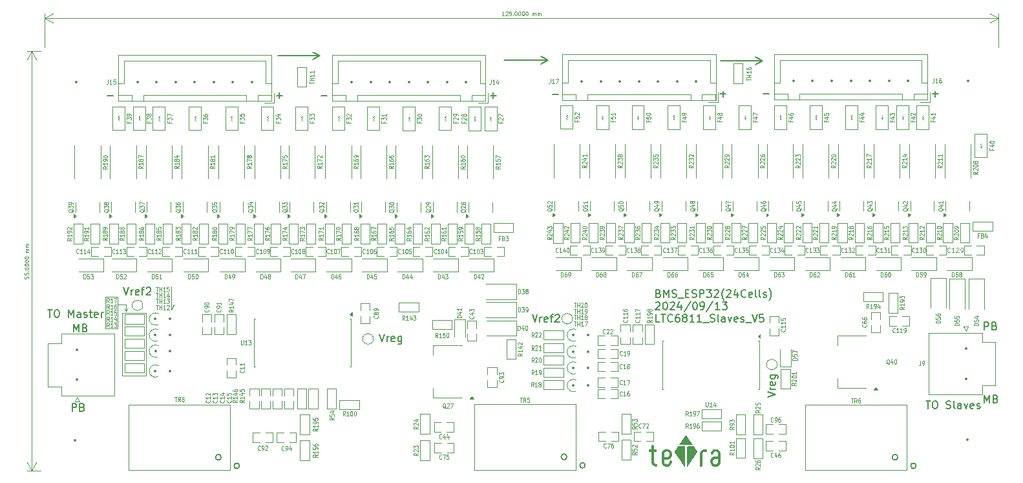
<source format=gto>
%TF.GenerationSoftware,KiCad,Pcbnew,8.0.4*%
%TF.CreationDate,2024-09-13T16:34:39+09:00*%
%TF.ProjectId,LTC6811_ESP32_Slaves_V5,4c544336-3831-4315-9f45-535033325f53,rev?*%
%TF.SameCoordinates,Original*%
%TF.FileFunction,Legend,Top*%
%TF.FilePolarity,Positive*%
%FSLAX46Y46*%
G04 Gerber Fmt 4.6, Leading zero omitted, Abs format (unit mm)*
G04 Created by KiCad (PCBNEW 8.0.4) date 2024-09-13 16:34:39*
%MOMM*%
%LPD*%
G01*
G04 APERTURE LIST*
%ADD10C,0.120000*%
%ADD11C,0.150000*%
%ADD12C,0.100000*%
%ADD13C,0.010000*%
%ADD14C,0.350000*%
G04 APERTURE END LIST*
D10*
X243000000Y-147200000D02*
X244600000Y-147200000D01*
X244600000Y-151300000D01*
X243000000Y-151300000D01*
X243000000Y-147200000D01*
X245500000Y-148700000D02*
X245700000Y-149100000D01*
D11*
X265600000Y-115641928D02*
X271100000Y-115641928D01*
D10*
X245700000Y-149100000D02*
X245900000Y-148700000D01*
D11*
X328150000Y-115750000D02*
X329050000Y-116250000D01*
X329050000Y-116250000D02*
X328150000Y-116750000D01*
X271100000Y-115641928D02*
X270200000Y-116141928D01*
X323550000Y-116250000D02*
X329050000Y-116250000D01*
D10*
X244700000Y-148200000D02*
X245700000Y-148200000D01*
X245200000Y-149300000D02*
X248300000Y-149300000D01*
X248300000Y-157500000D01*
X245200000Y-157500000D01*
X245200000Y-149300000D01*
X245700000Y-149100000D02*
X245500000Y-148700000D01*
D11*
X295250000Y-116200000D02*
X300750000Y-116200000D01*
D10*
X245700000Y-148200000D02*
X245700000Y-149100000D01*
X251600000Y-148900000D02*
X252000000Y-148200000D01*
D11*
X270200000Y-115141928D02*
X271100000Y-115641928D01*
D10*
X251600000Y-145800000D02*
X251600000Y-148900000D01*
D11*
X300950000Y-116200000D02*
X300050000Y-116700000D01*
X300050000Y-115700000D02*
X300950000Y-116200000D01*
X271236779Y-120830794D02*
X271998684Y-120830794D01*
X301536779Y-120721938D02*
X302298684Y-120721938D01*
X238636779Y-162169819D02*
X238636779Y-161169819D01*
X238636779Y-161169819D02*
X239017731Y-161169819D01*
X239017731Y-161169819D02*
X239112969Y-161217438D01*
X239112969Y-161217438D02*
X239160588Y-161265057D01*
X239160588Y-161265057D02*
X239208207Y-161360295D01*
X239208207Y-161360295D02*
X239208207Y-161503152D01*
X239208207Y-161503152D02*
X239160588Y-161598390D01*
X239160588Y-161598390D02*
X239112969Y-161646009D01*
X239112969Y-161646009D02*
X239017731Y-161693628D01*
X239017731Y-161693628D02*
X238636779Y-161693628D01*
X239970112Y-161646009D02*
X240112969Y-161693628D01*
X240112969Y-161693628D02*
X240160588Y-161741247D01*
X240160588Y-161741247D02*
X240208207Y-161836485D01*
X240208207Y-161836485D02*
X240208207Y-161979342D01*
X240208207Y-161979342D02*
X240160588Y-162074580D01*
X240160588Y-162074580D02*
X240112969Y-162122200D01*
X240112969Y-162122200D02*
X240017731Y-162169819D01*
X240017731Y-162169819D02*
X239636779Y-162169819D01*
X239636779Y-162169819D02*
X239636779Y-161169819D01*
X239636779Y-161169819D02*
X239970112Y-161169819D01*
X239970112Y-161169819D02*
X240065350Y-161217438D01*
X240065350Y-161217438D02*
X240112969Y-161265057D01*
X240112969Y-161265057D02*
X240160588Y-161360295D01*
X240160588Y-161360295D02*
X240160588Y-161455533D01*
X240160588Y-161455533D02*
X240112969Y-161550771D01*
X240112969Y-161550771D02*
X240065350Y-161598390D01*
X240065350Y-161598390D02*
X239970112Y-161646009D01*
X239970112Y-161646009D02*
X239636779Y-161646009D01*
X329186779Y-120621938D02*
X329948684Y-120621938D01*
X358136779Y-151519819D02*
X358136779Y-150519819D01*
X358136779Y-150519819D02*
X358517731Y-150519819D01*
X358517731Y-150519819D02*
X358612969Y-150567438D01*
X358612969Y-150567438D02*
X358660588Y-150615057D01*
X358660588Y-150615057D02*
X358708207Y-150710295D01*
X358708207Y-150710295D02*
X358708207Y-150853152D01*
X358708207Y-150853152D02*
X358660588Y-150948390D01*
X358660588Y-150948390D02*
X358612969Y-150996009D01*
X358612969Y-150996009D02*
X358517731Y-151043628D01*
X358517731Y-151043628D02*
X358136779Y-151043628D01*
X359470112Y-150996009D02*
X359612969Y-151043628D01*
X359612969Y-151043628D02*
X359660588Y-151091247D01*
X359660588Y-151091247D02*
X359708207Y-151186485D01*
X359708207Y-151186485D02*
X359708207Y-151329342D01*
X359708207Y-151329342D02*
X359660588Y-151424580D01*
X359660588Y-151424580D02*
X359612969Y-151472200D01*
X359612969Y-151472200D02*
X359517731Y-151519819D01*
X359517731Y-151519819D02*
X359136779Y-151519819D01*
X359136779Y-151519819D02*
X359136779Y-150519819D01*
X359136779Y-150519819D02*
X359470112Y-150519819D01*
X359470112Y-150519819D02*
X359565350Y-150567438D01*
X359565350Y-150567438D02*
X359612969Y-150615057D01*
X359612969Y-150615057D02*
X359660588Y-150710295D01*
X359660588Y-150710295D02*
X359660588Y-150805533D01*
X359660588Y-150805533D02*
X359612969Y-150900771D01*
X359612969Y-150900771D02*
X359565350Y-150948390D01*
X359565350Y-150948390D02*
X359470112Y-150996009D01*
X359470112Y-150996009D02*
X359136779Y-150996009D01*
X358136779Y-161069819D02*
X358136779Y-160069819D01*
X358136779Y-160069819D02*
X358470112Y-160784104D01*
X358470112Y-160784104D02*
X358803445Y-160069819D01*
X358803445Y-160069819D02*
X358803445Y-161069819D01*
X359612969Y-160546009D02*
X359755826Y-160593628D01*
X359755826Y-160593628D02*
X359803445Y-160641247D01*
X359803445Y-160641247D02*
X359851064Y-160736485D01*
X359851064Y-160736485D02*
X359851064Y-160879342D01*
X359851064Y-160879342D02*
X359803445Y-160974580D01*
X359803445Y-160974580D02*
X359755826Y-161022200D01*
X359755826Y-161022200D02*
X359660588Y-161069819D01*
X359660588Y-161069819D02*
X359279636Y-161069819D01*
X359279636Y-161069819D02*
X359279636Y-160069819D01*
X359279636Y-160069819D02*
X359612969Y-160069819D01*
X359612969Y-160069819D02*
X359708207Y-160117438D01*
X359708207Y-160117438D02*
X359755826Y-160165057D01*
X359755826Y-160165057D02*
X359803445Y-160260295D01*
X359803445Y-160260295D02*
X359803445Y-160355533D01*
X359803445Y-160355533D02*
X359755826Y-160450771D01*
X359755826Y-160450771D02*
X359708207Y-160498390D01*
X359708207Y-160498390D02*
X359612969Y-160546009D01*
X359612969Y-160546009D02*
X359279636Y-160546009D01*
X351336779Y-120638866D02*
X352098684Y-120638866D01*
X351717731Y-121019819D02*
X351717731Y-120257914D01*
X265386779Y-120830794D02*
X266148684Y-120830794D01*
X265767731Y-121211747D02*
X265767731Y-120449842D01*
X238836779Y-151769819D02*
X238836779Y-150769819D01*
X238836779Y-150769819D02*
X239170112Y-151484104D01*
X239170112Y-151484104D02*
X239503445Y-150769819D01*
X239503445Y-150769819D02*
X239503445Y-151769819D01*
X240312969Y-151246009D02*
X240455826Y-151293628D01*
X240455826Y-151293628D02*
X240503445Y-151341247D01*
X240503445Y-151341247D02*
X240551064Y-151436485D01*
X240551064Y-151436485D02*
X240551064Y-151579342D01*
X240551064Y-151579342D02*
X240503445Y-151674580D01*
X240503445Y-151674580D02*
X240455826Y-151722200D01*
X240455826Y-151722200D02*
X240360588Y-151769819D01*
X240360588Y-151769819D02*
X239979636Y-151769819D01*
X239979636Y-151769819D02*
X239979636Y-150769819D01*
X239979636Y-150769819D02*
X240312969Y-150769819D01*
X240312969Y-150769819D02*
X240408207Y-150817438D01*
X240408207Y-150817438D02*
X240455826Y-150865057D01*
X240455826Y-150865057D02*
X240503445Y-150960295D01*
X240503445Y-150960295D02*
X240503445Y-151055533D01*
X240503445Y-151055533D02*
X240455826Y-151150771D01*
X240455826Y-151150771D02*
X240408207Y-151198390D01*
X240408207Y-151198390D02*
X240312969Y-151246009D01*
X240312969Y-151246009D02*
X239979636Y-151246009D01*
X315470112Y-146726121D02*
X315612969Y-146773740D01*
X315612969Y-146773740D02*
X315660588Y-146821359D01*
X315660588Y-146821359D02*
X315708207Y-146916597D01*
X315708207Y-146916597D02*
X315708207Y-147059454D01*
X315708207Y-147059454D02*
X315660588Y-147154692D01*
X315660588Y-147154692D02*
X315612969Y-147202312D01*
X315612969Y-147202312D02*
X315517731Y-147249931D01*
X315517731Y-147249931D02*
X315136779Y-147249931D01*
X315136779Y-147249931D02*
X315136779Y-146249931D01*
X315136779Y-146249931D02*
X315470112Y-146249931D01*
X315470112Y-146249931D02*
X315565350Y-146297550D01*
X315565350Y-146297550D02*
X315612969Y-146345169D01*
X315612969Y-146345169D02*
X315660588Y-146440407D01*
X315660588Y-146440407D02*
X315660588Y-146535645D01*
X315660588Y-146535645D02*
X315612969Y-146630883D01*
X315612969Y-146630883D02*
X315565350Y-146678502D01*
X315565350Y-146678502D02*
X315470112Y-146726121D01*
X315470112Y-146726121D02*
X315136779Y-146726121D01*
X316136779Y-147249931D02*
X316136779Y-146249931D01*
X316136779Y-146249931D02*
X316470112Y-146964216D01*
X316470112Y-146964216D02*
X316803445Y-146249931D01*
X316803445Y-146249931D02*
X316803445Y-147249931D01*
X317232017Y-147202312D02*
X317374874Y-147249931D01*
X317374874Y-147249931D02*
X317612969Y-147249931D01*
X317612969Y-147249931D02*
X317708207Y-147202312D01*
X317708207Y-147202312D02*
X317755826Y-147154692D01*
X317755826Y-147154692D02*
X317803445Y-147059454D01*
X317803445Y-147059454D02*
X317803445Y-146964216D01*
X317803445Y-146964216D02*
X317755826Y-146868978D01*
X317755826Y-146868978D02*
X317708207Y-146821359D01*
X317708207Y-146821359D02*
X317612969Y-146773740D01*
X317612969Y-146773740D02*
X317422493Y-146726121D01*
X317422493Y-146726121D02*
X317327255Y-146678502D01*
X317327255Y-146678502D02*
X317279636Y-146630883D01*
X317279636Y-146630883D02*
X317232017Y-146535645D01*
X317232017Y-146535645D02*
X317232017Y-146440407D01*
X317232017Y-146440407D02*
X317279636Y-146345169D01*
X317279636Y-146345169D02*
X317327255Y-146297550D01*
X317327255Y-146297550D02*
X317422493Y-146249931D01*
X317422493Y-146249931D02*
X317660588Y-146249931D01*
X317660588Y-146249931D02*
X317803445Y-146297550D01*
X317993922Y-147345169D02*
X318755826Y-147345169D01*
X318993922Y-146726121D02*
X319327255Y-146726121D01*
X319470112Y-147249931D02*
X318993922Y-147249931D01*
X318993922Y-147249931D02*
X318993922Y-146249931D01*
X318993922Y-146249931D02*
X319470112Y-146249931D01*
X319851065Y-147202312D02*
X319993922Y-147249931D01*
X319993922Y-147249931D02*
X320232017Y-147249931D01*
X320232017Y-147249931D02*
X320327255Y-147202312D01*
X320327255Y-147202312D02*
X320374874Y-147154692D01*
X320374874Y-147154692D02*
X320422493Y-147059454D01*
X320422493Y-147059454D02*
X320422493Y-146964216D01*
X320422493Y-146964216D02*
X320374874Y-146868978D01*
X320374874Y-146868978D02*
X320327255Y-146821359D01*
X320327255Y-146821359D02*
X320232017Y-146773740D01*
X320232017Y-146773740D02*
X320041541Y-146726121D01*
X320041541Y-146726121D02*
X319946303Y-146678502D01*
X319946303Y-146678502D02*
X319898684Y-146630883D01*
X319898684Y-146630883D02*
X319851065Y-146535645D01*
X319851065Y-146535645D02*
X319851065Y-146440407D01*
X319851065Y-146440407D02*
X319898684Y-146345169D01*
X319898684Y-146345169D02*
X319946303Y-146297550D01*
X319946303Y-146297550D02*
X320041541Y-146249931D01*
X320041541Y-146249931D02*
X320279636Y-146249931D01*
X320279636Y-146249931D02*
X320422493Y-146297550D01*
X320851065Y-147249931D02*
X320851065Y-146249931D01*
X320851065Y-146249931D02*
X321232017Y-146249931D01*
X321232017Y-146249931D02*
X321327255Y-146297550D01*
X321327255Y-146297550D02*
X321374874Y-146345169D01*
X321374874Y-146345169D02*
X321422493Y-146440407D01*
X321422493Y-146440407D02*
X321422493Y-146583264D01*
X321422493Y-146583264D02*
X321374874Y-146678502D01*
X321374874Y-146678502D02*
X321327255Y-146726121D01*
X321327255Y-146726121D02*
X321232017Y-146773740D01*
X321232017Y-146773740D02*
X320851065Y-146773740D01*
X321755827Y-146249931D02*
X322374874Y-146249931D01*
X322374874Y-146249931D02*
X322041541Y-146630883D01*
X322041541Y-146630883D02*
X322184398Y-146630883D01*
X322184398Y-146630883D02*
X322279636Y-146678502D01*
X322279636Y-146678502D02*
X322327255Y-146726121D01*
X322327255Y-146726121D02*
X322374874Y-146821359D01*
X322374874Y-146821359D02*
X322374874Y-147059454D01*
X322374874Y-147059454D02*
X322327255Y-147154692D01*
X322327255Y-147154692D02*
X322279636Y-147202312D01*
X322279636Y-147202312D02*
X322184398Y-147249931D01*
X322184398Y-147249931D02*
X321898684Y-147249931D01*
X321898684Y-147249931D02*
X321803446Y-147202312D01*
X321803446Y-147202312D02*
X321755827Y-147154692D01*
X322755827Y-146345169D02*
X322803446Y-146297550D01*
X322803446Y-146297550D02*
X322898684Y-146249931D01*
X322898684Y-146249931D02*
X323136779Y-146249931D01*
X323136779Y-146249931D02*
X323232017Y-146297550D01*
X323232017Y-146297550D02*
X323279636Y-146345169D01*
X323279636Y-146345169D02*
X323327255Y-146440407D01*
X323327255Y-146440407D02*
X323327255Y-146535645D01*
X323327255Y-146535645D02*
X323279636Y-146678502D01*
X323279636Y-146678502D02*
X322708208Y-147249931D01*
X322708208Y-147249931D02*
X323327255Y-147249931D01*
X324041541Y-147630883D02*
X323993922Y-147583264D01*
X323993922Y-147583264D02*
X323898684Y-147440407D01*
X323898684Y-147440407D02*
X323851065Y-147345169D01*
X323851065Y-147345169D02*
X323803446Y-147202312D01*
X323803446Y-147202312D02*
X323755827Y-146964216D01*
X323755827Y-146964216D02*
X323755827Y-146773740D01*
X323755827Y-146773740D02*
X323803446Y-146535645D01*
X323803446Y-146535645D02*
X323851065Y-146392788D01*
X323851065Y-146392788D02*
X323898684Y-146297550D01*
X323898684Y-146297550D02*
X323993922Y-146154692D01*
X323993922Y-146154692D02*
X324041541Y-146107073D01*
X324374875Y-146345169D02*
X324422494Y-146297550D01*
X324422494Y-146297550D02*
X324517732Y-146249931D01*
X324517732Y-146249931D02*
X324755827Y-146249931D01*
X324755827Y-146249931D02*
X324851065Y-146297550D01*
X324851065Y-146297550D02*
X324898684Y-146345169D01*
X324898684Y-146345169D02*
X324946303Y-146440407D01*
X324946303Y-146440407D02*
X324946303Y-146535645D01*
X324946303Y-146535645D02*
X324898684Y-146678502D01*
X324898684Y-146678502D02*
X324327256Y-147249931D01*
X324327256Y-147249931D02*
X324946303Y-147249931D01*
X325803446Y-146583264D02*
X325803446Y-147249931D01*
X325565351Y-146202312D02*
X325327256Y-146916597D01*
X325327256Y-146916597D02*
X325946303Y-146916597D01*
X326898684Y-147154692D02*
X326851065Y-147202312D01*
X326851065Y-147202312D02*
X326708208Y-147249931D01*
X326708208Y-147249931D02*
X326612970Y-147249931D01*
X326612970Y-147249931D02*
X326470113Y-147202312D01*
X326470113Y-147202312D02*
X326374875Y-147107073D01*
X326374875Y-147107073D02*
X326327256Y-147011835D01*
X326327256Y-147011835D02*
X326279637Y-146821359D01*
X326279637Y-146821359D02*
X326279637Y-146678502D01*
X326279637Y-146678502D02*
X326327256Y-146488026D01*
X326327256Y-146488026D02*
X326374875Y-146392788D01*
X326374875Y-146392788D02*
X326470113Y-146297550D01*
X326470113Y-146297550D02*
X326612970Y-146249931D01*
X326612970Y-146249931D02*
X326708208Y-146249931D01*
X326708208Y-146249931D02*
X326851065Y-146297550D01*
X326851065Y-146297550D02*
X326898684Y-146345169D01*
X327708208Y-147202312D02*
X327612970Y-147249931D01*
X327612970Y-147249931D02*
X327422494Y-147249931D01*
X327422494Y-147249931D02*
X327327256Y-147202312D01*
X327327256Y-147202312D02*
X327279637Y-147107073D01*
X327279637Y-147107073D02*
X327279637Y-146726121D01*
X327279637Y-146726121D02*
X327327256Y-146630883D01*
X327327256Y-146630883D02*
X327422494Y-146583264D01*
X327422494Y-146583264D02*
X327612970Y-146583264D01*
X327612970Y-146583264D02*
X327708208Y-146630883D01*
X327708208Y-146630883D02*
X327755827Y-146726121D01*
X327755827Y-146726121D02*
X327755827Y-146821359D01*
X327755827Y-146821359D02*
X327279637Y-146916597D01*
X328327256Y-147249931D02*
X328232018Y-147202312D01*
X328232018Y-147202312D02*
X328184399Y-147107073D01*
X328184399Y-147107073D02*
X328184399Y-146249931D01*
X328851066Y-147249931D02*
X328755828Y-147202312D01*
X328755828Y-147202312D02*
X328708209Y-147107073D01*
X328708209Y-147107073D02*
X328708209Y-146249931D01*
X329184400Y-147202312D02*
X329279638Y-147249931D01*
X329279638Y-147249931D02*
X329470114Y-147249931D01*
X329470114Y-147249931D02*
X329565352Y-147202312D01*
X329565352Y-147202312D02*
X329612971Y-147107073D01*
X329612971Y-147107073D02*
X329612971Y-147059454D01*
X329612971Y-147059454D02*
X329565352Y-146964216D01*
X329565352Y-146964216D02*
X329470114Y-146916597D01*
X329470114Y-146916597D02*
X329327257Y-146916597D01*
X329327257Y-146916597D02*
X329232019Y-146868978D01*
X329232019Y-146868978D02*
X329184400Y-146773740D01*
X329184400Y-146773740D02*
X329184400Y-146726121D01*
X329184400Y-146726121D02*
X329232019Y-146630883D01*
X329232019Y-146630883D02*
X329327257Y-146583264D01*
X329327257Y-146583264D02*
X329470114Y-146583264D01*
X329470114Y-146583264D02*
X329565352Y-146630883D01*
X329946305Y-147630883D02*
X329993924Y-147583264D01*
X329993924Y-147583264D02*
X330089162Y-147440407D01*
X330089162Y-147440407D02*
X330136781Y-147345169D01*
X330136781Y-147345169D02*
X330184400Y-147202312D01*
X330184400Y-147202312D02*
X330232019Y-146964216D01*
X330232019Y-146964216D02*
X330232019Y-146773740D01*
X330232019Y-146773740D02*
X330184400Y-146535645D01*
X330184400Y-146535645D02*
X330136781Y-146392788D01*
X330136781Y-146392788D02*
X330089162Y-146297550D01*
X330089162Y-146297550D02*
X329993924Y-146154692D01*
X329993924Y-146154692D02*
X329946305Y-146107073D01*
X315089160Y-147955113D02*
X315136779Y-147907494D01*
X315136779Y-147907494D02*
X315232017Y-147859875D01*
X315232017Y-147859875D02*
X315470112Y-147859875D01*
X315470112Y-147859875D02*
X315565350Y-147907494D01*
X315565350Y-147907494D02*
X315612969Y-147955113D01*
X315612969Y-147955113D02*
X315660588Y-148050351D01*
X315660588Y-148050351D02*
X315660588Y-148145589D01*
X315660588Y-148145589D02*
X315612969Y-148288446D01*
X315612969Y-148288446D02*
X315041541Y-148859875D01*
X315041541Y-148859875D02*
X315660588Y-148859875D01*
X316279636Y-147859875D02*
X316374874Y-147859875D01*
X316374874Y-147859875D02*
X316470112Y-147907494D01*
X316470112Y-147907494D02*
X316517731Y-147955113D01*
X316517731Y-147955113D02*
X316565350Y-148050351D01*
X316565350Y-148050351D02*
X316612969Y-148240827D01*
X316612969Y-148240827D02*
X316612969Y-148478922D01*
X316612969Y-148478922D02*
X316565350Y-148669398D01*
X316565350Y-148669398D02*
X316517731Y-148764636D01*
X316517731Y-148764636D02*
X316470112Y-148812256D01*
X316470112Y-148812256D02*
X316374874Y-148859875D01*
X316374874Y-148859875D02*
X316279636Y-148859875D01*
X316279636Y-148859875D02*
X316184398Y-148812256D01*
X316184398Y-148812256D02*
X316136779Y-148764636D01*
X316136779Y-148764636D02*
X316089160Y-148669398D01*
X316089160Y-148669398D02*
X316041541Y-148478922D01*
X316041541Y-148478922D02*
X316041541Y-148240827D01*
X316041541Y-148240827D02*
X316089160Y-148050351D01*
X316089160Y-148050351D02*
X316136779Y-147955113D01*
X316136779Y-147955113D02*
X316184398Y-147907494D01*
X316184398Y-147907494D02*
X316279636Y-147859875D01*
X316993922Y-147955113D02*
X317041541Y-147907494D01*
X317041541Y-147907494D02*
X317136779Y-147859875D01*
X317136779Y-147859875D02*
X317374874Y-147859875D01*
X317374874Y-147859875D02*
X317470112Y-147907494D01*
X317470112Y-147907494D02*
X317517731Y-147955113D01*
X317517731Y-147955113D02*
X317565350Y-148050351D01*
X317565350Y-148050351D02*
X317565350Y-148145589D01*
X317565350Y-148145589D02*
X317517731Y-148288446D01*
X317517731Y-148288446D02*
X316946303Y-148859875D01*
X316946303Y-148859875D02*
X317565350Y-148859875D01*
X318422493Y-148193208D02*
X318422493Y-148859875D01*
X318184398Y-147812256D02*
X317946303Y-148526541D01*
X317946303Y-148526541D02*
X318565350Y-148526541D01*
X319660588Y-147812256D02*
X318803446Y-149097970D01*
X320184398Y-147859875D02*
X320279636Y-147859875D01*
X320279636Y-147859875D02*
X320374874Y-147907494D01*
X320374874Y-147907494D02*
X320422493Y-147955113D01*
X320422493Y-147955113D02*
X320470112Y-148050351D01*
X320470112Y-148050351D02*
X320517731Y-148240827D01*
X320517731Y-148240827D02*
X320517731Y-148478922D01*
X320517731Y-148478922D02*
X320470112Y-148669398D01*
X320470112Y-148669398D02*
X320422493Y-148764636D01*
X320422493Y-148764636D02*
X320374874Y-148812256D01*
X320374874Y-148812256D02*
X320279636Y-148859875D01*
X320279636Y-148859875D02*
X320184398Y-148859875D01*
X320184398Y-148859875D02*
X320089160Y-148812256D01*
X320089160Y-148812256D02*
X320041541Y-148764636D01*
X320041541Y-148764636D02*
X319993922Y-148669398D01*
X319993922Y-148669398D02*
X319946303Y-148478922D01*
X319946303Y-148478922D02*
X319946303Y-148240827D01*
X319946303Y-148240827D02*
X319993922Y-148050351D01*
X319993922Y-148050351D02*
X320041541Y-147955113D01*
X320041541Y-147955113D02*
X320089160Y-147907494D01*
X320089160Y-147907494D02*
X320184398Y-147859875D01*
X320993922Y-148859875D02*
X321184398Y-148859875D01*
X321184398Y-148859875D02*
X321279636Y-148812256D01*
X321279636Y-148812256D02*
X321327255Y-148764636D01*
X321327255Y-148764636D02*
X321422493Y-148621779D01*
X321422493Y-148621779D02*
X321470112Y-148431303D01*
X321470112Y-148431303D02*
X321470112Y-148050351D01*
X321470112Y-148050351D02*
X321422493Y-147955113D01*
X321422493Y-147955113D02*
X321374874Y-147907494D01*
X321374874Y-147907494D02*
X321279636Y-147859875D01*
X321279636Y-147859875D02*
X321089160Y-147859875D01*
X321089160Y-147859875D02*
X320993922Y-147907494D01*
X320993922Y-147907494D02*
X320946303Y-147955113D01*
X320946303Y-147955113D02*
X320898684Y-148050351D01*
X320898684Y-148050351D02*
X320898684Y-148288446D01*
X320898684Y-148288446D02*
X320946303Y-148383684D01*
X320946303Y-148383684D02*
X320993922Y-148431303D01*
X320993922Y-148431303D02*
X321089160Y-148478922D01*
X321089160Y-148478922D02*
X321279636Y-148478922D01*
X321279636Y-148478922D02*
X321374874Y-148431303D01*
X321374874Y-148431303D02*
X321422493Y-148383684D01*
X321422493Y-148383684D02*
X321470112Y-148288446D01*
X322612969Y-147812256D02*
X321755827Y-149097970D01*
X323470112Y-148859875D02*
X322898684Y-148859875D01*
X323184398Y-148859875D02*
X323184398Y-147859875D01*
X323184398Y-147859875D02*
X323089160Y-148002732D01*
X323089160Y-148002732D02*
X322993922Y-148097970D01*
X322993922Y-148097970D02*
X322898684Y-148145589D01*
X323803446Y-147859875D02*
X324422493Y-147859875D01*
X324422493Y-147859875D02*
X324089160Y-148240827D01*
X324089160Y-148240827D02*
X324232017Y-148240827D01*
X324232017Y-148240827D02*
X324327255Y-148288446D01*
X324327255Y-148288446D02*
X324374874Y-148336065D01*
X324374874Y-148336065D02*
X324422493Y-148431303D01*
X324422493Y-148431303D02*
X324422493Y-148669398D01*
X324422493Y-148669398D02*
X324374874Y-148764636D01*
X324374874Y-148764636D02*
X324327255Y-148812256D01*
X324327255Y-148812256D02*
X324232017Y-148859875D01*
X324232017Y-148859875D02*
X323946303Y-148859875D01*
X323946303Y-148859875D02*
X323851065Y-148812256D01*
X323851065Y-148812256D02*
X323803446Y-148764636D01*
X315612969Y-150469819D02*
X315136779Y-150469819D01*
X315136779Y-150469819D02*
X315136779Y-149469819D01*
X315803446Y-149469819D02*
X316374874Y-149469819D01*
X316089160Y-150469819D02*
X316089160Y-149469819D01*
X317279636Y-150374580D02*
X317232017Y-150422200D01*
X317232017Y-150422200D02*
X317089160Y-150469819D01*
X317089160Y-150469819D02*
X316993922Y-150469819D01*
X316993922Y-150469819D02*
X316851065Y-150422200D01*
X316851065Y-150422200D02*
X316755827Y-150326961D01*
X316755827Y-150326961D02*
X316708208Y-150231723D01*
X316708208Y-150231723D02*
X316660589Y-150041247D01*
X316660589Y-150041247D02*
X316660589Y-149898390D01*
X316660589Y-149898390D02*
X316708208Y-149707914D01*
X316708208Y-149707914D02*
X316755827Y-149612676D01*
X316755827Y-149612676D02*
X316851065Y-149517438D01*
X316851065Y-149517438D02*
X316993922Y-149469819D01*
X316993922Y-149469819D02*
X317089160Y-149469819D01*
X317089160Y-149469819D02*
X317232017Y-149517438D01*
X317232017Y-149517438D02*
X317279636Y-149565057D01*
X318136779Y-149469819D02*
X317946303Y-149469819D01*
X317946303Y-149469819D02*
X317851065Y-149517438D01*
X317851065Y-149517438D02*
X317803446Y-149565057D01*
X317803446Y-149565057D02*
X317708208Y-149707914D01*
X317708208Y-149707914D02*
X317660589Y-149898390D01*
X317660589Y-149898390D02*
X317660589Y-150279342D01*
X317660589Y-150279342D02*
X317708208Y-150374580D01*
X317708208Y-150374580D02*
X317755827Y-150422200D01*
X317755827Y-150422200D02*
X317851065Y-150469819D01*
X317851065Y-150469819D02*
X318041541Y-150469819D01*
X318041541Y-150469819D02*
X318136779Y-150422200D01*
X318136779Y-150422200D02*
X318184398Y-150374580D01*
X318184398Y-150374580D02*
X318232017Y-150279342D01*
X318232017Y-150279342D02*
X318232017Y-150041247D01*
X318232017Y-150041247D02*
X318184398Y-149946009D01*
X318184398Y-149946009D02*
X318136779Y-149898390D01*
X318136779Y-149898390D02*
X318041541Y-149850771D01*
X318041541Y-149850771D02*
X317851065Y-149850771D01*
X317851065Y-149850771D02*
X317755827Y-149898390D01*
X317755827Y-149898390D02*
X317708208Y-149946009D01*
X317708208Y-149946009D02*
X317660589Y-150041247D01*
X318803446Y-149898390D02*
X318708208Y-149850771D01*
X318708208Y-149850771D02*
X318660589Y-149803152D01*
X318660589Y-149803152D02*
X318612970Y-149707914D01*
X318612970Y-149707914D02*
X318612970Y-149660295D01*
X318612970Y-149660295D02*
X318660589Y-149565057D01*
X318660589Y-149565057D02*
X318708208Y-149517438D01*
X318708208Y-149517438D02*
X318803446Y-149469819D01*
X318803446Y-149469819D02*
X318993922Y-149469819D01*
X318993922Y-149469819D02*
X319089160Y-149517438D01*
X319089160Y-149517438D02*
X319136779Y-149565057D01*
X319136779Y-149565057D02*
X319184398Y-149660295D01*
X319184398Y-149660295D02*
X319184398Y-149707914D01*
X319184398Y-149707914D02*
X319136779Y-149803152D01*
X319136779Y-149803152D02*
X319089160Y-149850771D01*
X319089160Y-149850771D02*
X318993922Y-149898390D01*
X318993922Y-149898390D02*
X318803446Y-149898390D01*
X318803446Y-149898390D02*
X318708208Y-149946009D01*
X318708208Y-149946009D02*
X318660589Y-149993628D01*
X318660589Y-149993628D02*
X318612970Y-150088866D01*
X318612970Y-150088866D02*
X318612970Y-150279342D01*
X318612970Y-150279342D02*
X318660589Y-150374580D01*
X318660589Y-150374580D02*
X318708208Y-150422200D01*
X318708208Y-150422200D02*
X318803446Y-150469819D01*
X318803446Y-150469819D02*
X318993922Y-150469819D01*
X318993922Y-150469819D02*
X319089160Y-150422200D01*
X319089160Y-150422200D02*
X319136779Y-150374580D01*
X319136779Y-150374580D02*
X319184398Y-150279342D01*
X319184398Y-150279342D02*
X319184398Y-150088866D01*
X319184398Y-150088866D02*
X319136779Y-149993628D01*
X319136779Y-149993628D02*
X319089160Y-149946009D01*
X319089160Y-149946009D02*
X318993922Y-149898390D01*
X320136779Y-150469819D02*
X319565351Y-150469819D01*
X319851065Y-150469819D02*
X319851065Y-149469819D01*
X319851065Y-149469819D02*
X319755827Y-149612676D01*
X319755827Y-149612676D02*
X319660589Y-149707914D01*
X319660589Y-149707914D02*
X319565351Y-149755533D01*
X321089160Y-150469819D02*
X320517732Y-150469819D01*
X320803446Y-150469819D02*
X320803446Y-149469819D01*
X320803446Y-149469819D02*
X320708208Y-149612676D01*
X320708208Y-149612676D02*
X320612970Y-149707914D01*
X320612970Y-149707914D02*
X320517732Y-149755533D01*
X321279637Y-150565057D02*
X322041541Y-150565057D01*
X322232018Y-150422200D02*
X322374875Y-150469819D01*
X322374875Y-150469819D02*
X322612970Y-150469819D01*
X322612970Y-150469819D02*
X322708208Y-150422200D01*
X322708208Y-150422200D02*
X322755827Y-150374580D01*
X322755827Y-150374580D02*
X322803446Y-150279342D01*
X322803446Y-150279342D02*
X322803446Y-150184104D01*
X322803446Y-150184104D02*
X322755827Y-150088866D01*
X322755827Y-150088866D02*
X322708208Y-150041247D01*
X322708208Y-150041247D02*
X322612970Y-149993628D01*
X322612970Y-149993628D02*
X322422494Y-149946009D01*
X322422494Y-149946009D02*
X322327256Y-149898390D01*
X322327256Y-149898390D02*
X322279637Y-149850771D01*
X322279637Y-149850771D02*
X322232018Y-149755533D01*
X322232018Y-149755533D02*
X322232018Y-149660295D01*
X322232018Y-149660295D02*
X322279637Y-149565057D01*
X322279637Y-149565057D02*
X322327256Y-149517438D01*
X322327256Y-149517438D02*
X322422494Y-149469819D01*
X322422494Y-149469819D02*
X322660589Y-149469819D01*
X322660589Y-149469819D02*
X322803446Y-149517438D01*
X323374875Y-150469819D02*
X323279637Y-150422200D01*
X323279637Y-150422200D02*
X323232018Y-150326961D01*
X323232018Y-150326961D02*
X323232018Y-149469819D01*
X324184399Y-150469819D02*
X324184399Y-149946009D01*
X324184399Y-149946009D02*
X324136780Y-149850771D01*
X324136780Y-149850771D02*
X324041542Y-149803152D01*
X324041542Y-149803152D02*
X323851066Y-149803152D01*
X323851066Y-149803152D02*
X323755828Y-149850771D01*
X324184399Y-150422200D02*
X324089161Y-150469819D01*
X324089161Y-150469819D02*
X323851066Y-150469819D01*
X323851066Y-150469819D02*
X323755828Y-150422200D01*
X323755828Y-150422200D02*
X323708209Y-150326961D01*
X323708209Y-150326961D02*
X323708209Y-150231723D01*
X323708209Y-150231723D02*
X323755828Y-150136485D01*
X323755828Y-150136485D02*
X323851066Y-150088866D01*
X323851066Y-150088866D02*
X324089161Y-150088866D01*
X324089161Y-150088866D02*
X324184399Y-150041247D01*
X324565352Y-149803152D02*
X324803447Y-150469819D01*
X324803447Y-150469819D02*
X325041542Y-149803152D01*
X325803447Y-150422200D02*
X325708209Y-150469819D01*
X325708209Y-150469819D02*
X325517733Y-150469819D01*
X325517733Y-150469819D02*
X325422495Y-150422200D01*
X325422495Y-150422200D02*
X325374876Y-150326961D01*
X325374876Y-150326961D02*
X325374876Y-149946009D01*
X325374876Y-149946009D02*
X325422495Y-149850771D01*
X325422495Y-149850771D02*
X325517733Y-149803152D01*
X325517733Y-149803152D02*
X325708209Y-149803152D01*
X325708209Y-149803152D02*
X325803447Y-149850771D01*
X325803447Y-149850771D02*
X325851066Y-149946009D01*
X325851066Y-149946009D02*
X325851066Y-150041247D01*
X325851066Y-150041247D02*
X325374876Y-150136485D01*
X326232019Y-150422200D02*
X326327257Y-150469819D01*
X326327257Y-150469819D02*
X326517733Y-150469819D01*
X326517733Y-150469819D02*
X326612971Y-150422200D01*
X326612971Y-150422200D02*
X326660590Y-150326961D01*
X326660590Y-150326961D02*
X326660590Y-150279342D01*
X326660590Y-150279342D02*
X326612971Y-150184104D01*
X326612971Y-150184104D02*
X326517733Y-150136485D01*
X326517733Y-150136485D02*
X326374876Y-150136485D01*
X326374876Y-150136485D02*
X326279638Y-150088866D01*
X326279638Y-150088866D02*
X326232019Y-149993628D01*
X326232019Y-149993628D02*
X326232019Y-149946009D01*
X326232019Y-149946009D02*
X326279638Y-149850771D01*
X326279638Y-149850771D02*
X326374876Y-149803152D01*
X326374876Y-149803152D02*
X326517733Y-149803152D01*
X326517733Y-149803152D02*
X326612971Y-149850771D01*
X326851067Y-150565057D02*
X327612971Y-150565057D01*
X327708210Y-149469819D02*
X328041543Y-150469819D01*
X328041543Y-150469819D02*
X328374876Y-149469819D01*
X329184400Y-149469819D02*
X328708210Y-149469819D01*
X328708210Y-149469819D02*
X328660591Y-149946009D01*
X328660591Y-149946009D02*
X328708210Y-149898390D01*
X328708210Y-149898390D02*
X328803448Y-149850771D01*
X328803448Y-149850771D02*
X329041543Y-149850771D01*
X329041543Y-149850771D02*
X329136781Y-149898390D01*
X329136781Y-149898390D02*
X329184400Y-149946009D01*
X329184400Y-149946009D02*
X329232019Y-150041247D01*
X329232019Y-150041247D02*
X329232019Y-150279342D01*
X329232019Y-150279342D02*
X329184400Y-150374580D01*
X329184400Y-150374580D02*
X329136781Y-150422200D01*
X329136781Y-150422200D02*
X329041543Y-150469819D01*
X329041543Y-150469819D02*
X328803448Y-150469819D01*
X328803448Y-150469819D02*
X328708210Y-150422200D01*
X328708210Y-150422200D02*
X328660591Y-150374580D01*
X243236779Y-120830794D02*
X243998684Y-120830794D01*
X293436779Y-120830794D02*
X294198684Y-120830794D01*
X293817731Y-121211747D02*
X293817731Y-120449842D01*
X323536779Y-120621938D02*
X324298684Y-120621938D01*
X323917731Y-121002891D02*
X323917731Y-120240986D01*
X350493922Y-160819819D02*
X351065350Y-160819819D01*
X350779636Y-161819819D02*
X350779636Y-160819819D01*
X351589160Y-160819819D02*
X351779636Y-160819819D01*
X351779636Y-160819819D02*
X351874874Y-160867438D01*
X351874874Y-160867438D02*
X351970112Y-160962676D01*
X351970112Y-160962676D02*
X352017731Y-161153152D01*
X352017731Y-161153152D02*
X352017731Y-161486485D01*
X352017731Y-161486485D02*
X351970112Y-161676961D01*
X351970112Y-161676961D02*
X351874874Y-161772200D01*
X351874874Y-161772200D02*
X351779636Y-161819819D01*
X351779636Y-161819819D02*
X351589160Y-161819819D01*
X351589160Y-161819819D02*
X351493922Y-161772200D01*
X351493922Y-161772200D02*
X351398684Y-161676961D01*
X351398684Y-161676961D02*
X351351065Y-161486485D01*
X351351065Y-161486485D02*
X351351065Y-161153152D01*
X351351065Y-161153152D02*
X351398684Y-160962676D01*
X351398684Y-160962676D02*
X351493922Y-160867438D01*
X351493922Y-160867438D02*
X351589160Y-160819819D01*
X353160589Y-161772200D02*
X353303446Y-161819819D01*
X353303446Y-161819819D02*
X353541541Y-161819819D01*
X353541541Y-161819819D02*
X353636779Y-161772200D01*
X353636779Y-161772200D02*
X353684398Y-161724580D01*
X353684398Y-161724580D02*
X353732017Y-161629342D01*
X353732017Y-161629342D02*
X353732017Y-161534104D01*
X353732017Y-161534104D02*
X353684398Y-161438866D01*
X353684398Y-161438866D02*
X353636779Y-161391247D01*
X353636779Y-161391247D02*
X353541541Y-161343628D01*
X353541541Y-161343628D02*
X353351065Y-161296009D01*
X353351065Y-161296009D02*
X353255827Y-161248390D01*
X353255827Y-161248390D02*
X353208208Y-161200771D01*
X353208208Y-161200771D02*
X353160589Y-161105533D01*
X353160589Y-161105533D02*
X353160589Y-161010295D01*
X353160589Y-161010295D02*
X353208208Y-160915057D01*
X353208208Y-160915057D02*
X353255827Y-160867438D01*
X353255827Y-160867438D02*
X353351065Y-160819819D01*
X353351065Y-160819819D02*
X353589160Y-160819819D01*
X353589160Y-160819819D02*
X353732017Y-160867438D01*
X354303446Y-161819819D02*
X354208208Y-161772200D01*
X354208208Y-161772200D02*
X354160589Y-161676961D01*
X354160589Y-161676961D02*
X354160589Y-160819819D01*
X355112970Y-161819819D02*
X355112970Y-161296009D01*
X355112970Y-161296009D02*
X355065351Y-161200771D01*
X355065351Y-161200771D02*
X354970113Y-161153152D01*
X354970113Y-161153152D02*
X354779637Y-161153152D01*
X354779637Y-161153152D02*
X354684399Y-161200771D01*
X355112970Y-161772200D02*
X355017732Y-161819819D01*
X355017732Y-161819819D02*
X354779637Y-161819819D01*
X354779637Y-161819819D02*
X354684399Y-161772200D01*
X354684399Y-161772200D02*
X354636780Y-161676961D01*
X354636780Y-161676961D02*
X354636780Y-161581723D01*
X354636780Y-161581723D02*
X354684399Y-161486485D01*
X354684399Y-161486485D02*
X354779637Y-161438866D01*
X354779637Y-161438866D02*
X355017732Y-161438866D01*
X355017732Y-161438866D02*
X355112970Y-161391247D01*
X355493923Y-161153152D02*
X355732018Y-161819819D01*
X355732018Y-161819819D02*
X355970113Y-161153152D01*
X356732018Y-161772200D02*
X356636780Y-161819819D01*
X356636780Y-161819819D02*
X356446304Y-161819819D01*
X356446304Y-161819819D02*
X356351066Y-161772200D01*
X356351066Y-161772200D02*
X356303447Y-161676961D01*
X356303447Y-161676961D02*
X356303447Y-161296009D01*
X356303447Y-161296009D02*
X356351066Y-161200771D01*
X356351066Y-161200771D02*
X356446304Y-161153152D01*
X356446304Y-161153152D02*
X356636780Y-161153152D01*
X356636780Y-161153152D02*
X356732018Y-161200771D01*
X356732018Y-161200771D02*
X356779637Y-161296009D01*
X356779637Y-161296009D02*
X356779637Y-161391247D01*
X356779637Y-161391247D02*
X356303447Y-161486485D01*
X357160590Y-161772200D02*
X357255828Y-161819819D01*
X357255828Y-161819819D02*
X357446304Y-161819819D01*
X357446304Y-161819819D02*
X357541542Y-161772200D01*
X357541542Y-161772200D02*
X357589161Y-161676961D01*
X357589161Y-161676961D02*
X357589161Y-161629342D01*
X357589161Y-161629342D02*
X357541542Y-161534104D01*
X357541542Y-161534104D02*
X357446304Y-161486485D01*
X357446304Y-161486485D02*
X357303447Y-161486485D01*
X357303447Y-161486485D02*
X357208209Y-161438866D01*
X357208209Y-161438866D02*
X357160590Y-161343628D01*
X357160590Y-161343628D02*
X357160590Y-161296009D01*
X357160590Y-161296009D02*
X357208209Y-161200771D01*
X357208209Y-161200771D02*
X357303447Y-161153152D01*
X357303447Y-161153152D02*
X357446304Y-161153152D01*
X357446304Y-161153152D02*
X357541542Y-161200771D01*
X235443922Y-148869819D02*
X236015350Y-148869819D01*
X235729636Y-149869819D02*
X235729636Y-148869819D01*
X236539160Y-148869819D02*
X236729636Y-148869819D01*
X236729636Y-148869819D02*
X236824874Y-148917438D01*
X236824874Y-148917438D02*
X236920112Y-149012676D01*
X236920112Y-149012676D02*
X236967731Y-149203152D01*
X236967731Y-149203152D02*
X236967731Y-149536485D01*
X236967731Y-149536485D02*
X236920112Y-149726961D01*
X236920112Y-149726961D02*
X236824874Y-149822200D01*
X236824874Y-149822200D02*
X236729636Y-149869819D01*
X236729636Y-149869819D02*
X236539160Y-149869819D01*
X236539160Y-149869819D02*
X236443922Y-149822200D01*
X236443922Y-149822200D02*
X236348684Y-149726961D01*
X236348684Y-149726961D02*
X236301065Y-149536485D01*
X236301065Y-149536485D02*
X236301065Y-149203152D01*
X236301065Y-149203152D02*
X236348684Y-149012676D01*
X236348684Y-149012676D02*
X236443922Y-148917438D01*
X236443922Y-148917438D02*
X236539160Y-148869819D01*
X238158208Y-149869819D02*
X238158208Y-148869819D01*
X238158208Y-148869819D02*
X238491541Y-149584104D01*
X238491541Y-149584104D02*
X238824874Y-148869819D01*
X238824874Y-148869819D02*
X238824874Y-149869819D01*
X239729636Y-149869819D02*
X239729636Y-149346009D01*
X239729636Y-149346009D02*
X239682017Y-149250771D01*
X239682017Y-149250771D02*
X239586779Y-149203152D01*
X239586779Y-149203152D02*
X239396303Y-149203152D01*
X239396303Y-149203152D02*
X239301065Y-149250771D01*
X239729636Y-149822200D02*
X239634398Y-149869819D01*
X239634398Y-149869819D02*
X239396303Y-149869819D01*
X239396303Y-149869819D02*
X239301065Y-149822200D01*
X239301065Y-149822200D02*
X239253446Y-149726961D01*
X239253446Y-149726961D02*
X239253446Y-149631723D01*
X239253446Y-149631723D02*
X239301065Y-149536485D01*
X239301065Y-149536485D02*
X239396303Y-149488866D01*
X239396303Y-149488866D02*
X239634398Y-149488866D01*
X239634398Y-149488866D02*
X239729636Y-149441247D01*
X240158208Y-149822200D02*
X240253446Y-149869819D01*
X240253446Y-149869819D02*
X240443922Y-149869819D01*
X240443922Y-149869819D02*
X240539160Y-149822200D01*
X240539160Y-149822200D02*
X240586779Y-149726961D01*
X240586779Y-149726961D02*
X240586779Y-149679342D01*
X240586779Y-149679342D02*
X240539160Y-149584104D01*
X240539160Y-149584104D02*
X240443922Y-149536485D01*
X240443922Y-149536485D02*
X240301065Y-149536485D01*
X240301065Y-149536485D02*
X240205827Y-149488866D01*
X240205827Y-149488866D02*
X240158208Y-149393628D01*
X240158208Y-149393628D02*
X240158208Y-149346009D01*
X240158208Y-149346009D02*
X240205827Y-149250771D01*
X240205827Y-149250771D02*
X240301065Y-149203152D01*
X240301065Y-149203152D02*
X240443922Y-149203152D01*
X240443922Y-149203152D02*
X240539160Y-149250771D01*
X240872494Y-149203152D02*
X241253446Y-149203152D01*
X241015351Y-148869819D02*
X241015351Y-149726961D01*
X241015351Y-149726961D02*
X241062970Y-149822200D01*
X241062970Y-149822200D02*
X241158208Y-149869819D01*
X241158208Y-149869819D02*
X241253446Y-149869819D01*
X241967732Y-149822200D02*
X241872494Y-149869819D01*
X241872494Y-149869819D02*
X241682018Y-149869819D01*
X241682018Y-149869819D02*
X241586780Y-149822200D01*
X241586780Y-149822200D02*
X241539161Y-149726961D01*
X241539161Y-149726961D02*
X241539161Y-149346009D01*
X241539161Y-149346009D02*
X241586780Y-149250771D01*
X241586780Y-149250771D02*
X241682018Y-149203152D01*
X241682018Y-149203152D02*
X241872494Y-149203152D01*
X241872494Y-149203152D02*
X241967732Y-149250771D01*
X241967732Y-149250771D02*
X242015351Y-149346009D01*
X242015351Y-149346009D02*
X242015351Y-149441247D01*
X242015351Y-149441247D02*
X241539161Y-149536485D01*
X242443923Y-149869819D02*
X242443923Y-149203152D01*
X242443923Y-149393628D02*
X242491542Y-149298390D01*
X242491542Y-149298390D02*
X242539161Y-149250771D01*
X242539161Y-149250771D02*
X242634399Y-149203152D01*
X242634399Y-149203152D02*
X242729637Y-149203152D01*
D12*
X232426109Y-144547617D02*
X232426109Y-144785712D01*
X232426109Y-144785712D02*
X232664204Y-144809521D01*
X232664204Y-144809521D02*
X232640395Y-144785712D01*
X232640395Y-144785712D02*
X232616585Y-144738093D01*
X232616585Y-144738093D02*
X232616585Y-144619045D01*
X232616585Y-144619045D02*
X232640395Y-144571426D01*
X232640395Y-144571426D02*
X232664204Y-144547617D01*
X232664204Y-144547617D02*
X232711823Y-144523807D01*
X232711823Y-144523807D02*
X232830871Y-144523807D01*
X232830871Y-144523807D02*
X232878490Y-144547617D01*
X232878490Y-144547617D02*
X232902300Y-144571426D01*
X232902300Y-144571426D02*
X232926109Y-144619045D01*
X232926109Y-144619045D02*
X232926109Y-144738093D01*
X232926109Y-144738093D02*
X232902300Y-144785712D01*
X232902300Y-144785712D02*
X232878490Y-144809521D01*
X232426109Y-144071427D02*
X232426109Y-144309522D01*
X232426109Y-144309522D02*
X232664204Y-144333331D01*
X232664204Y-144333331D02*
X232640395Y-144309522D01*
X232640395Y-144309522D02*
X232616585Y-144261903D01*
X232616585Y-144261903D02*
X232616585Y-144142855D01*
X232616585Y-144142855D02*
X232640395Y-144095236D01*
X232640395Y-144095236D02*
X232664204Y-144071427D01*
X232664204Y-144071427D02*
X232711823Y-144047617D01*
X232711823Y-144047617D02*
X232830871Y-144047617D01*
X232830871Y-144047617D02*
X232878490Y-144071427D01*
X232878490Y-144071427D02*
X232902300Y-144095236D01*
X232902300Y-144095236D02*
X232926109Y-144142855D01*
X232926109Y-144142855D02*
X232926109Y-144261903D01*
X232926109Y-144261903D02*
X232902300Y-144309522D01*
X232902300Y-144309522D02*
X232878490Y-144333331D01*
X232878490Y-143833332D02*
X232902300Y-143809522D01*
X232902300Y-143809522D02*
X232926109Y-143833332D01*
X232926109Y-143833332D02*
X232902300Y-143857141D01*
X232902300Y-143857141D02*
X232878490Y-143833332D01*
X232878490Y-143833332D02*
X232926109Y-143833332D01*
X232426109Y-143499999D02*
X232426109Y-143452380D01*
X232426109Y-143452380D02*
X232449919Y-143404761D01*
X232449919Y-143404761D02*
X232473728Y-143380951D01*
X232473728Y-143380951D02*
X232521347Y-143357142D01*
X232521347Y-143357142D02*
X232616585Y-143333332D01*
X232616585Y-143333332D02*
X232735633Y-143333332D01*
X232735633Y-143333332D02*
X232830871Y-143357142D01*
X232830871Y-143357142D02*
X232878490Y-143380951D01*
X232878490Y-143380951D02*
X232902300Y-143404761D01*
X232902300Y-143404761D02*
X232926109Y-143452380D01*
X232926109Y-143452380D02*
X232926109Y-143499999D01*
X232926109Y-143499999D02*
X232902300Y-143547618D01*
X232902300Y-143547618D02*
X232878490Y-143571427D01*
X232878490Y-143571427D02*
X232830871Y-143595237D01*
X232830871Y-143595237D02*
X232735633Y-143619046D01*
X232735633Y-143619046D02*
X232616585Y-143619046D01*
X232616585Y-143619046D02*
X232521347Y-143595237D01*
X232521347Y-143595237D02*
X232473728Y-143571427D01*
X232473728Y-143571427D02*
X232449919Y-143547618D01*
X232449919Y-143547618D02*
X232426109Y-143499999D01*
X232426109Y-143023809D02*
X232426109Y-142976190D01*
X232426109Y-142976190D02*
X232449919Y-142928571D01*
X232449919Y-142928571D02*
X232473728Y-142904761D01*
X232473728Y-142904761D02*
X232521347Y-142880952D01*
X232521347Y-142880952D02*
X232616585Y-142857142D01*
X232616585Y-142857142D02*
X232735633Y-142857142D01*
X232735633Y-142857142D02*
X232830871Y-142880952D01*
X232830871Y-142880952D02*
X232878490Y-142904761D01*
X232878490Y-142904761D02*
X232902300Y-142928571D01*
X232902300Y-142928571D02*
X232926109Y-142976190D01*
X232926109Y-142976190D02*
X232926109Y-143023809D01*
X232926109Y-143023809D02*
X232902300Y-143071428D01*
X232902300Y-143071428D02*
X232878490Y-143095237D01*
X232878490Y-143095237D02*
X232830871Y-143119047D01*
X232830871Y-143119047D02*
X232735633Y-143142856D01*
X232735633Y-143142856D02*
X232616585Y-143142856D01*
X232616585Y-143142856D02*
X232521347Y-143119047D01*
X232521347Y-143119047D02*
X232473728Y-143095237D01*
X232473728Y-143095237D02*
X232449919Y-143071428D01*
X232449919Y-143071428D02*
X232426109Y-143023809D01*
X232426109Y-142547619D02*
X232426109Y-142500000D01*
X232426109Y-142500000D02*
X232449919Y-142452381D01*
X232449919Y-142452381D02*
X232473728Y-142428571D01*
X232473728Y-142428571D02*
X232521347Y-142404762D01*
X232521347Y-142404762D02*
X232616585Y-142380952D01*
X232616585Y-142380952D02*
X232735633Y-142380952D01*
X232735633Y-142380952D02*
X232830871Y-142404762D01*
X232830871Y-142404762D02*
X232878490Y-142428571D01*
X232878490Y-142428571D02*
X232902300Y-142452381D01*
X232902300Y-142452381D02*
X232926109Y-142500000D01*
X232926109Y-142500000D02*
X232926109Y-142547619D01*
X232926109Y-142547619D02*
X232902300Y-142595238D01*
X232902300Y-142595238D02*
X232878490Y-142619047D01*
X232878490Y-142619047D02*
X232830871Y-142642857D01*
X232830871Y-142642857D02*
X232735633Y-142666666D01*
X232735633Y-142666666D02*
X232616585Y-142666666D01*
X232616585Y-142666666D02*
X232521347Y-142642857D01*
X232521347Y-142642857D02*
X232473728Y-142619047D01*
X232473728Y-142619047D02*
X232449919Y-142595238D01*
X232449919Y-142595238D02*
X232426109Y-142547619D01*
X232426109Y-142071429D02*
X232426109Y-142023810D01*
X232426109Y-142023810D02*
X232449919Y-141976191D01*
X232449919Y-141976191D02*
X232473728Y-141952381D01*
X232473728Y-141952381D02*
X232521347Y-141928572D01*
X232521347Y-141928572D02*
X232616585Y-141904762D01*
X232616585Y-141904762D02*
X232735633Y-141904762D01*
X232735633Y-141904762D02*
X232830871Y-141928572D01*
X232830871Y-141928572D02*
X232878490Y-141952381D01*
X232878490Y-141952381D02*
X232902300Y-141976191D01*
X232902300Y-141976191D02*
X232926109Y-142023810D01*
X232926109Y-142023810D02*
X232926109Y-142071429D01*
X232926109Y-142071429D02*
X232902300Y-142119048D01*
X232902300Y-142119048D02*
X232878490Y-142142857D01*
X232878490Y-142142857D02*
X232830871Y-142166667D01*
X232830871Y-142166667D02*
X232735633Y-142190476D01*
X232735633Y-142190476D02*
X232616585Y-142190476D01*
X232616585Y-142190476D02*
X232521347Y-142166667D01*
X232521347Y-142166667D02*
X232473728Y-142142857D01*
X232473728Y-142142857D02*
X232449919Y-142119048D01*
X232449919Y-142119048D02*
X232426109Y-142071429D01*
X232926109Y-141309525D02*
X232592776Y-141309525D01*
X232640395Y-141309525D02*
X232616585Y-141285715D01*
X232616585Y-141285715D02*
X232592776Y-141238096D01*
X232592776Y-141238096D02*
X232592776Y-141166668D01*
X232592776Y-141166668D02*
X232616585Y-141119049D01*
X232616585Y-141119049D02*
X232664204Y-141095239D01*
X232664204Y-141095239D02*
X232926109Y-141095239D01*
X232664204Y-141095239D02*
X232616585Y-141071430D01*
X232616585Y-141071430D02*
X232592776Y-141023811D01*
X232592776Y-141023811D02*
X232592776Y-140952382D01*
X232592776Y-140952382D02*
X232616585Y-140904763D01*
X232616585Y-140904763D02*
X232664204Y-140880953D01*
X232664204Y-140880953D02*
X232926109Y-140880953D01*
X232926109Y-140642858D02*
X232592776Y-140642858D01*
X232640395Y-140642858D02*
X232616585Y-140619048D01*
X232616585Y-140619048D02*
X232592776Y-140571429D01*
X232592776Y-140571429D02*
X232592776Y-140500001D01*
X232592776Y-140500001D02*
X232616585Y-140452382D01*
X232616585Y-140452382D02*
X232664204Y-140428572D01*
X232664204Y-140428572D02*
X232926109Y-140428572D01*
X232664204Y-140428572D02*
X232616585Y-140404763D01*
X232616585Y-140404763D02*
X232592776Y-140357144D01*
X232592776Y-140357144D02*
X232592776Y-140285715D01*
X232592776Y-140285715D02*
X232616585Y-140238096D01*
X232616585Y-140238096D02*
X232664204Y-140214286D01*
X232664204Y-140214286D02*
X232926109Y-140214286D01*
D10*
X234500000Y-115000000D02*
X232713580Y-115000000D01*
X234500000Y-170000000D02*
X232713580Y-170000000D01*
X233300000Y-115000000D02*
X233300000Y-170000000D01*
X233300000Y-115000000D02*
X233300000Y-170000000D01*
X233300000Y-115000000D02*
X233886421Y-116126504D01*
X233300000Y-115000000D02*
X232713579Y-116126504D01*
X233300000Y-170000000D02*
X232713579Y-168873496D01*
X233300000Y-170000000D02*
X233886421Y-168873496D01*
D12*
X295238097Y-110326110D02*
X294952383Y-110326110D01*
X295095240Y-110326110D02*
X295095240Y-109826110D01*
X295095240Y-109826110D02*
X295047621Y-109897539D01*
X295047621Y-109897539D02*
X295000002Y-109945158D01*
X295000002Y-109945158D02*
X294952383Y-109968967D01*
X295428573Y-109873729D02*
X295452382Y-109849920D01*
X295452382Y-109849920D02*
X295500001Y-109826110D01*
X295500001Y-109826110D02*
X295619049Y-109826110D01*
X295619049Y-109826110D02*
X295666668Y-109849920D01*
X295666668Y-109849920D02*
X295690477Y-109873729D01*
X295690477Y-109873729D02*
X295714287Y-109921348D01*
X295714287Y-109921348D02*
X295714287Y-109968967D01*
X295714287Y-109968967D02*
X295690477Y-110040396D01*
X295690477Y-110040396D02*
X295404763Y-110326110D01*
X295404763Y-110326110D02*
X295714287Y-110326110D01*
X296166667Y-109826110D02*
X295928572Y-109826110D01*
X295928572Y-109826110D02*
X295904763Y-110064205D01*
X295904763Y-110064205D02*
X295928572Y-110040396D01*
X295928572Y-110040396D02*
X295976191Y-110016586D01*
X295976191Y-110016586D02*
X296095239Y-110016586D01*
X296095239Y-110016586D02*
X296142858Y-110040396D01*
X296142858Y-110040396D02*
X296166667Y-110064205D01*
X296166667Y-110064205D02*
X296190477Y-110111824D01*
X296190477Y-110111824D02*
X296190477Y-110230872D01*
X296190477Y-110230872D02*
X296166667Y-110278491D01*
X296166667Y-110278491D02*
X296142858Y-110302301D01*
X296142858Y-110302301D02*
X296095239Y-110326110D01*
X296095239Y-110326110D02*
X295976191Y-110326110D01*
X295976191Y-110326110D02*
X295928572Y-110302301D01*
X295928572Y-110302301D02*
X295904763Y-110278491D01*
X296404762Y-110278491D02*
X296428572Y-110302301D01*
X296428572Y-110302301D02*
X296404762Y-110326110D01*
X296404762Y-110326110D02*
X296380953Y-110302301D01*
X296380953Y-110302301D02*
X296404762Y-110278491D01*
X296404762Y-110278491D02*
X296404762Y-110326110D01*
X296738095Y-109826110D02*
X296785714Y-109826110D01*
X296785714Y-109826110D02*
X296833333Y-109849920D01*
X296833333Y-109849920D02*
X296857143Y-109873729D01*
X296857143Y-109873729D02*
X296880952Y-109921348D01*
X296880952Y-109921348D02*
X296904762Y-110016586D01*
X296904762Y-110016586D02*
X296904762Y-110135634D01*
X296904762Y-110135634D02*
X296880952Y-110230872D01*
X296880952Y-110230872D02*
X296857143Y-110278491D01*
X296857143Y-110278491D02*
X296833333Y-110302301D01*
X296833333Y-110302301D02*
X296785714Y-110326110D01*
X296785714Y-110326110D02*
X296738095Y-110326110D01*
X296738095Y-110326110D02*
X296690476Y-110302301D01*
X296690476Y-110302301D02*
X296666667Y-110278491D01*
X296666667Y-110278491D02*
X296642857Y-110230872D01*
X296642857Y-110230872D02*
X296619048Y-110135634D01*
X296619048Y-110135634D02*
X296619048Y-110016586D01*
X296619048Y-110016586D02*
X296642857Y-109921348D01*
X296642857Y-109921348D02*
X296666667Y-109873729D01*
X296666667Y-109873729D02*
X296690476Y-109849920D01*
X296690476Y-109849920D02*
X296738095Y-109826110D01*
X297214285Y-109826110D02*
X297261904Y-109826110D01*
X297261904Y-109826110D02*
X297309523Y-109849920D01*
X297309523Y-109849920D02*
X297333333Y-109873729D01*
X297333333Y-109873729D02*
X297357142Y-109921348D01*
X297357142Y-109921348D02*
X297380952Y-110016586D01*
X297380952Y-110016586D02*
X297380952Y-110135634D01*
X297380952Y-110135634D02*
X297357142Y-110230872D01*
X297357142Y-110230872D02*
X297333333Y-110278491D01*
X297333333Y-110278491D02*
X297309523Y-110302301D01*
X297309523Y-110302301D02*
X297261904Y-110326110D01*
X297261904Y-110326110D02*
X297214285Y-110326110D01*
X297214285Y-110326110D02*
X297166666Y-110302301D01*
X297166666Y-110302301D02*
X297142857Y-110278491D01*
X297142857Y-110278491D02*
X297119047Y-110230872D01*
X297119047Y-110230872D02*
X297095238Y-110135634D01*
X297095238Y-110135634D02*
X297095238Y-110016586D01*
X297095238Y-110016586D02*
X297119047Y-109921348D01*
X297119047Y-109921348D02*
X297142857Y-109873729D01*
X297142857Y-109873729D02*
X297166666Y-109849920D01*
X297166666Y-109849920D02*
X297214285Y-109826110D01*
X297690475Y-109826110D02*
X297738094Y-109826110D01*
X297738094Y-109826110D02*
X297785713Y-109849920D01*
X297785713Y-109849920D02*
X297809523Y-109873729D01*
X297809523Y-109873729D02*
X297833332Y-109921348D01*
X297833332Y-109921348D02*
X297857142Y-110016586D01*
X297857142Y-110016586D02*
X297857142Y-110135634D01*
X297857142Y-110135634D02*
X297833332Y-110230872D01*
X297833332Y-110230872D02*
X297809523Y-110278491D01*
X297809523Y-110278491D02*
X297785713Y-110302301D01*
X297785713Y-110302301D02*
X297738094Y-110326110D01*
X297738094Y-110326110D02*
X297690475Y-110326110D01*
X297690475Y-110326110D02*
X297642856Y-110302301D01*
X297642856Y-110302301D02*
X297619047Y-110278491D01*
X297619047Y-110278491D02*
X297595237Y-110230872D01*
X297595237Y-110230872D02*
X297571428Y-110135634D01*
X297571428Y-110135634D02*
X297571428Y-110016586D01*
X297571428Y-110016586D02*
X297595237Y-109921348D01*
X297595237Y-109921348D02*
X297619047Y-109873729D01*
X297619047Y-109873729D02*
X297642856Y-109849920D01*
X297642856Y-109849920D02*
X297690475Y-109826110D01*
X298166665Y-109826110D02*
X298214284Y-109826110D01*
X298214284Y-109826110D02*
X298261903Y-109849920D01*
X298261903Y-109849920D02*
X298285713Y-109873729D01*
X298285713Y-109873729D02*
X298309522Y-109921348D01*
X298309522Y-109921348D02*
X298333332Y-110016586D01*
X298333332Y-110016586D02*
X298333332Y-110135634D01*
X298333332Y-110135634D02*
X298309522Y-110230872D01*
X298309522Y-110230872D02*
X298285713Y-110278491D01*
X298285713Y-110278491D02*
X298261903Y-110302301D01*
X298261903Y-110302301D02*
X298214284Y-110326110D01*
X298214284Y-110326110D02*
X298166665Y-110326110D01*
X298166665Y-110326110D02*
X298119046Y-110302301D01*
X298119046Y-110302301D02*
X298095237Y-110278491D01*
X298095237Y-110278491D02*
X298071427Y-110230872D01*
X298071427Y-110230872D02*
X298047618Y-110135634D01*
X298047618Y-110135634D02*
X298047618Y-110016586D01*
X298047618Y-110016586D02*
X298071427Y-109921348D01*
X298071427Y-109921348D02*
X298095237Y-109873729D01*
X298095237Y-109873729D02*
X298119046Y-109849920D01*
X298119046Y-109849920D02*
X298166665Y-109826110D01*
X298928569Y-110326110D02*
X298928569Y-109992777D01*
X298928569Y-110040396D02*
X298952379Y-110016586D01*
X298952379Y-110016586D02*
X298999998Y-109992777D01*
X298999998Y-109992777D02*
X299071426Y-109992777D01*
X299071426Y-109992777D02*
X299119045Y-110016586D01*
X299119045Y-110016586D02*
X299142855Y-110064205D01*
X299142855Y-110064205D02*
X299142855Y-110326110D01*
X299142855Y-110064205D02*
X299166664Y-110016586D01*
X299166664Y-110016586D02*
X299214283Y-109992777D01*
X299214283Y-109992777D02*
X299285712Y-109992777D01*
X299285712Y-109992777D02*
X299333331Y-110016586D01*
X299333331Y-110016586D02*
X299357141Y-110064205D01*
X299357141Y-110064205D02*
X299357141Y-110326110D01*
X299595236Y-110326110D02*
X299595236Y-109992777D01*
X299595236Y-110040396D02*
X299619046Y-110016586D01*
X299619046Y-110016586D02*
X299666665Y-109992777D01*
X299666665Y-109992777D02*
X299738093Y-109992777D01*
X299738093Y-109992777D02*
X299785712Y-110016586D01*
X299785712Y-110016586D02*
X299809522Y-110064205D01*
X299809522Y-110064205D02*
X299809522Y-110326110D01*
X299809522Y-110064205D02*
X299833331Y-110016586D01*
X299833331Y-110016586D02*
X299880950Y-109992777D01*
X299880950Y-109992777D02*
X299952379Y-109992777D01*
X299952379Y-109992777D02*
X299999998Y-110016586D01*
X299999998Y-110016586D02*
X300023808Y-110064205D01*
X300023808Y-110064205D02*
X300023808Y-110326110D01*
D10*
X360000000Y-114500000D02*
X360000000Y-110113581D01*
X235000000Y-114500000D02*
X235000000Y-110113581D01*
X360000000Y-110700001D02*
X235000000Y-110700001D01*
X360000000Y-110700001D02*
X235000000Y-110700001D01*
X360000000Y-110700001D02*
X358873496Y-111286422D01*
X360000000Y-110700001D02*
X358873496Y-110113580D01*
X235000000Y-110700001D02*
X236126504Y-110113580D01*
X235000000Y-110700001D02*
X236126504Y-111286422D01*
D12*
X297092857Y-149172371D02*
X297092857Y-148572371D01*
X297092857Y-148572371D02*
X297211905Y-148572371D01*
X297211905Y-148572371D02*
X297283333Y-148600942D01*
X297283333Y-148600942D02*
X297330952Y-148658085D01*
X297330952Y-148658085D02*
X297354762Y-148715228D01*
X297354762Y-148715228D02*
X297378571Y-148829514D01*
X297378571Y-148829514D02*
X297378571Y-148915228D01*
X297378571Y-148915228D02*
X297354762Y-149029514D01*
X297354762Y-149029514D02*
X297330952Y-149086657D01*
X297330952Y-149086657D02*
X297283333Y-149143800D01*
X297283333Y-149143800D02*
X297211905Y-149172371D01*
X297211905Y-149172371D02*
X297092857Y-149172371D01*
X297545238Y-148572371D02*
X297854762Y-148572371D01*
X297854762Y-148572371D02*
X297688095Y-148800942D01*
X297688095Y-148800942D02*
X297759524Y-148800942D01*
X297759524Y-148800942D02*
X297807143Y-148829514D01*
X297807143Y-148829514D02*
X297830952Y-148858085D01*
X297830952Y-148858085D02*
X297854762Y-148915228D01*
X297854762Y-148915228D02*
X297854762Y-149058085D01*
X297854762Y-149058085D02*
X297830952Y-149115228D01*
X297830952Y-149115228D02*
X297807143Y-149143800D01*
X297807143Y-149143800D02*
X297759524Y-149172371D01*
X297759524Y-149172371D02*
X297616667Y-149172371D01*
X297616667Y-149172371D02*
X297569048Y-149143800D01*
X297569048Y-149143800D02*
X297545238Y-149115228D01*
X298092857Y-149172371D02*
X298188095Y-149172371D01*
X298188095Y-149172371D02*
X298235714Y-149143800D01*
X298235714Y-149143800D02*
X298259523Y-149115228D01*
X298259523Y-149115228D02*
X298307142Y-149029514D01*
X298307142Y-149029514D02*
X298330952Y-148915228D01*
X298330952Y-148915228D02*
X298330952Y-148686657D01*
X298330952Y-148686657D02*
X298307142Y-148629514D01*
X298307142Y-148629514D02*
X298283333Y-148600942D01*
X298283333Y-148600942D02*
X298235714Y-148572371D01*
X298235714Y-148572371D02*
X298140476Y-148572371D01*
X298140476Y-148572371D02*
X298092857Y-148600942D01*
X298092857Y-148600942D02*
X298069047Y-148629514D01*
X298069047Y-148629514D02*
X298045238Y-148686657D01*
X298045238Y-148686657D02*
X298045238Y-148829514D01*
X298045238Y-148829514D02*
X298069047Y-148886657D01*
X298069047Y-148886657D02*
X298092857Y-148915228D01*
X298092857Y-148915228D02*
X298140476Y-148943800D01*
X298140476Y-148943800D02*
X298235714Y-148943800D01*
X298235714Y-148943800D02*
X298283333Y-148915228D01*
X298283333Y-148915228D02*
X298307142Y-148886657D01*
X298307142Y-148886657D02*
X298330952Y-148829514D01*
X243222371Y-139488951D02*
X242936657Y-139655617D01*
X243222371Y-139774665D02*
X242622371Y-139774665D01*
X242622371Y-139774665D02*
X242622371Y-139584189D01*
X242622371Y-139584189D02*
X242650942Y-139536570D01*
X242650942Y-139536570D02*
X242679514Y-139512760D01*
X242679514Y-139512760D02*
X242736657Y-139488951D01*
X242736657Y-139488951D02*
X242822371Y-139488951D01*
X242822371Y-139488951D02*
X242879514Y-139512760D01*
X242879514Y-139512760D02*
X242908085Y-139536570D01*
X242908085Y-139536570D02*
X242936657Y-139584189D01*
X242936657Y-139584189D02*
X242936657Y-139774665D01*
X243222371Y-139012760D02*
X243222371Y-139298474D01*
X243222371Y-139155617D02*
X242622371Y-139155617D01*
X242622371Y-139155617D02*
X242708085Y-139203236D01*
X242708085Y-139203236D02*
X242765228Y-139250855D01*
X242765228Y-139250855D02*
X242793800Y-139298474D01*
X242879514Y-138727046D02*
X242850942Y-138774665D01*
X242850942Y-138774665D02*
X242822371Y-138798475D01*
X242822371Y-138798475D02*
X242765228Y-138822284D01*
X242765228Y-138822284D02*
X242736657Y-138822284D01*
X242736657Y-138822284D02*
X242679514Y-138798475D01*
X242679514Y-138798475D02*
X242650942Y-138774665D01*
X242650942Y-138774665D02*
X242622371Y-138727046D01*
X242622371Y-138727046D02*
X242622371Y-138631808D01*
X242622371Y-138631808D02*
X242650942Y-138584189D01*
X242650942Y-138584189D02*
X242679514Y-138560380D01*
X242679514Y-138560380D02*
X242736657Y-138536570D01*
X242736657Y-138536570D02*
X242765228Y-138536570D01*
X242765228Y-138536570D02*
X242822371Y-138560380D01*
X242822371Y-138560380D02*
X242850942Y-138584189D01*
X242850942Y-138584189D02*
X242879514Y-138631808D01*
X242879514Y-138631808D02*
X242879514Y-138727046D01*
X242879514Y-138727046D02*
X242908085Y-138774665D01*
X242908085Y-138774665D02*
X242936657Y-138798475D01*
X242936657Y-138798475D02*
X242993800Y-138822284D01*
X242993800Y-138822284D02*
X243108085Y-138822284D01*
X243108085Y-138822284D02*
X243165228Y-138798475D01*
X243165228Y-138798475D02*
X243193800Y-138774665D01*
X243193800Y-138774665D02*
X243222371Y-138727046D01*
X243222371Y-138727046D02*
X243222371Y-138631808D01*
X243222371Y-138631808D02*
X243193800Y-138584189D01*
X243193800Y-138584189D02*
X243165228Y-138560380D01*
X243165228Y-138560380D02*
X243108085Y-138536570D01*
X243108085Y-138536570D02*
X242993800Y-138536570D01*
X242993800Y-138536570D02*
X242936657Y-138560380D01*
X242936657Y-138560380D02*
X242908085Y-138584189D01*
X242908085Y-138584189D02*
X242879514Y-138631808D01*
X243222371Y-138298475D02*
X243222371Y-138203237D01*
X243222371Y-138203237D02*
X243193800Y-138155618D01*
X243193800Y-138155618D02*
X243165228Y-138131809D01*
X243165228Y-138131809D02*
X243079514Y-138084190D01*
X243079514Y-138084190D02*
X242965228Y-138060380D01*
X242965228Y-138060380D02*
X242736657Y-138060380D01*
X242736657Y-138060380D02*
X242679514Y-138084190D01*
X242679514Y-138084190D02*
X242650942Y-138107999D01*
X242650942Y-138107999D02*
X242622371Y-138155618D01*
X242622371Y-138155618D02*
X242622371Y-138250856D01*
X242622371Y-138250856D02*
X242650942Y-138298475D01*
X242650942Y-138298475D02*
X242679514Y-138322285D01*
X242679514Y-138322285D02*
X242736657Y-138346094D01*
X242736657Y-138346094D02*
X242879514Y-138346094D01*
X242879514Y-138346094D02*
X242936657Y-138322285D01*
X242936657Y-138322285D02*
X242965228Y-138298475D01*
X242965228Y-138298475D02*
X242993800Y-138250856D01*
X242993800Y-138250856D02*
X242993800Y-138155618D01*
X242993800Y-138155618D02*
X242965228Y-138107999D01*
X242965228Y-138107999D02*
X242936657Y-138084190D01*
X242936657Y-138084190D02*
X242879514Y-138060380D01*
D11*
X278876190Y-152054819D02*
X279209523Y-153054819D01*
X279209523Y-153054819D02*
X279542856Y-152054819D01*
X279876190Y-153054819D02*
X279876190Y-152388152D01*
X279876190Y-152578628D02*
X279923809Y-152483390D01*
X279923809Y-152483390D02*
X279971428Y-152435771D01*
X279971428Y-152435771D02*
X280066666Y-152388152D01*
X280066666Y-152388152D02*
X280161904Y-152388152D01*
X280876190Y-153007200D02*
X280780952Y-153054819D01*
X280780952Y-153054819D02*
X280590476Y-153054819D01*
X280590476Y-153054819D02*
X280495238Y-153007200D01*
X280495238Y-153007200D02*
X280447619Y-152911961D01*
X280447619Y-152911961D02*
X280447619Y-152531009D01*
X280447619Y-152531009D02*
X280495238Y-152435771D01*
X280495238Y-152435771D02*
X280590476Y-152388152D01*
X280590476Y-152388152D02*
X280780952Y-152388152D01*
X280780952Y-152388152D02*
X280876190Y-152435771D01*
X280876190Y-152435771D02*
X280923809Y-152531009D01*
X280923809Y-152531009D02*
X280923809Y-152626247D01*
X280923809Y-152626247D02*
X280447619Y-152721485D01*
X281780952Y-152388152D02*
X281780952Y-153197676D01*
X281780952Y-153197676D02*
X281733333Y-153292914D01*
X281733333Y-153292914D02*
X281685714Y-153340533D01*
X281685714Y-153340533D02*
X281590476Y-153388152D01*
X281590476Y-153388152D02*
X281447619Y-153388152D01*
X281447619Y-153388152D02*
X281352381Y-153340533D01*
X281780952Y-153007200D02*
X281685714Y-153054819D01*
X281685714Y-153054819D02*
X281495238Y-153054819D01*
X281495238Y-153054819D02*
X281400000Y-153007200D01*
X281400000Y-153007200D02*
X281352381Y-152959580D01*
X281352381Y-152959580D02*
X281304762Y-152864342D01*
X281304762Y-152864342D02*
X281304762Y-152578628D01*
X281304762Y-152578628D02*
X281352381Y-152483390D01*
X281352381Y-152483390D02*
X281400000Y-152435771D01*
X281400000Y-152435771D02*
X281495238Y-152388152D01*
X281495238Y-152388152D02*
X281685714Y-152388152D01*
X281685714Y-152388152D02*
X281780952Y-152435771D01*
D12*
X252829514Y-135715142D02*
X252800942Y-135762761D01*
X252800942Y-135762761D02*
X252743800Y-135810380D01*
X252743800Y-135810380D02*
X252658085Y-135881808D01*
X252658085Y-135881808D02*
X252629514Y-135929427D01*
X252629514Y-135929427D02*
X252629514Y-135977046D01*
X252772371Y-135953237D02*
X252743800Y-136000856D01*
X252743800Y-136000856D02*
X252686657Y-136048475D01*
X252686657Y-136048475D02*
X252572371Y-136072284D01*
X252572371Y-136072284D02*
X252372371Y-136072284D01*
X252372371Y-136072284D02*
X252258085Y-136048475D01*
X252258085Y-136048475D02*
X252200942Y-136000856D01*
X252200942Y-136000856D02*
X252172371Y-135953237D01*
X252172371Y-135953237D02*
X252172371Y-135857999D01*
X252172371Y-135857999D02*
X252200942Y-135810380D01*
X252200942Y-135810380D02*
X252258085Y-135762761D01*
X252258085Y-135762761D02*
X252372371Y-135738951D01*
X252372371Y-135738951D02*
X252572371Y-135738951D01*
X252572371Y-135738951D02*
X252686657Y-135762761D01*
X252686657Y-135762761D02*
X252743800Y-135810380D01*
X252743800Y-135810380D02*
X252772371Y-135857999D01*
X252772371Y-135857999D02*
X252772371Y-135953237D01*
X252172371Y-135572284D02*
X252172371Y-135262760D01*
X252172371Y-135262760D02*
X252400942Y-135429427D01*
X252400942Y-135429427D02*
X252400942Y-135357998D01*
X252400942Y-135357998D02*
X252429514Y-135310379D01*
X252429514Y-135310379D02*
X252458085Y-135286570D01*
X252458085Y-135286570D02*
X252515228Y-135262760D01*
X252515228Y-135262760D02*
X252658085Y-135262760D01*
X252658085Y-135262760D02*
X252715228Y-135286570D01*
X252715228Y-135286570D02*
X252743800Y-135310379D01*
X252743800Y-135310379D02*
X252772371Y-135357998D01*
X252772371Y-135357998D02*
X252772371Y-135500855D01*
X252772371Y-135500855D02*
X252743800Y-135548474D01*
X252743800Y-135548474D02*
X252715228Y-135572284D01*
X252172371Y-134834189D02*
X252172371Y-134929427D01*
X252172371Y-134929427D02*
X252200942Y-134977046D01*
X252200942Y-134977046D02*
X252229514Y-135000856D01*
X252229514Y-135000856D02*
X252315228Y-135048475D01*
X252315228Y-135048475D02*
X252429514Y-135072284D01*
X252429514Y-135072284D02*
X252658085Y-135072284D01*
X252658085Y-135072284D02*
X252715228Y-135048475D01*
X252715228Y-135048475D02*
X252743800Y-135024665D01*
X252743800Y-135024665D02*
X252772371Y-134977046D01*
X252772371Y-134977046D02*
X252772371Y-134881808D01*
X252772371Y-134881808D02*
X252743800Y-134834189D01*
X252743800Y-134834189D02*
X252715228Y-134810380D01*
X252715228Y-134810380D02*
X252658085Y-134786570D01*
X252658085Y-134786570D02*
X252515228Y-134786570D01*
X252515228Y-134786570D02*
X252458085Y-134810380D01*
X252458085Y-134810380D02*
X252429514Y-134834189D01*
X252429514Y-134834189D02*
X252400942Y-134881808D01*
X252400942Y-134881808D02*
X252400942Y-134977046D01*
X252400942Y-134977046D02*
X252429514Y-135024665D01*
X252429514Y-135024665D02*
X252458085Y-135048475D01*
X252458085Y-135048475D02*
X252515228Y-135072284D01*
X286592857Y-144822371D02*
X286592857Y-144222371D01*
X286592857Y-144222371D02*
X286711905Y-144222371D01*
X286711905Y-144222371D02*
X286783333Y-144250942D01*
X286783333Y-144250942D02*
X286830952Y-144308085D01*
X286830952Y-144308085D02*
X286854762Y-144365228D01*
X286854762Y-144365228D02*
X286878571Y-144479514D01*
X286878571Y-144479514D02*
X286878571Y-144565228D01*
X286878571Y-144565228D02*
X286854762Y-144679514D01*
X286854762Y-144679514D02*
X286830952Y-144736657D01*
X286830952Y-144736657D02*
X286783333Y-144793800D01*
X286783333Y-144793800D02*
X286711905Y-144822371D01*
X286711905Y-144822371D02*
X286592857Y-144822371D01*
X287307143Y-144422371D02*
X287307143Y-144822371D01*
X287188095Y-144193800D02*
X287069048Y-144622371D01*
X287069048Y-144622371D02*
X287378571Y-144622371D01*
X287521428Y-144222371D02*
X287830952Y-144222371D01*
X287830952Y-144222371D02*
X287664285Y-144450942D01*
X287664285Y-144450942D02*
X287735714Y-144450942D01*
X287735714Y-144450942D02*
X287783333Y-144479514D01*
X287783333Y-144479514D02*
X287807142Y-144508085D01*
X287807142Y-144508085D02*
X287830952Y-144565228D01*
X287830952Y-144565228D02*
X287830952Y-144708085D01*
X287830952Y-144708085D02*
X287807142Y-144765228D01*
X287807142Y-144765228D02*
X287783333Y-144793800D01*
X287783333Y-144793800D02*
X287735714Y-144822371D01*
X287735714Y-144822371D02*
X287592857Y-144822371D01*
X287592857Y-144822371D02*
X287545238Y-144793800D01*
X287545238Y-144793800D02*
X287521428Y-144765228D01*
X310879514Y-135585714D02*
X310850942Y-135633333D01*
X310850942Y-135633333D02*
X310793800Y-135680952D01*
X310793800Y-135680952D02*
X310708085Y-135752380D01*
X310708085Y-135752380D02*
X310679514Y-135799999D01*
X310679514Y-135799999D02*
X310679514Y-135847618D01*
X310822371Y-135823809D02*
X310793800Y-135871428D01*
X310793800Y-135871428D02*
X310736657Y-135919047D01*
X310736657Y-135919047D02*
X310622371Y-135942856D01*
X310622371Y-135942856D02*
X310422371Y-135942856D01*
X310422371Y-135942856D02*
X310308085Y-135919047D01*
X310308085Y-135919047D02*
X310250942Y-135871428D01*
X310250942Y-135871428D02*
X310222371Y-135823809D01*
X310222371Y-135823809D02*
X310222371Y-135728571D01*
X310222371Y-135728571D02*
X310250942Y-135680952D01*
X310250942Y-135680952D02*
X310308085Y-135633333D01*
X310308085Y-135633333D02*
X310422371Y-135609523D01*
X310422371Y-135609523D02*
X310622371Y-135609523D01*
X310622371Y-135609523D02*
X310736657Y-135633333D01*
X310736657Y-135633333D02*
X310793800Y-135680952D01*
X310793800Y-135680952D02*
X310822371Y-135728571D01*
X310822371Y-135728571D02*
X310822371Y-135823809D01*
X310222371Y-135157142D02*
X310222371Y-135395237D01*
X310222371Y-135395237D02*
X310508085Y-135419046D01*
X310508085Y-135419046D02*
X310479514Y-135395237D01*
X310479514Y-135395237D02*
X310450942Y-135347618D01*
X310450942Y-135347618D02*
X310450942Y-135228570D01*
X310450942Y-135228570D02*
X310479514Y-135180951D01*
X310479514Y-135180951D02*
X310508085Y-135157142D01*
X310508085Y-135157142D02*
X310565228Y-135133332D01*
X310565228Y-135133332D02*
X310708085Y-135133332D01*
X310708085Y-135133332D02*
X310765228Y-135157142D01*
X310765228Y-135157142D02*
X310793800Y-135180951D01*
X310793800Y-135180951D02*
X310822371Y-135228570D01*
X310822371Y-135228570D02*
X310822371Y-135347618D01*
X310822371Y-135347618D02*
X310793800Y-135395237D01*
X310793800Y-135395237D02*
X310765228Y-135419046D01*
X310222371Y-134823809D02*
X310222371Y-134776190D01*
X310222371Y-134776190D02*
X310250942Y-134728571D01*
X310250942Y-134728571D02*
X310279514Y-134704761D01*
X310279514Y-134704761D02*
X310336657Y-134680952D01*
X310336657Y-134680952D02*
X310450942Y-134657142D01*
X310450942Y-134657142D02*
X310593800Y-134657142D01*
X310593800Y-134657142D02*
X310708085Y-134680952D01*
X310708085Y-134680952D02*
X310765228Y-134704761D01*
X310765228Y-134704761D02*
X310793800Y-134728571D01*
X310793800Y-134728571D02*
X310822371Y-134776190D01*
X310822371Y-134776190D02*
X310822371Y-134823809D01*
X310822371Y-134823809D02*
X310793800Y-134871428D01*
X310793800Y-134871428D02*
X310765228Y-134895237D01*
X310765228Y-134895237D02*
X310708085Y-134919047D01*
X310708085Y-134919047D02*
X310593800Y-134942856D01*
X310593800Y-134942856D02*
X310450942Y-134942856D01*
X310450942Y-134942856D02*
X310336657Y-134919047D01*
X310336657Y-134919047D02*
X310279514Y-134895237D01*
X310279514Y-134895237D02*
X310250942Y-134871428D01*
X310250942Y-134871428D02*
X310222371Y-134823809D01*
X309458085Y-124104760D02*
X309458085Y-124271427D01*
X309772371Y-124271427D02*
X309172371Y-124271427D01*
X309172371Y-124271427D02*
X309172371Y-124033332D01*
X309172371Y-123604761D02*
X309172371Y-123842856D01*
X309172371Y-123842856D02*
X309458085Y-123866665D01*
X309458085Y-123866665D02*
X309429514Y-123842856D01*
X309429514Y-123842856D02*
X309400942Y-123795237D01*
X309400942Y-123795237D02*
X309400942Y-123676189D01*
X309400942Y-123676189D02*
X309429514Y-123628570D01*
X309429514Y-123628570D02*
X309458085Y-123604761D01*
X309458085Y-123604761D02*
X309515228Y-123580951D01*
X309515228Y-123580951D02*
X309658085Y-123580951D01*
X309658085Y-123580951D02*
X309715228Y-123604761D01*
X309715228Y-123604761D02*
X309743800Y-123628570D01*
X309743800Y-123628570D02*
X309772371Y-123676189D01*
X309772371Y-123676189D02*
X309772371Y-123795237D01*
X309772371Y-123795237D02*
X309743800Y-123842856D01*
X309743800Y-123842856D02*
X309715228Y-123866665D01*
X309772371Y-123104761D02*
X309772371Y-123390475D01*
X309772371Y-123247618D02*
X309172371Y-123247618D01*
X309172371Y-123247618D02*
X309258085Y-123295237D01*
X309258085Y-123295237D02*
X309315228Y-123342856D01*
X309315228Y-123342856D02*
X309343800Y-123390475D01*
X349783333Y-155572371D02*
X349783333Y-156000942D01*
X349783333Y-156000942D02*
X349759524Y-156086657D01*
X349759524Y-156086657D02*
X349711905Y-156143800D01*
X349711905Y-156143800D02*
X349640476Y-156172371D01*
X349640476Y-156172371D02*
X349592857Y-156172371D01*
X350045238Y-156172371D02*
X350140476Y-156172371D01*
X350140476Y-156172371D02*
X350188095Y-156143800D01*
X350188095Y-156143800D02*
X350211904Y-156115228D01*
X350211904Y-156115228D02*
X350259523Y-156029514D01*
X350259523Y-156029514D02*
X350283333Y-155915228D01*
X350283333Y-155915228D02*
X350283333Y-155686657D01*
X350283333Y-155686657D02*
X350259523Y-155629514D01*
X350259523Y-155629514D02*
X350235714Y-155600942D01*
X350235714Y-155600942D02*
X350188095Y-155572371D01*
X350188095Y-155572371D02*
X350092857Y-155572371D01*
X350092857Y-155572371D02*
X350045238Y-155600942D01*
X350045238Y-155600942D02*
X350021428Y-155629514D01*
X350021428Y-155629514D02*
X349997619Y-155686657D01*
X349997619Y-155686657D02*
X349997619Y-155829514D01*
X349997619Y-155829514D02*
X350021428Y-155886657D01*
X350021428Y-155886657D02*
X350045238Y-155915228D01*
X350045238Y-155915228D02*
X350092857Y-155943800D01*
X350092857Y-155943800D02*
X350188095Y-155943800D01*
X350188095Y-155943800D02*
X350235714Y-155915228D01*
X350235714Y-155915228D02*
X350259523Y-155886657D01*
X350259523Y-155886657D02*
X350283333Y-155829514D01*
X313178571Y-164285228D02*
X313154762Y-164313800D01*
X313154762Y-164313800D02*
X313083333Y-164342371D01*
X313083333Y-164342371D02*
X313035714Y-164342371D01*
X313035714Y-164342371D02*
X312964286Y-164313800D01*
X312964286Y-164313800D02*
X312916667Y-164256657D01*
X312916667Y-164256657D02*
X312892857Y-164199514D01*
X312892857Y-164199514D02*
X312869048Y-164085228D01*
X312869048Y-164085228D02*
X312869048Y-163999514D01*
X312869048Y-163999514D02*
X312892857Y-163885228D01*
X312892857Y-163885228D02*
X312916667Y-163828085D01*
X312916667Y-163828085D02*
X312964286Y-163770942D01*
X312964286Y-163770942D02*
X313035714Y-163742371D01*
X313035714Y-163742371D02*
X313083333Y-163742371D01*
X313083333Y-163742371D02*
X313154762Y-163770942D01*
X313154762Y-163770942D02*
X313178571Y-163799514D01*
X313345238Y-163742371D02*
X313678571Y-163742371D01*
X313678571Y-163742371D02*
X313464286Y-164342371D01*
X313845238Y-163799514D02*
X313869047Y-163770942D01*
X313869047Y-163770942D02*
X313916666Y-163742371D01*
X313916666Y-163742371D02*
X314035714Y-163742371D01*
X314035714Y-163742371D02*
X314083333Y-163770942D01*
X314083333Y-163770942D02*
X314107142Y-163799514D01*
X314107142Y-163799514D02*
X314130952Y-163856657D01*
X314130952Y-163856657D02*
X314130952Y-163913800D01*
X314130952Y-163913800D02*
X314107142Y-163999514D01*
X314107142Y-163999514D02*
X313821428Y-164342371D01*
X313821428Y-164342371D02*
X314130952Y-164342371D01*
X238779514Y-135727642D02*
X238750942Y-135775261D01*
X238750942Y-135775261D02*
X238693800Y-135822880D01*
X238693800Y-135822880D02*
X238608085Y-135894308D01*
X238608085Y-135894308D02*
X238579514Y-135941927D01*
X238579514Y-135941927D02*
X238579514Y-135989546D01*
X238722371Y-135965737D02*
X238693800Y-136013356D01*
X238693800Y-136013356D02*
X238636657Y-136060975D01*
X238636657Y-136060975D02*
X238522371Y-136084784D01*
X238522371Y-136084784D02*
X238322371Y-136084784D01*
X238322371Y-136084784D02*
X238208085Y-136060975D01*
X238208085Y-136060975D02*
X238150942Y-136013356D01*
X238150942Y-136013356D02*
X238122371Y-135965737D01*
X238122371Y-135965737D02*
X238122371Y-135870499D01*
X238122371Y-135870499D02*
X238150942Y-135822880D01*
X238150942Y-135822880D02*
X238208085Y-135775261D01*
X238208085Y-135775261D02*
X238322371Y-135751451D01*
X238322371Y-135751451D02*
X238522371Y-135751451D01*
X238522371Y-135751451D02*
X238636657Y-135775261D01*
X238636657Y-135775261D02*
X238693800Y-135822880D01*
X238693800Y-135822880D02*
X238722371Y-135870499D01*
X238722371Y-135870499D02*
X238722371Y-135965737D01*
X238122371Y-135584784D02*
X238122371Y-135275260D01*
X238122371Y-135275260D02*
X238350942Y-135441927D01*
X238350942Y-135441927D02*
X238350942Y-135370498D01*
X238350942Y-135370498D02*
X238379514Y-135322879D01*
X238379514Y-135322879D02*
X238408085Y-135299070D01*
X238408085Y-135299070D02*
X238465228Y-135275260D01*
X238465228Y-135275260D02*
X238608085Y-135275260D01*
X238608085Y-135275260D02*
X238665228Y-135299070D01*
X238665228Y-135299070D02*
X238693800Y-135322879D01*
X238693800Y-135322879D02*
X238722371Y-135370498D01*
X238722371Y-135370498D02*
X238722371Y-135513355D01*
X238722371Y-135513355D02*
X238693800Y-135560974D01*
X238693800Y-135560974D02*
X238665228Y-135584784D01*
X238722371Y-135037165D02*
X238722371Y-134941927D01*
X238722371Y-134941927D02*
X238693800Y-134894308D01*
X238693800Y-134894308D02*
X238665228Y-134870499D01*
X238665228Y-134870499D02*
X238579514Y-134822880D01*
X238579514Y-134822880D02*
X238465228Y-134799070D01*
X238465228Y-134799070D02*
X238236657Y-134799070D01*
X238236657Y-134799070D02*
X238179514Y-134822880D01*
X238179514Y-134822880D02*
X238150942Y-134846689D01*
X238150942Y-134846689D02*
X238122371Y-134894308D01*
X238122371Y-134894308D02*
X238122371Y-134989546D01*
X238122371Y-134989546D02*
X238150942Y-135037165D01*
X238150942Y-135037165D02*
X238179514Y-135060975D01*
X238179514Y-135060975D02*
X238236657Y-135084784D01*
X238236657Y-135084784D02*
X238379514Y-135084784D01*
X238379514Y-135084784D02*
X238436657Y-135060975D01*
X238436657Y-135060975D02*
X238465228Y-135037165D01*
X238465228Y-135037165D02*
X238493800Y-134989546D01*
X238493800Y-134989546D02*
X238493800Y-134894308D01*
X238493800Y-134894308D02*
X238465228Y-134846689D01*
X238465228Y-134846689D02*
X238436657Y-134822880D01*
X238436657Y-134822880D02*
X238379514Y-134799070D01*
X329422371Y-139359523D02*
X329136657Y-139526189D01*
X329422371Y-139645237D02*
X328822371Y-139645237D01*
X328822371Y-139645237D02*
X328822371Y-139454761D01*
X328822371Y-139454761D02*
X328850942Y-139407142D01*
X328850942Y-139407142D02*
X328879514Y-139383332D01*
X328879514Y-139383332D02*
X328936657Y-139359523D01*
X328936657Y-139359523D02*
X329022371Y-139359523D01*
X329022371Y-139359523D02*
X329079514Y-139383332D01*
X329079514Y-139383332D02*
X329108085Y-139407142D01*
X329108085Y-139407142D02*
X329136657Y-139454761D01*
X329136657Y-139454761D02*
X329136657Y-139645237D01*
X328879514Y-139169046D02*
X328850942Y-139145237D01*
X328850942Y-139145237D02*
X328822371Y-139097618D01*
X328822371Y-139097618D02*
X328822371Y-138978570D01*
X328822371Y-138978570D02*
X328850942Y-138930951D01*
X328850942Y-138930951D02*
X328879514Y-138907142D01*
X328879514Y-138907142D02*
X328936657Y-138883332D01*
X328936657Y-138883332D02*
X328993800Y-138883332D01*
X328993800Y-138883332D02*
X329079514Y-138907142D01*
X329079514Y-138907142D02*
X329422371Y-139192856D01*
X329422371Y-139192856D02*
X329422371Y-138883332D01*
X328879514Y-138692856D02*
X328850942Y-138669047D01*
X328850942Y-138669047D02*
X328822371Y-138621428D01*
X328822371Y-138621428D02*
X328822371Y-138502380D01*
X328822371Y-138502380D02*
X328850942Y-138454761D01*
X328850942Y-138454761D02*
X328879514Y-138430952D01*
X328879514Y-138430952D02*
X328936657Y-138407142D01*
X328936657Y-138407142D02*
X328993800Y-138407142D01*
X328993800Y-138407142D02*
X329079514Y-138430952D01*
X329079514Y-138430952D02*
X329422371Y-138716666D01*
X329422371Y-138716666D02*
X329422371Y-138407142D01*
X328822371Y-137954762D02*
X328822371Y-138192857D01*
X328822371Y-138192857D02*
X329108085Y-138216666D01*
X329108085Y-138216666D02*
X329079514Y-138192857D01*
X329079514Y-138192857D02*
X329050942Y-138145238D01*
X329050942Y-138145238D02*
X329050942Y-138026190D01*
X329050942Y-138026190D02*
X329079514Y-137978571D01*
X329079514Y-137978571D02*
X329108085Y-137954762D01*
X329108085Y-137954762D02*
X329165228Y-137930952D01*
X329165228Y-137930952D02*
X329308085Y-137930952D01*
X329308085Y-137930952D02*
X329365228Y-137954762D01*
X329365228Y-137954762D02*
X329393800Y-137978571D01*
X329393800Y-137978571D02*
X329422371Y-138026190D01*
X329422371Y-138026190D02*
X329422371Y-138145238D01*
X329422371Y-138145238D02*
X329393800Y-138192857D01*
X329393800Y-138192857D02*
X329365228Y-138216666D01*
X339690476Y-141315228D02*
X339666667Y-141343800D01*
X339666667Y-141343800D02*
X339595238Y-141372371D01*
X339595238Y-141372371D02*
X339547619Y-141372371D01*
X339547619Y-141372371D02*
X339476191Y-141343800D01*
X339476191Y-141343800D02*
X339428572Y-141286657D01*
X339428572Y-141286657D02*
X339404762Y-141229514D01*
X339404762Y-141229514D02*
X339380953Y-141115228D01*
X339380953Y-141115228D02*
X339380953Y-141029514D01*
X339380953Y-141029514D02*
X339404762Y-140915228D01*
X339404762Y-140915228D02*
X339428572Y-140858085D01*
X339428572Y-140858085D02*
X339476191Y-140800942D01*
X339476191Y-140800942D02*
X339547619Y-140772371D01*
X339547619Y-140772371D02*
X339595238Y-140772371D01*
X339595238Y-140772371D02*
X339666667Y-140800942D01*
X339666667Y-140800942D02*
X339690476Y-140829514D01*
X340166667Y-141372371D02*
X339880953Y-141372371D01*
X340023810Y-141372371D02*
X340023810Y-140772371D01*
X340023810Y-140772371D02*
X339976191Y-140858085D01*
X339976191Y-140858085D02*
X339928572Y-140915228D01*
X339928572Y-140915228D02*
X339880953Y-140943800D01*
X340333333Y-140772371D02*
X340642857Y-140772371D01*
X340642857Y-140772371D02*
X340476190Y-141000942D01*
X340476190Y-141000942D02*
X340547619Y-141000942D01*
X340547619Y-141000942D02*
X340595238Y-141029514D01*
X340595238Y-141029514D02*
X340619047Y-141058085D01*
X340619047Y-141058085D02*
X340642857Y-141115228D01*
X340642857Y-141115228D02*
X340642857Y-141258085D01*
X340642857Y-141258085D02*
X340619047Y-141315228D01*
X340619047Y-141315228D02*
X340595238Y-141343800D01*
X340595238Y-141343800D02*
X340547619Y-141372371D01*
X340547619Y-141372371D02*
X340404762Y-141372371D01*
X340404762Y-141372371D02*
X340357143Y-141343800D01*
X340357143Y-141343800D02*
X340333333Y-141315228D01*
X340833333Y-140829514D02*
X340857142Y-140800942D01*
X340857142Y-140800942D02*
X340904761Y-140772371D01*
X340904761Y-140772371D02*
X341023809Y-140772371D01*
X341023809Y-140772371D02*
X341071428Y-140800942D01*
X341071428Y-140800942D02*
X341095237Y-140829514D01*
X341095237Y-140829514D02*
X341119047Y-140886657D01*
X341119047Y-140886657D02*
X341119047Y-140943800D01*
X341119047Y-140943800D02*
X341095237Y-141029514D01*
X341095237Y-141029514D02*
X340809523Y-141372371D01*
X340809523Y-141372371D02*
X341119047Y-141372371D01*
X304364048Y-148772371D02*
X304649762Y-148772371D01*
X304506905Y-149372371D02*
X304506905Y-148772371D01*
X304816428Y-149372371D02*
X304816428Y-148772371D01*
X304816428Y-149058085D02*
X305102142Y-149058085D01*
X305102142Y-149372371D02*
X305102142Y-148772371D01*
X305602143Y-149372371D02*
X305316429Y-149372371D01*
X305459286Y-149372371D02*
X305459286Y-148772371D01*
X305459286Y-148772371D02*
X305411667Y-148858085D01*
X305411667Y-148858085D02*
X305364048Y-148915228D01*
X305364048Y-148915228D02*
X305316429Y-148943800D01*
X305840238Y-149372371D02*
X305935476Y-149372371D01*
X305935476Y-149372371D02*
X305983095Y-149343800D01*
X305983095Y-149343800D02*
X306006904Y-149315228D01*
X306006904Y-149315228D02*
X306054523Y-149229514D01*
X306054523Y-149229514D02*
X306078333Y-149115228D01*
X306078333Y-149115228D02*
X306078333Y-148886657D01*
X306078333Y-148886657D02*
X306054523Y-148829514D01*
X306054523Y-148829514D02*
X306030714Y-148800942D01*
X306030714Y-148800942D02*
X305983095Y-148772371D01*
X305983095Y-148772371D02*
X305887857Y-148772371D01*
X305887857Y-148772371D02*
X305840238Y-148800942D01*
X305840238Y-148800942D02*
X305816428Y-148829514D01*
X305816428Y-148829514D02*
X305792619Y-148886657D01*
X305792619Y-148886657D02*
X305792619Y-149029514D01*
X305792619Y-149029514D02*
X305816428Y-149086657D01*
X305816428Y-149086657D02*
X305840238Y-149115228D01*
X305840238Y-149115228D02*
X305887857Y-149143800D01*
X305887857Y-149143800D02*
X305983095Y-149143800D01*
X305983095Y-149143800D02*
X306030714Y-149115228D01*
X306030714Y-149115228D02*
X306054523Y-149086657D01*
X306054523Y-149086657D02*
X306078333Y-149029514D01*
X352622371Y-129959523D02*
X352336657Y-130126189D01*
X352622371Y-130245237D02*
X352022371Y-130245237D01*
X352022371Y-130245237D02*
X352022371Y-130054761D01*
X352022371Y-130054761D02*
X352050942Y-130007142D01*
X352050942Y-130007142D02*
X352079514Y-129983332D01*
X352079514Y-129983332D02*
X352136657Y-129959523D01*
X352136657Y-129959523D02*
X352222371Y-129959523D01*
X352222371Y-129959523D02*
X352279514Y-129983332D01*
X352279514Y-129983332D02*
X352308085Y-130007142D01*
X352308085Y-130007142D02*
X352336657Y-130054761D01*
X352336657Y-130054761D02*
X352336657Y-130245237D01*
X352079514Y-129769046D02*
X352050942Y-129745237D01*
X352050942Y-129745237D02*
X352022371Y-129697618D01*
X352022371Y-129697618D02*
X352022371Y-129578570D01*
X352022371Y-129578570D02*
X352050942Y-129530951D01*
X352050942Y-129530951D02*
X352079514Y-129507142D01*
X352079514Y-129507142D02*
X352136657Y-129483332D01*
X352136657Y-129483332D02*
X352193800Y-129483332D01*
X352193800Y-129483332D02*
X352279514Y-129507142D01*
X352279514Y-129507142D02*
X352622371Y-129792856D01*
X352622371Y-129792856D02*
X352622371Y-129483332D01*
X352622371Y-129007142D02*
X352622371Y-129292856D01*
X352622371Y-129149999D02*
X352022371Y-129149999D01*
X352022371Y-129149999D02*
X352108085Y-129197618D01*
X352108085Y-129197618D02*
X352165228Y-129245237D01*
X352165228Y-129245237D02*
X352193800Y-129292856D01*
X352622371Y-128530952D02*
X352622371Y-128816666D01*
X352622371Y-128673809D02*
X352022371Y-128673809D01*
X352022371Y-128673809D02*
X352108085Y-128721428D01*
X352108085Y-128721428D02*
X352165228Y-128769047D01*
X352165228Y-128769047D02*
X352193800Y-128816666D01*
X243345238Y-118722371D02*
X243345238Y-119150942D01*
X243345238Y-119150942D02*
X243321429Y-119236657D01*
X243321429Y-119236657D02*
X243273810Y-119293800D01*
X243273810Y-119293800D02*
X243202381Y-119322371D01*
X243202381Y-119322371D02*
X243154762Y-119322371D01*
X243845238Y-119322371D02*
X243559524Y-119322371D01*
X243702381Y-119322371D02*
X243702381Y-118722371D01*
X243702381Y-118722371D02*
X243654762Y-118808085D01*
X243654762Y-118808085D02*
X243607143Y-118865228D01*
X243607143Y-118865228D02*
X243559524Y-118893800D01*
X244297618Y-118722371D02*
X244059523Y-118722371D01*
X244059523Y-118722371D02*
X244035714Y-119008085D01*
X244035714Y-119008085D02*
X244059523Y-118979514D01*
X244059523Y-118979514D02*
X244107142Y-118950942D01*
X244107142Y-118950942D02*
X244226190Y-118950942D01*
X244226190Y-118950942D02*
X244273809Y-118979514D01*
X244273809Y-118979514D02*
X244297618Y-119008085D01*
X244297618Y-119008085D02*
X244321428Y-119065228D01*
X244321428Y-119065228D02*
X244321428Y-119208085D01*
X244321428Y-119208085D02*
X244297618Y-119265228D01*
X244297618Y-119265228D02*
X244273809Y-119293800D01*
X244273809Y-119293800D02*
X244226190Y-119322371D01*
X244226190Y-119322371D02*
X244107142Y-119322371D01*
X244107142Y-119322371D02*
X244059523Y-119293800D01*
X244059523Y-119293800D02*
X244035714Y-119265228D01*
X293495238Y-118722371D02*
X293495238Y-119150942D01*
X293495238Y-119150942D02*
X293471429Y-119236657D01*
X293471429Y-119236657D02*
X293423810Y-119293800D01*
X293423810Y-119293800D02*
X293352381Y-119322371D01*
X293352381Y-119322371D02*
X293304762Y-119322371D01*
X293995238Y-119322371D02*
X293709524Y-119322371D01*
X293852381Y-119322371D02*
X293852381Y-118722371D01*
X293852381Y-118722371D02*
X293804762Y-118808085D01*
X293804762Y-118808085D02*
X293757143Y-118865228D01*
X293757143Y-118865228D02*
X293709524Y-118893800D01*
X294423809Y-118922371D02*
X294423809Y-119322371D01*
X294304761Y-118693800D02*
X294185714Y-119122371D01*
X294185714Y-119122371D02*
X294495237Y-119122371D01*
X329529514Y-135585714D02*
X329500942Y-135633333D01*
X329500942Y-135633333D02*
X329443800Y-135680952D01*
X329443800Y-135680952D02*
X329358085Y-135752380D01*
X329358085Y-135752380D02*
X329329514Y-135799999D01*
X329329514Y-135799999D02*
X329329514Y-135847618D01*
X329472371Y-135823809D02*
X329443800Y-135871428D01*
X329443800Y-135871428D02*
X329386657Y-135919047D01*
X329386657Y-135919047D02*
X329272371Y-135942856D01*
X329272371Y-135942856D02*
X329072371Y-135942856D01*
X329072371Y-135942856D02*
X328958085Y-135919047D01*
X328958085Y-135919047D02*
X328900942Y-135871428D01*
X328900942Y-135871428D02*
X328872371Y-135823809D01*
X328872371Y-135823809D02*
X328872371Y-135728571D01*
X328872371Y-135728571D02*
X328900942Y-135680952D01*
X328900942Y-135680952D02*
X328958085Y-135633333D01*
X328958085Y-135633333D02*
X329072371Y-135609523D01*
X329072371Y-135609523D02*
X329272371Y-135609523D01*
X329272371Y-135609523D02*
X329386657Y-135633333D01*
X329386657Y-135633333D02*
X329443800Y-135680952D01*
X329443800Y-135680952D02*
X329472371Y-135728571D01*
X329472371Y-135728571D02*
X329472371Y-135823809D01*
X329072371Y-135180951D02*
X329472371Y-135180951D01*
X328843800Y-135299999D02*
X329272371Y-135419046D01*
X329272371Y-135419046D02*
X329272371Y-135109523D01*
X328872371Y-134704761D02*
X328872371Y-134799999D01*
X328872371Y-134799999D02*
X328900942Y-134847618D01*
X328900942Y-134847618D02*
X328929514Y-134871428D01*
X328929514Y-134871428D02*
X329015228Y-134919047D01*
X329015228Y-134919047D02*
X329129514Y-134942856D01*
X329129514Y-134942856D02*
X329358085Y-134942856D01*
X329358085Y-134942856D02*
X329415228Y-134919047D01*
X329415228Y-134919047D02*
X329443800Y-134895237D01*
X329443800Y-134895237D02*
X329472371Y-134847618D01*
X329472371Y-134847618D02*
X329472371Y-134752380D01*
X329472371Y-134752380D02*
X329443800Y-134704761D01*
X329443800Y-134704761D02*
X329415228Y-134680952D01*
X329415228Y-134680952D02*
X329358085Y-134657142D01*
X329358085Y-134657142D02*
X329215228Y-134657142D01*
X329215228Y-134657142D02*
X329158085Y-134680952D01*
X329158085Y-134680952D02*
X329129514Y-134704761D01*
X329129514Y-134704761D02*
X329100942Y-134752380D01*
X329100942Y-134752380D02*
X329100942Y-134847618D01*
X329100942Y-134847618D02*
X329129514Y-134895237D01*
X329129514Y-134895237D02*
X329158085Y-134919047D01*
X329158085Y-134919047D02*
X329215228Y-134942856D01*
X273772371Y-139488951D02*
X273486657Y-139655617D01*
X273772371Y-139774665D02*
X273172371Y-139774665D01*
X273172371Y-139774665D02*
X273172371Y-139584189D01*
X273172371Y-139584189D02*
X273200942Y-139536570D01*
X273200942Y-139536570D02*
X273229514Y-139512760D01*
X273229514Y-139512760D02*
X273286657Y-139488951D01*
X273286657Y-139488951D02*
X273372371Y-139488951D01*
X273372371Y-139488951D02*
X273429514Y-139512760D01*
X273429514Y-139512760D02*
X273458085Y-139536570D01*
X273458085Y-139536570D02*
X273486657Y-139584189D01*
X273486657Y-139584189D02*
X273486657Y-139774665D01*
X273772371Y-139012760D02*
X273772371Y-139298474D01*
X273772371Y-139155617D02*
X273172371Y-139155617D01*
X273172371Y-139155617D02*
X273258085Y-139203236D01*
X273258085Y-139203236D02*
X273315228Y-139250855D01*
X273315228Y-139250855D02*
X273343800Y-139298474D01*
X273172371Y-138846094D02*
X273172371Y-138512761D01*
X273172371Y-138512761D02*
X273772371Y-138727046D01*
X273172371Y-138227047D02*
X273172371Y-138179428D01*
X273172371Y-138179428D02*
X273200942Y-138131809D01*
X273200942Y-138131809D02*
X273229514Y-138107999D01*
X273229514Y-138107999D02*
X273286657Y-138084190D01*
X273286657Y-138084190D02*
X273400942Y-138060380D01*
X273400942Y-138060380D02*
X273543800Y-138060380D01*
X273543800Y-138060380D02*
X273658085Y-138084190D01*
X273658085Y-138084190D02*
X273715228Y-138107999D01*
X273715228Y-138107999D02*
X273743800Y-138131809D01*
X273743800Y-138131809D02*
X273772371Y-138179428D01*
X273772371Y-138179428D02*
X273772371Y-138227047D01*
X273772371Y-138227047D02*
X273743800Y-138274666D01*
X273743800Y-138274666D02*
X273715228Y-138298475D01*
X273715228Y-138298475D02*
X273658085Y-138322285D01*
X273658085Y-138322285D02*
X273543800Y-138346094D01*
X273543800Y-138346094D02*
X273400942Y-138346094D01*
X273400942Y-138346094D02*
X273286657Y-138322285D01*
X273286657Y-138322285D02*
X273229514Y-138298475D01*
X273229514Y-138298475D02*
X273200942Y-138274666D01*
X273200942Y-138274666D02*
X273172371Y-138227047D01*
X299078571Y-158972371D02*
X298911905Y-158686657D01*
X298792857Y-158972371D02*
X298792857Y-158372371D01*
X298792857Y-158372371D02*
X298983333Y-158372371D01*
X298983333Y-158372371D02*
X299030952Y-158400942D01*
X299030952Y-158400942D02*
X299054762Y-158429514D01*
X299054762Y-158429514D02*
X299078571Y-158486657D01*
X299078571Y-158486657D02*
X299078571Y-158572371D01*
X299078571Y-158572371D02*
X299054762Y-158629514D01*
X299054762Y-158629514D02*
X299030952Y-158658085D01*
X299030952Y-158658085D02*
X298983333Y-158686657D01*
X298983333Y-158686657D02*
X298792857Y-158686657D01*
X299554762Y-158972371D02*
X299269048Y-158972371D01*
X299411905Y-158972371D02*
X299411905Y-158372371D01*
X299411905Y-158372371D02*
X299364286Y-158458085D01*
X299364286Y-158458085D02*
X299316667Y-158515228D01*
X299316667Y-158515228D02*
X299269048Y-158543800D01*
X299840476Y-158629514D02*
X299792857Y-158600942D01*
X299792857Y-158600942D02*
X299769047Y-158572371D01*
X299769047Y-158572371D02*
X299745238Y-158515228D01*
X299745238Y-158515228D02*
X299745238Y-158486657D01*
X299745238Y-158486657D02*
X299769047Y-158429514D01*
X299769047Y-158429514D02*
X299792857Y-158400942D01*
X299792857Y-158400942D02*
X299840476Y-158372371D01*
X299840476Y-158372371D02*
X299935714Y-158372371D01*
X299935714Y-158372371D02*
X299983333Y-158400942D01*
X299983333Y-158400942D02*
X300007142Y-158429514D01*
X300007142Y-158429514D02*
X300030952Y-158486657D01*
X300030952Y-158486657D02*
X300030952Y-158515228D01*
X300030952Y-158515228D02*
X300007142Y-158572371D01*
X300007142Y-158572371D02*
X299983333Y-158600942D01*
X299983333Y-158600942D02*
X299935714Y-158629514D01*
X299935714Y-158629514D02*
X299840476Y-158629514D01*
X299840476Y-158629514D02*
X299792857Y-158658085D01*
X299792857Y-158658085D02*
X299769047Y-158686657D01*
X299769047Y-158686657D02*
X299745238Y-158743800D01*
X299745238Y-158743800D02*
X299745238Y-158858085D01*
X299745238Y-158858085D02*
X299769047Y-158915228D01*
X299769047Y-158915228D02*
X299792857Y-158943800D01*
X299792857Y-158943800D02*
X299840476Y-158972371D01*
X299840476Y-158972371D02*
X299935714Y-158972371D01*
X299935714Y-158972371D02*
X299983333Y-158943800D01*
X299983333Y-158943800D02*
X300007142Y-158915228D01*
X300007142Y-158915228D02*
X300030952Y-158858085D01*
X300030952Y-158858085D02*
X300030952Y-158743800D01*
X300030952Y-158743800D02*
X300007142Y-158686657D01*
X300007142Y-158686657D02*
X299983333Y-158658085D01*
X299983333Y-158658085D02*
X299935714Y-158629514D01*
X352522371Y-139359523D02*
X352236657Y-139526189D01*
X352522371Y-139645237D02*
X351922371Y-139645237D01*
X351922371Y-139645237D02*
X351922371Y-139454761D01*
X351922371Y-139454761D02*
X351950942Y-139407142D01*
X351950942Y-139407142D02*
X351979514Y-139383332D01*
X351979514Y-139383332D02*
X352036657Y-139359523D01*
X352036657Y-139359523D02*
X352122371Y-139359523D01*
X352122371Y-139359523D02*
X352179514Y-139383332D01*
X352179514Y-139383332D02*
X352208085Y-139407142D01*
X352208085Y-139407142D02*
X352236657Y-139454761D01*
X352236657Y-139454761D02*
X352236657Y-139645237D01*
X351979514Y-139169046D02*
X351950942Y-139145237D01*
X351950942Y-139145237D02*
X351922371Y-139097618D01*
X351922371Y-139097618D02*
X351922371Y-138978570D01*
X351922371Y-138978570D02*
X351950942Y-138930951D01*
X351950942Y-138930951D02*
X351979514Y-138907142D01*
X351979514Y-138907142D02*
X352036657Y-138883332D01*
X352036657Y-138883332D02*
X352093800Y-138883332D01*
X352093800Y-138883332D02*
X352179514Y-138907142D01*
X352179514Y-138907142D02*
X352522371Y-139192856D01*
X352522371Y-139192856D02*
X352522371Y-138883332D01*
X352522371Y-138407142D02*
X352522371Y-138692856D01*
X352522371Y-138549999D02*
X351922371Y-138549999D01*
X351922371Y-138549999D02*
X352008085Y-138597618D01*
X352008085Y-138597618D02*
X352065228Y-138645237D01*
X352065228Y-138645237D02*
X352093800Y-138692856D01*
X351922371Y-138097619D02*
X351922371Y-138050000D01*
X351922371Y-138050000D02*
X351950942Y-138002381D01*
X351950942Y-138002381D02*
X351979514Y-137978571D01*
X351979514Y-137978571D02*
X352036657Y-137954762D01*
X352036657Y-137954762D02*
X352150942Y-137930952D01*
X352150942Y-137930952D02*
X352293800Y-137930952D01*
X352293800Y-137930952D02*
X352408085Y-137954762D01*
X352408085Y-137954762D02*
X352465228Y-137978571D01*
X352465228Y-137978571D02*
X352493800Y-138002381D01*
X352493800Y-138002381D02*
X352522371Y-138050000D01*
X352522371Y-138050000D02*
X352522371Y-138097619D01*
X352522371Y-138097619D02*
X352493800Y-138145238D01*
X352493800Y-138145238D02*
X352465228Y-138169047D01*
X352465228Y-138169047D02*
X352408085Y-138192857D01*
X352408085Y-138192857D02*
X352293800Y-138216666D01*
X352293800Y-138216666D02*
X352150942Y-138216666D01*
X352150942Y-138216666D02*
X352036657Y-138192857D01*
X352036657Y-138192857D02*
X351979514Y-138169047D01*
X351979514Y-138169047D02*
X351950942Y-138145238D01*
X351950942Y-138145238D02*
X351922371Y-138097619D01*
X306204514Y-135585714D02*
X306175942Y-135633333D01*
X306175942Y-135633333D02*
X306118800Y-135680952D01*
X306118800Y-135680952D02*
X306033085Y-135752380D01*
X306033085Y-135752380D02*
X306004514Y-135799999D01*
X306004514Y-135799999D02*
X306004514Y-135847618D01*
X306147371Y-135823809D02*
X306118800Y-135871428D01*
X306118800Y-135871428D02*
X306061657Y-135919047D01*
X306061657Y-135919047D02*
X305947371Y-135942856D01*
X305947371Y-135942856D02*
X305747371Y-135942856D01*
X305747371Y-135942856D02*
X305633085Y-135919047D01*
X305633085Y-135919047D02*
X305575942Y-135871428D01*
X305575942Y-135871428D02*
X305547371Y-135823809D01*
X305547371Y-135823809D02*
X305547371Y-135728571D01*
X305547371Y-135728571D02*
X305575942Y-135680952D01*
X305575942Y-135680952D02*
X305633085Y-135633333D01*
X305633085Y-135633333D02*
X305747371Y-135609523D01*
X305747371Y-135609523D02*
X305947371Y-135609523D01*
X305947371Y-135609523D02*
X306061657Y-135633333D01*
X306061657Y-135633333D02*
X306118800Y-135680952D01*
X306118800Y-135680952D02*
X306147371Y-135728571D01*
X306147371Y-135728571D02*
X306147371Y-135823809D01*
X305547371Y-135157142D02*
X305547371Y-135395237D01*
X305547371Y-135395237D02*
X305833085Y-135419046D01*
X305833085Y-135419046D02*
X305804514Y-135395237D01*
X305804514Y-135395237D02*
X305775942Y-135347618D01*
X305775942Y-135347618D02*
X305775942Y-135228570D01*
X305775942Y-135228570D02*
X305804514Y-135180951D01*
X305804514Y-135180951D02*
X305833085Y-135157142D01*
X305833085Y-135157142D02*
X305890228Y-135133332D01*
X305890228Y-135133332D02*
X306033085Y-135133332D01*
X306033085Y-135133332D02*
X306090228Y-135157142D01*
X306090228Y-135157142D02*
X306118800Y-135180951D01*
X306118800Y-135180951D02*
X306147371Y-135228570D01*
X306147371Y-135228570D02*
X306147371Y-135347618D01*
X306147371Y-135347618D02*
X306118800Y-135395237D01*
X306118800Y-135395237D02*
X306090228Y-135419046D01*
X306147371Y-134657142D02*
X306147371Y-134942856D01*
X306147371Y-134799999D02*
X305547371Y-134799999D01*
X305547371Y-134799999D02*
X305633085Y-134847618D01*
X305633085Y-134847618D02*
X305690228Y-134895237D01*
X305690228Y-134895237D02*
X305718800Y-134942856D01*
X307317857Y-144572371D02*
X307317857Y-143972371D01*
X307317857Y-143972371D02*
X307436905Y-143972371D01*
X307436905Y-143972371D02*
X307508333Y-144000942D01*
X307508333Y-144000942D02*
X307555952Y-144058085D01*
X307555952Y-144058085D02*
X307579762Y-144115228D01*
X307579762Y-144115228D02*
X307603571Y-144229514D01*
X307603571Y-144229514D02*
X307603571Y-144315228D01*
X307603571Y-144315228D02*
X307579762Y-144429514D01*
X307579762Y-144429514D02*
X307555952Y-144486657D01*
X307555952Y-144486657D02*
X307508333Y-144543800D01*
X307508333Y-144543800D02*
X307436905Y-144572371D01*
X307436905Y-144572371D02*
X307317857Y-144572371D01*
X308032143Y-143972371D02*
X307936905Y-143972371D01*
X307936905Y-143972371D02*
X307889286Y-144000942D01*
X307889286Y-144000942D02*
X307865476Y-144029514D01*
X307865476Y-144029514D02*
X307817857Y-144115228D01*
X307817857Y-144115228D02*
X307794048Y-144229514D01*
X307794048Y-144229514D02*
X307794048Y-144458085D01*
X307794048Y-144458085D02*
X307817857Y-144515228D01*
X307817857Y-144515228D02*
X307841667Y-144543800D01*
X307841667Y-144543800D02*
X307889286Y-144572371D01*
X307889286Y-144572371D02*
X307984524Y-144572371D01*
X307984524Y-144572371D02*
X308032143Y-144543800D01*
X308032143Y-144543800D02*
X308055952Y-144515228D01*
X308055952Y-144515228D02*
X308079762Y-144458085D01*
X308079762Y-144458085D02*
X308079762Y-144315228D01*
X308079762Y-144315228D02*
X308055952Y-144258085D01*
X308055952Y-144258085D02*
X308032143Y-144229514D01*
X308032143Y-144229514D02*
X307984524Y-144200942D01*
X307984524Y-144200942D02*
X307889286Y-144200942D01*
X307889286Y-144200942D02*
X307841667Y-144229514D01*
X307841667Y-144229514D02*
X307817857Y-144258085D01*
X307817857Y-144258085D02*
X307794048Y-144315228D01*
X308365476Y-144229514D02*
X308317857Y-144200942D01*
X308317857Y-144200942D02*
X308294047Y-144172371D01*
X308294047Y-144172371D02*
X308270238Y-144115228D01*
X308270238Y-144115228D02*
X308270238Y-144086657D01*
X308270238Y-144086657D02*
X308294047Y-144029514D01*
X308294047Y-144029514D02*
X308317857Y-144000942D01*
X308317857Y-144000942D02*
X308365476Y-143972371D01*
X308365476Y-143972371D02*
X308460714Y-143972371D01*
X308460714Y-143972371D02*
X308508333Y-144000942D01*
X308508333Y-144000942D02*
X308532142Y-144029514D01*
X308532142Y-144029514D02*
X308555952Y-144086657D01*
X308555952Y-144086657D02*
X308555952Y-144115228D01*
X308555952Y-144115228D02*
X308532142Y-144172371D01*
X308532142Y-144172371D02*
X308508333Y-144200942D01*
X308508333Y-144200942D02*
X308460714Y-144229514D01*
X308460714Y-144229514D02*
X308365476Y-144229514D01*
X308365476Y-144229514D02*
X308317857Y-144258085D01*
X308317857Y-144258085D02*
X308294047Y-144286657D01*
X308294047Y-144286657D02*
X308270238Y-144343800D01*
X308270238Y-144343800D02*
X308270238Y-144458085D01*
X308270238Y-144458085D02*
X308294047Y-144515228D01*
X308294047Y-144515228D02*
X308317857Y-144543800D01*
X308317857Y-144543800D02*
X308365476Y-144572371D01*
X308365476Y-144572371D02*
X308460714Y-144572371D01*
X308460714Y-144572371D02*
X308508333Y-144543800D01*
X308508333Y-144543800D02*
X308532142Y-144515228D01*
X308532142Y-144515228D02*
X308555952Y-144458085D01*
X308555952Y-144458085D02*
X308555952Y-144343800D01*
X308555952Y-144343800D02*
X308532142Y-144286657D01*
X308532142Y-144286657D02*
X308508333Y-144258085D01*
X308508333Y-144258085D02*
X308460714Y-144229514D01*
X285629514Y-135715142D02*
X285600942Y-135762761D01*
X285600942Y-135762761D02*
X285543800Y-135810380D01*
X285543800Y-135810380D02*
X285458085Y-135881808D01*
X285458085Y-135881808D02*
X285429514Y-135929427D01*
X285429514Y-135929427D02*
X285429514Y-135977046D01*
X285572371Y-135953237D02*
X285543800Y-136000856D01*
X285543800Y-136000856D02*
X285486657Y-136048475D01*
X285486657Y-136048475D02*
X285372371Y-136072284D01*
X285372371Y-136072284D02*
X285172371Y-136072284D01*
X285172371Y-136072284D02*
X285058085Y-136048475D01*
X285058085Y-136048475D02*
X285000942Y-136000856D01*
X285000942Y-136000856D02*
X284972371Y-135953237D01*
X284972371Y-135953237D02*
X284972371Y-135857999D01*
X284972371Y-135857999D02*
X285000942Y-135810380D01*
X285000942Y-135810380D02*
X285058085Y-135762761D01*
X285058085Y-135762761D02*
X285172371Y-135738951D01*
X285172371Y-135738951D02*
X285372371Y-135738951D01*
X285372371Y-135738951D02*
X285486657Y-135762761D01*
X285486657Y-135762761D02*
X285543800Y-135810380D01*
X285543800Y-135810380D02*
X285572371Y-135857999D01*
X285572371Y-135857999D02*
X285572371Y-135953237D01*
X285029514Y-135548474D02*
X285000942Y-135524665D01*
X285000942Y-135524665D02*
X284972371Y-135477046D01*
X284972371Y-135477046D02*
X284972371Y-135357998D01*
X284972371Y-135357998D02*
X285000942Y-135310379D01*
X285000942Y-135310379D02*
X285029514Y-135286570D01*
X285029514Y-135286570D02*
X285086657Y-135262760D01*
X285086657Y-135262760D02*
X285143800Y-135262760D01*
X285143800Y-135262760D02*
X285229514Y-135286570D01*
X285229514Y-135286570D02*
X285572371Y-135572284D01*
X285572371Y-135572284D02*
X285572371Y-135262760D01*
X285572371Y-135024665D02*
X285572371Y-134929427D01*
X285572371Y-134929427D02*
X285543800Y-134881808D01*
X285543800Y-134881808D02*
X285515228Y-134857999D01*
X285515228Y-134857999D02*
X285429514Y-134810380D01*
X285429514Y-134810380D02*
X285315228Y-134786570D01*
X285315228Y-134786570D02*
X285086657Y-134786570D01*
X285086657Y-134786570D02*
X285029514Y-134810380D01*
X285029514Y-134810380D02*
X285000942Y-134834189D01*
X285000942Y-134834189D02*
X284972371Y-134881808D01*
X284972371Y-134881808D02*
X284972371Y-134977046D01*
X284972371Y-134977046D02*
X285000942Y-135024665D01*
X285000942Y-135024665D02*
X285029514Y-135048475D01*
X285029514Y-135048475D02*
X285086657Y-135072284D01*
X285086657Y-135072284D02*
X285229514Y-135072284D01*
X285229514Y-135072284D02*
X285286657Y-135048475D01*
X285286657Y-135048475D02*
X285315228Y-135024665D01*
X285315228Y-135024665D02*
X285343800Y-134977046D01*
X285343800Y-134977046D02*
X285343800Y-134881808D01*
X285343800Y-134881808D02*
X285315228Y-134834189D01*
X285315228Y-134834189D02*
X285286657Y-134810380D01*
X285286657Y-134810380D02*
X285229514Y-134786570D01*
X328772371Y-169521428D02*
X328486657Y-169688094D01*
X328772371Y-169807142D02*
X328172371Y-169807142D01*
X328172371Y-169807142D02*
X328172371Y-169616666D01*
X328172371Y-169616666D02*
X328200942Y-169569047D01*
X328200942Y-169569047D02*
X328229514Y-169545237D01*
X328229514Y-169545237D02*
X328286657Y-169521428D01*
X328286657Y-169521428D02*
X328372371Y-169521428D01*
X328372371Y-169521428D02*
X328429514Y-169545237D01*
X328429514Y-169545237D02*
X328458085Y-169569047D01*
X328458085Y-169569047D02*
X328486657Y-169616666D01*
X328486657Y-169616666D02*
X328486657Y-169807142D01*
X328229514Y-169330951D02*
X328200942Y-169307142D01*
X328200942Y-169307142D02*
X328172371Y-169259523D01*
X328172371Y-169259523D02*
X328172371Y-169140475D01*
X328172371Y-169140475D02*
X328200942Y-169092856D01*
X328200942Y-169092856D02*
X328229514Y-169069047D01*
X328229514Y-169069047D02*
X328286657Y-169045237D01*
X328286657Y-169045237D02*
X328343800Y-169045237D01*
X328343800Y-169045237D02*
X328429514Y-169069047D01*
X328429514Y-169069047D02*
X328772371Y-169354761D01*
X328772371Y-169354761D02*
X328772371Y-169045237D01*
X328172371Y-168616666D02*
X328172371Y-168711904D01*
X328172371Y-168711904D02*
X328200942Y-168759523D01*
X328200942Y-168759523D02*
X328229514Y-168783333D01*
X328229514Y-168783333D02*
X328315228Y-168830952D01*
X328315228Y-168830952D02*
X328429514Y-168854761D01*
X328429514Y-168854761D02*
X328658085Y-168854761D01*
X328658085Y-168854761D02*
X328715228Y-168830952D01*
X328715228Y-168830952D02*
X328743800Y-168807142D01*
X328743800Y-168807142D02*
X328772371Y-168759523D01*
X328772371Y-168759523D02*
X328772371Y-168664285D01*
X328772371Y-168664285D02*
X328743800Y-168616666D01*
X328743800Y-168616666D02*
X328715228Y-168592857D01*
X328715228Y-168592857D02*
X328658085Y-168569047D01*
X328658085Y-168569047D02*
X328515228Y-168569047D01*
X328515228Y-168569047D02*
X328458085Y-168592857D01*
X328458085Y-168592857D02*
X328429514Y-168616666D01*
X328429514Y-168616666D02*
X328400942Y-168664285D01*
X328400942Y-168664285D02*
X328400942Y-168759523D01*
X328400942Y-168759523D02*
X328429514Y-168807142D01*
X328429514Y-168807142D02*
X328458085Y-168830952D01*
X328458085Y-168830952D02*
X328515228Y-168854761D01*
X310678571Y-156515228D02*
X310654762Y-156543800D01*
X310654762Y-156543800D02*
X310583333Y-156572371D01*
X310583333Y-156572371D02*
X310535714Y-156572371D01*
X310535714Y-156572371D02*
X310464286Y-156543800D01*
X310464286Y-156543800D02*
X310416667Y-156486657D01*
X310416667Y-156486657D02*
X310392857Y-156429514D01*
X310392857Y-156429514D02*
X310369048Y-156315228D01*
X310369048Y-156315228D02*
X310369048Y-156229514D01*
X310369048Y-156229514D02*
X310392857Y-156115228D01*
X310392857Y-156115228D02*
X310416667Y-156058085D01*
X310416667Y-156058085D02*
X310464286Y-156000942D01*
X310464286Y-156000942D02*
X310535714Y-155972371D01*
X310535714Y-155972371D02*
X310583333Y-155972371D01*
X310583333Y-155972371D02*
X310654762Y-156000942D01*
X310654762Y-156000942D02*
X310678571Y-156029514D01*
X311154762Y-156572371D02*
X310869048Y-156572371D01*
X311011905Y-156572371D02*
X311011905Y-155972371D01*
X311011905Y-155972371D02*
X310964286Y-156058085D01*
X310964286Y-156058085D02*
X310916667Y-156115228D01*
X310916667Y-156115228D02*
X310869048Y-156143800D01*
X311440476Y-156229514D02*
X311392857Y-156200942D01*
X311392857Y-156200942D02*
X311369047Y-156172371D01*
X311369047Y-156172371D02*
X311345238Y-156115228D01*
X311345238Y-156115228D02*
X311345238Y-156086657D01*
X311345238Y-156086657D02*
X311369047Y-156029514D01*
X311369047Y-156029514D02*
X311392857Y-156000942D01*
X311392857Y-156000942D02*
X311440476Y-155972371D01*
X311440476Y-155972371D02*
X311535714Y-155972371D01*
X311535714Y-155972371D02*
X311583333Y-156000942D01*
X311583333Y-156000942D02*
X311607142Y-156029514D01*
X311607142Y-156029514D02*
X311630952Y-156086657D01*
X311630952Y-156086657D02*
X311630952Y-156115228D01*
X311630952Y-156115228D02*
X311607142Y-156172371D01*
X311607142Y-156172371D02*
X311583333Y-156200942D01*
X311583333Y-156200942D02*
X311535714Y-156229514D01*
X311535714Y-156229514D02*
X311440476Y-156229514D01*
X311440476Y-156229514D02*
X311392857Y-156258085D01*
X311392857Y-156258085D02*
X311369047Y-156286657D01*
X311369047Y-156286657D02*
X311345238Y-156343800D01*
X311345238Y-156343800D02*
X311345238Y-156458085D01*
X311345238Y-156458085D02*
X311369047Y-156515228D01*
X311369047Y-156515228D02*
X311392857Y-156543800D01*
X311392857Y-156543800D02*
X311440476Y-156572371D01*
X311440476Y-156572371D02*
X311535714Y-156572371D01*
X311535714Y-156572371D02*
X311583333Y-156543800D01*
X311583333Y-156543800D02*
X311607142Y-156515228D01*
X311607142Y-156515228D02*
X311630952Y-156458085D01*
X311630952Y-156458085D02*
X311630952Y-156343800D01*
X311630952Y-156343800D02*
X311607142Y-156286657D01*
X311607142Y-156286657D02*
X311583333Y-156258085D01*
X311583333Y-156258085D02*
X311535714Y-156229514D01*
X312622371Y-167521428D02*
X312336657Y-167688094D01*
X312622371Y-167807142D02*
X312022371Y-167807142D01*
X312022371Y-167807142D02*
X312022371Y-167616666D01*
X312022371Y-167616666D02*
X312050942Y-167569047D01*
X312050942Y-167569047D02*
X312079514Y-167545237D01*
X312079514Y-167545237D02*
X312136657Y-167521428D01*
X312136657Y-167521428D02*
X312222371Y-167521428D01*
X312222371Y-167521428D02*
X312279514Y-167545237D01*
X312279514Y-167545237D02*
X312308085Y-167569047D01*
X312308085Y-167569047D02*
X312336657Y-167616666D01*
X312336657Y-167616666D02*
X312336657Y-167807142D01*
X312022371Y-167069047D02*
X312022371Y-167307142D01*
X312022371Y-167307142D02*
X312308085Y-167330951D01*
X312308085Y-167330951D02*
X312279514Y-167307142D01*
X312279514Y-167307142D02*
X312250942Y-167259523D01*
X312250942Y-167259523D02*
X312250942Y-167140475D01*
X312250942Y-167140475D02*
X312279514Y-167092856D01*
X312279514Y-167092856D02*
X312308085Y-167069047D01*
X312308085Y-167069047D02*
X312365228Y-167045237D01*
X312365228Y-167045237D02*
X312508085Y-167045237D01*
X312508085Y-167045237D02*
X312565228Y-167069047D01*
X312565228Y-167069047D02*
X312593800Y-167092856D01*
X312593800Y-167092856D02*
X312622371Y-167140475D01*
X312622371Y-167140475D02*
X312622371Y-167259523D01*
X312622371Y-167259523D02*
X312593800Y-167307142D01*
X312593800Y-167307142D02*
X312565228Y-167330951D01*
X312079514Y-166854761D02*
X312050942Y-166830952D01*
X312050942Y-166830952D02*
X312022371Y-166783333D01*
X312022371Y-166783333D02*
X312022371Y-166664285D01*
X312022371Y-166664285D02*
X312050942Y-166616666D01*
X312050942Y-166616666D02*
X312079514Y-166592857D01*
X312079514Y-166592857D02*
X312136657Y-166569047D01*
X312136657Y-166569047D02*
X312193800Y-166569047D01*
X312193800Y-166569047D02*
X312279514Y-166592857D01*
X312279514Y-166592857D02*
X312622371Y-166878571D01*
X312622371Y-166878571D02*
X312622371Y-166569047D01*
X279458085Y-124234188D02*
X279458085Y-124400855D01*
X279772371Y-124400855D02*
X279172371Y-124400855D01*
X279172371Y-124400855D02*
X279172371Y-124162760D01*
X279172371Y-124019903D02*
X279172371Y-123710379D01*
X279172371Y-123710379D02*
X279400942Y-123877046D01*
X279400942Y-123877046D02*
X279400942Y-123805617D01*
X279400942Y-123805617D02*
X279429514Y-123757998D01*
X279429514Y-123757998D02*
X279458085Y-123734189D01*
X279458085Y-123734189D02*
X279515228Y-123710379D01*
X279515228Y-123710379D02*
X279658085Y-123710379D01*
X279658085Y-123710379D02*
X279715228Y-123734189D01*
X279715228Y-123734189D02*
X279743800Y-123757998D01*
X279743800Y-123757998D02*
X279772371Y-123805617D01*
X279772371Y-123805617D02*
X279772371Y-123948474D01*
X279772371Y-123948474D02*
X279743800Y-123996093D01*
X279743800Y-123996093D02*
X279715228Y-124019903D01*
X279772371Y-123234189D02*
X279772371Y-123519903D01*
X279772371Y-123377046D02*
X279172371Y-123377046D01*
X279172371Y-123377046D02*
X279258085Y-123424665D01*
X279258085Y-123424665D02*
X279315228Y-123472284D01*
X279315228Y-123472284D02*
X279343800Y-123519903D01*
X272290476Y-141465228D02*
X272266667Y-141493800D01*
X272266667Y-141493800D02*
X272195238Y-141522371D01*
X272195238Y-141522371D02*
X272147619Y-141522371D01*
X272147619Y-141522371D02*
X272076191Y-141493800D01*
X272076191Y-141493800D02*
X272028572Y-141436657D01*
X272028572Y-141436657D02*
X272004762Y-141379514D01*
X272004762Y-141379514D02*
X271980953Y-141265228D01*
X271980953Y-141265228D02*
X271980953Y-141179514D01*
X271980953Y-141179514D02*
X272004762Y-141065228D01*
X272004762Y-141065228D02*
X272028572Y-141008085D01*
X272028572Y-141008085D02*
X272076191Y-140950942D01*
X272076191Y-140950942D02*
X272147619Y-140922371D01*
X272147619Y-140922371D02*
X272195238Y-140922371D01*
X272195238Y-140922371D02*
X272266667Y-140950942D01*
X272266667Y-140950942D02*
X272290476Y-140979514D01*
X272766667Y-141522371D02*
X272480953Y-141522371D01*
X272623810Y-141522371D02*
X272623810Y-140922371D01*
X272623810Y-140922371D02*
X272576191Y-141008085D01*
X272576191Y-141008085D02*
X272528572Y-141065228D01*
X272528572Y-141065228D02*
X272480953Y-141093800D01*
X273076190Y-140922371D02*
X273123809Y-140922371D01*
X273123809Y-140922371D02*
X273171428Y-140950942D01*
X273171428Y-140950942D02*
X273195238Y-140979514D01*
X273195238Y-140979514D02*
X273219047Y-141036657D01*
X273219047Y-141036657D02*
X273242857Y-141150942D01*
X273242857Y-141150942D02*
X273242857Y-141293800D01*
X273242857Y-141293800D02*
X273219047Y-141408085D01*
X273219047Y-141408085D02*
X273195238Y-141465228D01*
X273195238Y-141465228D02*
X273171428Y-141493800D01*
X273171428Y-141493800D02*
X273123809Y-141522371D01*
X273123809Y-141522371D02*
X273076190Y-141522371D01*
X273076190Y-141522371D02*
X273028571Y-141493800D01*
X273028571Y-141493800D02*
X273004762Y-141465228D01*
X273004762Y-141465228D02*
X272980952Y-141408085D01*
X272980952Y-141408085D02*
X272957143Y-141293800D01*
X272957143Y-141293800D02*
X272957143Y-141150942D01*
X272957143Y-141150942D02*
X272980952Y-141036657D01*
X272980952Y-141036657D02*
X273004762Y-140979514D01*
X273004762Y-140979514D02*
X273028571Y-140950942D01*
X273028571Y-140950942D02*
X273076190Y-140922371D01*
X273409523Y-140922371D02*
X273742856Y-140922371D01*
X273742856Y-140922371D02*
X273528571Y-141522371D01*
X317697371Y-139359523D02*
X317411657Y-139526189D01*
X317697371Y-139645237D02*
X317097371Y-139645237D01*
X317097371Y-139645237D02*
X317097371Y-139454761D01*
X317097371Y-139454761D02*
X317125942Y-139407142D01*
X317125942Y-139407142D02*
X317154514Y-139383332D01*
X317154514Y-139383332D02*
X317211657Y-139359523D01*
X317211657Y-139359523D02*
X317297371Y-139359523D01*
X317297371Y-139359523D02*
X317354514Y-139383332D01*
X317354514Y-139383332D02*
X317383085Y-139407142D01*
X317383085Y-139407142D02*
X317411657Y-139454761D01*
X317411657Y-139454761D02*
X317411657Y-139645237D01*
X317154514Y-139169046D02*
X317125942Y-139145237D01*
X317125942Y-139145237D02*
X317097371Y-139097618D01*
X317097371Y-139097618D02*
X317097371Y-138978570D01*
X317097371Y-138978570D02*
X317125942Y-138930951D01*
X317125942Y-138930951D02*
X317154514Y-138907142D01*
X317154514Y-138907142D02*
X317211657Y-138883332D01*
X317211657Y-138883332D02*
X317268800Y-138883332D01*
X317268800Y-138883332D02*
X317354514Y-138907142D01*
X317354514Y-138907142D02*
X317697371Y-139192856D01*
X317697371Y-139192856D02*
X317697371Y-138883332D01*
X317097371Y-138716666D02*
X317097371Y-138407142D01*
X317097371Y-138407142D02*
X317325942Y-138573809D01*
X317325942Y-138573809D02*
X317325942Y-138502380D01*
X317325942Y-138502380D02*
X317354514Y-138454761D01*
X317354514Y-138454761D02*
X317383085Y-138430952D01*
X317383085Y-138430952D02*
X317440228Y-138407142D01*
X317440228Y-138407142D02*
X317583085Y-138407142D01*
X317583085Y-138407142D02*
X317640228Y-138430952D01*
X317640228Y-138430952D02*
X317668800Y-138454761D01*
X317668800Y-138454761D02*
X317697371Y-138502380D01*
X317697371Y-138502380D02*
X317697371Y-138645237D01*
X317697371Y-138645237D02*
X317668800Y-138692856D01*
X317668800Y-138692856D02*
X317640228Y-138716666D01*
X317097371Y-138240476D02*
X317097371Y-137930952D01*
X317097371Y-137930952D02*
X317325942Y-138097619D01*
X317325942Y-138097619D02*
X317325942Y-138026190D01*
X317325942Y-138026190D02*
X317354514Y-137978571D01*
X317354514Y-137978571D02*
X317383085Y-137954762D01*
X317383085Y-137954762D02*
X317440228Y-137930952D01*
X317440228Y-137930952D02*
X317583085Y-137930952D01*
X317583085Y-137930952D02*
X317640228Y-137954762D01*
X317640228Y-137954762D02*
X317668800Y-137978571D01*
X317668800Y-137978571D02*
X317697371Y-138026190D01*
X317697371Y-138026190D02*
X317697371Y-138169047D01*
X317697371Y-138169047D02*
X317668800Y-138216666D01*
X317668800Y-138216666D02*
X317640228Y-138240476D01*
X299128571Y-157372371D02*
X298961905Y-157086657D01*
X298842857Y-157372371D02*
X298842857Y-156772371D01*
X298842857Y-156772371D02*
X299033333Y-156772371D01*
X299033333Y-156772371D02*
X299080952Y-156800942D01*
X299080952Y-156800942D02*
X299104762Y-156829514D01*
X299104762Y-156829514D02*
X299128571Y-156886657D01*
X299128571Y-156886657D02*
X299128571Y-156972371D01*
X299128571Y-156972371D02*
X299104762Y-157029514D01*
X299104762Y-157029514D02*
X299080952Y-157058085D01*
X299080952Y-157058085D02*
X299033333Y-157086657D01*
X299033333Y-157086657D02*
X298842857Y-157086657D01*
X299604762Y-157372371D02*
X299319048Y-157372371D01*
X299461905Y-157372371D02*
X299461905Y-156772371D01*
X299461905Y-156772371D02*
X299414286Y-156858085D01*
X299414286Y-156858085D02*
X299366667Y-156915228D01*
X299366667Y-156915228D02*
X299319048Y-156943800D01*
X299842857Y-157372371D02*
X299938095Y-157372371D01*
X299938095Y-157372371D02*
X299985714Y-157343800D01*
X299985714Y-157343800D02*
X300009523Y-157315228D01*
X300009523Y-157315228D02*
X300057142Y-157229514D01*
X300057142Y-157229514D02*
X300080952Y-157115228D01*
X300080952Y-157115228D02*
X300080952Y-156886657D01*
X300080952Y-156886657D02*
X300057142Y-156829514D01*
X300057142Y-156829514D02*
X300033333Y-156800942D01*
X300033333Y-156800942D02*
X299985714Y-156772371D01*
X299985714Y-156772371D02*
X299890476Y-156772371D01*
X299890476Y-156772371D02*
X299842857Y-156800942D01*
X299842857Y-156800942D02*
X299819047Y-156829514D01*
X299819047Y-156829514D02*
X299795238Y-156886657D01*
X299795238Y-156886657D02*
X299795238Y-157029514D01*
X299795238Y-157029514D02*
X299819047Y-157086657D01*
X299819047Y-157086657D02*
X299842857Y-157115228D01*
X299842857Y-157115228D02*
X299890476Y-157143800D01*
X299890476Y-157143800D02*
X299985714Y-157143800D01*
X299985714Y-157143800D02*
X300033333Y-157115228D01*
X300033333Y-157115228D02*
X300057142Y-157086657D01*
X300057142Y-157086657D02*
X300080952Y-157029514D01*
X271322371Y-130088951D02*
X271036657Y-130255617D01*
X271322371Y-130374665D02*
X270722371Y-130374665D01*
X270722371Y-130374665D02*
X270722371Y-130184189D01*
X270722371Y-130184189D02*
X270750942Y-130136570D01*
X270750942Y-130136570D02*
X270779514Y-130112760D01*
X270779514Y-130112760D02*
X270836657Y-130088951D01*
X270836657Y-130088951D02*
X270922371Y-130088951D01*
X270922371Y-130088951D02*
X270979514Y-130112760D01*
X270979514Y-130112760D02*
X271008085Y-130136570D01*
X271008085Y-130136570D02*
X271036657Y-130184189D01*
X271036657Y-130184189D02*
X271036657Y-130374665D01*
X271322371Y-129612760D02*
X271322371Y-129898474D01*
X271322371Y-129755617D02*
X270722371Y-129755617D01*
X270722371Y-129755617D02*
X270808085Y-129803236D01*
X270808085Y-129803236D02*
X270865228Y-129850855D01*
X270865228Y-129850855D02*
X270893800Y-129898474D01*
X270722371Y-129446094D02*
X270722371Y-129112761D01*
X270722371Y-129112761D02*
X271322371Y-129327046D01*
X270779514Y-128946094D02*
X270750942Y-128922285D01*
X270750942Y-128922285D02*
X270722371Y-128874666D01*
X270722371Y-128874666D02*
X270722371Y-128755618D01*
X270722371Y-128755618D02*
X270750942Y-128707999D01*
X270750942Y-128707999D02*
X270779514Y-128684190D01*
X270779514Y-128684190D02*
X270836657Y-128660380D01*
X270836657Y-128660380D02*
X270893800Y-128660380D01*
X270893800Y-128660380D02*
X270979514Y-128684190D01*
X270979514Y-128684190D02*
X271322371Y-128969904D01*
X271322371Y-128969904D02*
X271322371Y-128660380D01*
X310678571Y-158615228D02*
X310654762Y-158643800D01*
X310654762Y-158643800D02*
X310583333Y-158672371D01*
X310583333Y-158672371D02*
X310535714Y-158672371D01*
X310535714Y-158672371D02*
X310464286Y-158643800D01*
X310464286Y-158643800D02*
X310416667Y-158586657D01*
X310416667Y-158586657D02*
X310392857Y-158529514D01*
X310392857Y-158529514D02*
X310369048Y-158415228D01*
X310369048Y-158415228D02*
X310369048Y-158329514D01*
X310369048Y-158329514D02*
X310392857Y-158215228D01*
X310392857Y-158215228D02*
X310416667Y-158158085D01*
X310416667Y-158158085D02*
X310464286Y-158100942D01*
X310464286Y-158100942D02*
X310535714Y-158072371D01*
X310535714Y-158072371D02*
X310583333Y-158072371D01*
X310583333Y-158072371D02*
X310654762Y-158100942D01*
X310654762Y-158100942D02*
X310678571Y-158129514D01*
X311154762Y-158672371D02*
X310869048Y-158672371D01*
X311011905Y-158672371D02*
X311011905Y-158072371D01*
X311011905Y-158072371D02*
X310964286Y-158158085D01*
X310964286Y-158158085D02*
X310916667Y-158215228D01*
X310916667Y-158215228D02*
X310869048Y-158243800D01*
X311321428Y-158072371D02*
X311654761Y-158072371D01*
X311654761Y-158072371D02*
X311440476Y-158672371D01*
X253842857Y-144809871D02*
X253842857Y-144209871D01*
X253842857Y-144209871D02*
X253961905Y-144209871D01*
X253961905Y-144209871D02*
X254033333Y-144238442D01*
X254033333Y-144238442D02*
X254080952Y-144295585D01*
X254080952Y-144295585D02*
X254104762Y-144352728D01*
X254104762Y-144352728D02*
X254128571Y-144467014D01*
X254128571Y-144467014D02*
X254128571Y-144552728D01*
X254128571Y-144552728D02*
X254104762Y-144667014D01*
X254104762Y-144667014D02*
X254080952Y-144724157D01*
X254080952Y-144724157D02*
X254033333Y-144781300D01*
X254033333Y-144781300D02*
X253961905Y-144809871D01*
X253961905Y-144809871D02*
X253842857Y-144809871D01*
X254580952Y-144209871D02*
X254342857Y-144209871D01*
X254342857Y-144209871D02*
X254319048Y-144495585D01*
X254319048Y-144495585D02*
X254342857Y-144467014D01*
X254342857Y-144467014D02*
X254390476Y-144438442D01*
X254390476Y-144438442D02*
X254509524Y-144438442D01*
X254509524Y-144438442D02*
X254557143Y-144467014D01*
X254557143Y-144467014D02*
X254580952Y-144495585D01*
X254580952Y-144495585D02*
X254604762Y-144552728D01*
X254604762Y-144552728D02*
X254604762Y-144695585D01*
X254604762Y-144695585D02*
X254580952Y-144752728D01*
X254580952Y-144752728D02*
X254557143Y-144781300D01*
X254557143Y-144781300D02*
X254509524Y-144809871D01*
X254509524Y-144809871D02*
X254390476Y-144809871D01*
X254390476Y-144809871D02*
X254342857Y-144781300D01*
X254342857Y-144781300D02*
X254319048Y-144752728D01*
X254914285Y-144209871D02*
X254961904Y-144209871D01*
X254961904Y-144209871D02*
X255009523Y-144238442D01*
X255009523Y-144238442D02*
X255033333Y-144267014D01*
X255033333Y-144267014D02*
X255057142Y-144324157D01*
X255057142Y-144324157D02*
X255080952Y-144438442D01*
X255080952Y-144438442D02*
X255080952Y-144581300D01*
X255080952Y-144581300D02*
X255057142Y-144695585D01*
X255057142Y-144695585D02*
X255033333Y-144752728D01*
X255033333Y-144752728D02*
X255009523Y-144781300D01*
X255009523Y-144781300D02*
X254961904Y-144809871D01*
X254961904Y-144809871D02*
X254914285Y-144809871D01*
X254914285Y-144809871D02*
X254866666Y-144781300D01*
X254866666Y-144781300D02*
X254842857Y-144752728D01*
X254842857Y-144752728D02*
X254819047Y-144695585D01*
X254819047Y-144695585D02*
X254795238Y-144581300D01*
X254795238Y-144581300D02*
X254795238Y-144438442D01*
X254795238Y-144438442D02*
X254819047Y-144324157D01*
X254819047Y-144324157D02*
X254842857Y-144267014D01*
X254842857Y-144267014D02*
X254866666Y-144238442D01*
X254866666Y-144238442D02*
X254914285Y-144209871D01*
X315472371Y-139359523D02*
X315186657Y-139526189D01*
X315472371Y-139645237D02*
X314872371Y-139645237D01*
X314872371Y-139645237D02*
X314872371Y-139454761D01*
X314872371Y-139454761D02*
X314900942Y-139407142D01*
X314900942Y-139407142D02*
X314929514Y-139383332D01*
X314929514Y-139383332D02*
X314986657Y-139359523D01*
X314986657Y-139359523D02*
X315072371Y-139359523D01*
X315072371Y-139359523D02*
X315129514Y-139383332D01*
X315129514Y-139383332D02*
X315158085Y-139407142D01*
X315158085Y-139407142D02*
X315186657Y-139454761D01*
X315186657Y-139454761D02*
X315186657Y-139645237D01*
X314929514Y-139169046D02*
X314900942Y-139145237D01*
X314900942Y-139145237D02*
X314872371Y-139097618D01*
X314872371Y-139097618D02*
X314872371Y-138978570D01*
X314872371Y-138978570D02*
X314900942Y-138930951D01*
X314900942Y-138930951D02*
X314929514Y-138907142D01*
X314929514Y-138907142D02*
X314986657Y-138883332D01*
X314986657Y-138883332D02*
X315043800Y-138883332D01*
X315043800Y-138883332D02*
X315129514Y-138907142D01*
X315129514Y-138907142D02*
X315472371Y-139192856D01*
X315472371Y-139192856D02*
X315472371Y-138883332D01*
X314872371Y-138716666D02*
X314872371Y-138407142D01*
X314872371Y-138407142D02*
X315100942Y-138573809D01*
X315100942Y-138573809D02*
X315100942Y-138502380D01*
X315100942Y-138502380D02*
X315129514Y-138454761D01*
X315129514Y-138454761D02*
X315158085Y-138430952D01*
X315158085Y-138430952D02*
X315215228Y-138407142D01*
X315215228Y-138407142D02*
X315358085Y-138407142D01*
X315358085Y-138407142D02*
X315415228Y-138430952D01*
X315415228Y-138430952D02*
X315443800Y-138454761D01*
X315443800Y-138454761D02*
X315472371Y-138502380D01*
X315472371Y-138502380D02*
X315472371Y-138645237D01*
X315472371Y-138645237D02*
X315443800Y-138692856D01*
X315443800Y-138692856D02*
X315415228Y-138716666D01*
X315072371Y-137978571D02*
X315472371Y-137978571D01*
X314843800Y-138097619D02*
X315272371Y-138216666D01*
X315272371Y-138216666D02*
X315272371Y-137907143D01*
X278695228Y-149663356D02*
X278723800Y-149687165D01*
X278723800Y-149687165D02*
X278752371Y-149758594D01*
X278752371Y-149758594D02*
X278752371Y-149806213D01*
X278752371Y-149806213D02*
X278723800Y-149877641D01*
X278723800Y-149877641D02*
X278666657Y-149925260D01*
X278666657Y-149925260D02*
X278609514Y-149949070D01*
X278609514Y-149949070D02*
X278495228Y-149972879D01*
X278495228Y-149972879D02*
X278409514Y-149972879D01*
X278409514Y-149972879D02*
X278295228Y-149949070D01*
X278295228Y-149949070D02*
X278238085Y-149925260D01*
X278238085Y-149925260D02*
X278180942Y-149877641D01*
X278180942Y-149877641D02*
X278152371Y-149806213D01*
X278152371Y-149806213D02*
X278152371Y-149758594D01*
X278152371Y-149758594D02*
X278180942Y-149687165D01*
X278180942Y-149687165D02*
X278209514Y-149663356D01*
X278409514Y-149377641D02*
X278380942Y-149425260D01*
X278380942Y-149425260D02*
X278352371Y-149449070D01*
X278352371Y-149449070D02*
X278295228Y-149472879D01*
X278295228Y-149472879D02*
X278266657Y-149472879D01*
X278266657Y-149472879D02*
X278209514Y-149449070D01*
X278209514Y-149449070D02*
X278180942Y-149425260D01*
X278180942Y-149425260D02*
X278152371Y-149377641D01*
X278152371Y-149377641D02*
X278152371Y-149282403D01*
X278152371Y-149282403D02*
X278180942Y-149234784D01*
X278180942Y-149234784D02*
X278209514Y-149210975D01*
X278209514Y-149210975D02*
X278266657Y-149187165D01*
X278266657Y-149187165D02*
X278295228Y-149187165D01*
X278295228Y-149187165D02*
X278352371Y-149210975D01*
X278352371Y-149210975D02*
X278380942Y-149234784D01*
X278380942Y-149234784D02*
X278409514Y-149282403D01*
X278409514Y-149282403D02*
X278409514Y-149377641D01*
X278409514Y-149377641D02*
X278438085Y-149425260D01*
X278438085Y-149425260D02*
X278466657Y-149449070D01*
X278466657Y-149449070D02*
X278523800Y-149472879D01*
X278523800Y-149472879D02*
X278638085Y-149472879D01*
X278638085Y-149472879D02*
X278695228Y-149449070D01*
X278695228Y-149449070D02*
X278723800Y-149425260D01*
X278723800Y-149425260D02*
X278752371Y-149377641D01*
X278752371Y-149377641D02*
X278752371Y-149282403D01*
X278752371Y-149282403D02*
X278723800Y-149234784D01*
X278723800Y-149234784D02*
X278695228Y-149210975D01*
X278695228Y-149210975D02*
X278638085Y-149187165D01*
X278638085Y-149187165D02*
X278523800Y-149187165D01*
X278523800Y-149187165D02*
X278466657Y-149210975D01*
X278466657Y-149210975D02*
X278438085Y-149234784D01*
X278438085Y-149234784D02*
X278409514Y-149282403D01*
X278752371Y-148949070D02*
X278752371Y-148853832D01*
X278752371Y-148853832D02*
X278723800Y-148806213D01*
X278723800Y-148806213D02*
X278695228Y-148782404D01*
X278695228Y-148782404D02*
X278609514Y-148734785D01*
X278609514Y-148734785D02*
X278495228Y-148710975D01*
X278495228Y-148710975D02*
X278266657Y-148710975D01*
X278266657Y-148710975D02*
X278209514Y-148734785D01*
X278209514Y-148734785D02*
X278180942Y-148758594D01*
X278180942Y-148758594D02*
X278152371Y-148806213D01*
X278152371Y-148806213D02*
X278152371Y-148901451D01*
X278152371Y-148901451D02*
X278180942Y-148949070D01*
X278180942Y-148949070D02*
X278209514Y-148972880D01*
X278209514Y-148972880D02*
X278266657Y-148996689D01*
X278266657Y-148996689D02*
X278409514Y-148996689D01*
X278409514Y-148996689D02*
X278466657Y-148972880D01*
X278466657Y-148972880D02*
X278495228Y-148949070D01*
X278495228Y-148949070D02*
X278523800Y-148901451D01*
X278523800Y-148901451D02*
X278523800Y-148806213D01*
X278523800Y-148806213D02*
X278495228Y-148758594D01*
X278495228Y-148758594D02*
X278466657Y-148734785D01*
X278466657Y-148734785D02*
X278409514Y-148710975D01*
X348129514Y-135585714D02*
X348100942Y-135633333D01*
X348100942Y-135633333D02*
X348043800Y-135680952D01*
X348043800Y-135680952D02*
X347958085Y-135752380D01*
X347958085Y-135752380D02*
X347929514Y-135799999D01*
X347929514Y-135799999D02*
X347929514Y-135847618D01*
X348072371Y-135823809D02*
X348043800Y-135871428D01*
X348043800Y-135871428D02*
X347986657Y-135919047D01*
X347986657Y-135919047D02*
X347872371Y-135942856D01*
X347872371Y-135942856D02*
X347672371Y-135942856D01*
X347672371Y-135942856D02*
X347558085Y-135919047D01*
X347558085Y-135919047D02*
X347500942Y-135871428D01*
X347500942Y-135871428D02*
X347472371Y-135823809D01*
X347472371Y-135823809D02*
X347472371Y-135728571D01*
X347472371Y-135728571D02*
X347500942Y-135680952D01*
X347500942Y-135680952D02*
X347558085Y-135633333D01*
X347558085Y-135633333D02*
X347672371Y-135609523D01*
X347672371Y-135609523D02*
X347872371Y-135609523D01*
X347872371Y-135609523D02*
X347986657Y-135633333D01*
X347986657Y-135633333D02*
X348043800Y-135680952D01*
X348043800Y-135680952D02*
X348072371Y-135728571D01*
X348072371Y-135728571D02*
X348072371Y-135823809D01*
X347672371Y-135180951D02*
X348072371Y-135180951D01*
X347443800Y-135299999D02*
X347872371Y-135419046D01*
X347872371Y-135419046D02*
X347872371Y-135109523D01*
X347529514Y-134942856D02*
X347500942Y-134919047D01*
X347500942Y-134919047D02*
X347472371Y-134871428D01*
X347472371Y-134871428D02*
X347472371Y-134752380D01*
X347472371Y-134752380D02*
X347500942Y-134704761D01*
X347500942Y-134704761D02*
X347529514Y-134680952D01*
X347529514Y-134680952D02*
X347586657Y-134657142D01*
X347586657Y-134657142D02*
X347643800Y-134657142D01*
X347643800Y-134657142D02*
X347729514Y-134680952D01*
X347729514Y-134680952D02*
X348072371Y-134966666D01*
X348072371Y-134966666D02*
X348072371Y-134657142D01*
X281640476Y-141465228D02*
X281616667Y-141493800D01*
X281616667Y-141493800D02*
X281545238Y-141522371D01*
X281545238Y-141522371D02*
X281497619Y-141522371D01*
X281497619Y-141522371D02*
X281426191Y-141493800D01*
X281426191Y-141493800D02*
X281378572Y-141436657D01*
X281378572Y-141436657D02*
X281354762Y-141379514D01*
X281354762Y-141379514D02*
X281330953Y-141265228D01*
X281330953Y-141265228D02*
X281330953Y-141179514D01*
X281330953Y-141179514D02*
X281354762Y-141065228D01*
X281354762Y-141065228D02*
X281378572Y-141008085D01*
X281378572Y-141008085D02*
X281426191Y-140950942D01*
X281426191Y-140950942D02*
X281497619Y-140922371D01*
X281497619Y-140922371D02*
X281545238Y-140922371D01*
X281545238Y-140922371D02*
X281616667Y-140950942D01*
X281616667Y-140950942D02*
X281640476Y-140979514D01*
X282116667Y-141522371D02*
X281830953Y-141522371D01*
X281973810Y-141522371D02*
X281973810Y-140922371D01*
X281973810Y-140922371D02*
X281926191Y-141008085D01*
X281926191Y-141008085D02*
X281878572Y-141065228D01*
X281878572Y-141065228D02*
X281830953Y-141093800D01*
X282426190Y-140922371D02*
X282473809Y-140922371D01*
X282473809Y-140922371D02*
X282521428Y-140950942D01*
X282521428Y-140950942D02*
X282545238Y-140979514D01*
X282545238Y-140979514D02*
X282569047Y-141036657D01*
X282569047Y-141036657D02*
X282592857Y-141150942D01*
X282592857Y-141150942D02*
X282592857Y-141293800D01*
X282592857Y-141293800D02*
X282569047Y-141408085D01*
X282569047Y-141408085D02*
X282545238Y-141465228D01*
X282545238Y-141465228D02*
X282521428Y-141493800D01*
X282521428Y-141493800D02*
X282473809Y-141522371D01*
X282473809Y-141522371D02*
X282426190Y-141522371D01*
X282426190Y-141522371D02*
X282378571Y-141493800D01*
X282378571Y-141493800D02*
X282354762Y-141465228D01*
X282354762Y-141465228D02*
X282330952Y-141408085D01*
X282330952Y-141408085D02*
X282307143Y-141293800D01*
X282307143Y-141293800D02*
X282307143Y-141150942D01*
X282307143Y-141150942D02*
X282330952Y-141036657D01*
X282330952Y-141036657D02*
X282354762Y-140979514D01*
X282354762Y-140979514D02*
X282378571Y-140950942D01*
X282378571Y-140950942D02*
X282426190Y-140922371D01*
X283045237Y-140922371D02*
X282807142Y-140922371D01*
X282807142Y-140922371D02*
X282783333Y-141208085D01*
X282783333Y-141208085D02*
X282807142Y-141179514D01*
X282807142Y-141179514D02*
X282854761Y-141150942D01*
X282854761Y-141150942D02*
X282973809Y-141150942D01*
X282973809Y-141150942D02*
X283021428Y-141179514D01*
X283021428Y-141179514D02*
X283045237Y-141208085D01*
X283045237Y-141208085D02*
X283069047Y-141265228D01*
X283069047Y-141265228D02*
X283069047Y-141408085D01*
X283069047Y-141408085D02*
X283045237Y-141465228D01*
X283045237Y-141465228D02*
X283021428Y-141493800D01*
X283021428Y-141493800D02*
X282973809Y-141522371D01*
X282973809Y-141522371D02*
X282854761Y-141522371D01*
X282854761Y-141522371D02*
X282807142Y-141493800D01*
X282807142Y-141493800D02*
X282783333Y-141465228D01*
X260780952Y-152872371D02*
X260780952Y-153358085D01*
X260780952Y-153358085D02*
X260804762Y-153415228D01*
X260804762Y-153415228D02*
X260828571Y-153443800D01*
X260828571Y-153443800D02*
X260876190Y-153472371D01*
X260876190Y-153472371D02*
X260971428Y-153472371D01*
X260971428Y-153472371D02*
X261019047Y-153443800D01*
X261019047Y-153443800D02*
X261042857Y-153415228D01*
X261042857Y-153415228D02*
X261066666Y-153358085D01*
X261066666Y-153358085D02*
X261066666Y-152872371D01*
X261566667Y-153472371D02*
X261280953Y-153472371D01*
X261423810Y-153472371D02*
X261423810Y-152872371D01*
X261423810Y-152872371D02*
X261376191Y-152958085D01*
X261376191Y-152958085D02*
X261328572Y-153015228D01*
X261328572Y-153015228D02*
X261280953Y-153043800D01*
X261733333Y-152872371D02*
X262042857Y-152872371D01*
X262042857Y-152872371D02*
X261876190Y-153100942D01*
X261876190Y-153100942D02*
X261947619Y-153100942D01*
X261947619Y-153100942D02*
X261995238Y-153129514D01*
X261995238Y-153129514D02*
X262019047Y-153158085D01*
X262019047Y-153158085D02*
X262042857Y-153215228D01*
X262042857Y-153215228D02*
X262042857Y-153358085D01*
X262042857Y-153358085D02*
X262019047Y-153415228D01*
X262019047Y-153415228D02*
X261995238Y-153443800D01*
X261995238Y-153443800D02*
X261947619Y-153472371D01*
X261947619Y-153472371D02*
X261804762Y-153472371D01*
X261804762Y-153472371D02*
X261757143Y-153443800D01*
X261757143Y-153443800D02*
X261733333Y-153415228D01*
X311315228Y-150209523D02*
X311343800Y-150233332D01*
X311343800Y-150233332D02*
X311372371Y-150304761D01*
X311372371Y-150304761D02*
X311372371Y-150352380D01*
X311372371Y-150352380D02*
X311343800Y-150423808D01*
X311343800Y-150423808D02*
X311286657Y-150471427D01*
X311286657Y-150471427D02*
X311229514Y-150495237D01*
X311229514Y-150495237D02*
X311115228Y-150519046D01*
X311115228Y-150519046D02*
X311029514Y-150519046D01*
X311029514Y-150519046D02*
X310915228Y-150495237D01*
X310915228Y-150495237D02*
X310858085Y-150471427D01*
X310858085Y-150471427D02*
X310800942Y-150423808D01*
X310800942Y-150423808D02*
X310772371Y-150352380D01*
X310772371Y-150352380D02*
X310772371Y-150304761D01*
X310772371Y-150304761D02*
X310800942Y-150233332D01*
X310800942Y-150233332D02*
X310829514Y-150209523D01*
X311372371Y-149733332D02*
X311372371Y-150019046D01*
X311372371Y-149876189D02*
X310772371Y-149876189D01*
X310772371Y-149876189D02*
X310858085Y-149923808D01*
X310858085Y-149923808D02*
X310915228Y-149971427D01*
X310915228Y-149971427D02*
X310943800Y-150019046D01*
X311372371Y-149257142D02*
X311372371Y-149542856D01*
X311372371Y-149399999D02*
X310772371Y-149399999D01*
X310772371Y-149399999D02*
X310858085Y-149447618D01*
X310858085Y-149447618D02*
X310915228Y-149495237D01*
X310915228Y-149495237D02*
X310943800Y-149542856D01*
X310772371Y-148828571D02*
X310772371Y-148923809D01*
X310772371Y-148923809D02*
X310800942Y-148971428D01*
X310800942Y-148971428D02*
X310829514Y-148995238D01*
X310829514Y-148995238D02*
X310915228Y-149042857D01*
X310915228Y-149042857D02*
X311029514Y-149066666D01*
X311029514Y-149066666D02*
X311258085Y-149066666D01*
X311258085Y-149066666D02*
X311315228Y-149042857D01*
X311315228Y-149042857D02*
X311343800Y-149019047D01*
X311343800Y-149019047D02*
X311372371Y-148971428D01*
X311372371Y-148971428D02*
X311372371Y-148876190D01*
X311372371Y-148876190D02*
X311343800Y-148828571D01*
X311343800Y-148828571D02*
X311315228Y-148804762D01*
X311315228Y-148804762D02*
X311258085Y-148780952D01*
X311258085Y-148780952D02*
X311115228Y-148780952D01*
X311115228Y-148780952D02*
X311058085Y-148804762D01*
X311058085Y-148804762D02*
X311029514Y-148828571D01*
X311029514Y-148828571D02*
X311000942Y-148876190D01*
X311000942Y-148876190D02*
X311000942Y-148971428D01*
X311000942Y-148971428D02*
X311029514Y-149019047D01*
X311029514Y-149019047D02*
X311058085Y-149042857D01*
X311058085Y-149042857D02*
X311115228Y-149066666D01*
X302667857Y-144572371D02*
X302667857Y-143972371D01*
X302667857Y-143972371D02*
X302786905Y-143972371D01*
X302786905Y-143972371D02*
X302858333Y-144000942D01*
X302858333Y-144000942D02*
X302905952Y-144058085D01*
X302905952Y-144058085D02*
X302929762Y-144115228D01*
X302929762Y-144115228D02*
X302953571Y-144229514D01*
X302953571Y-144229514D02*
X302953571Y-144315228D01*
X302953571Y-144315228D02*
X302929762Y-144429514D01*
X302929762Y-144429514D02*
X302905952Y-144486657D01*
X302905952Y-144486657D02*
X302858333Y-144543800D01*
X302858333Y-144543800D02*
X302786905Y-144572371D01*
X302786905Y-144572371D02*
X302667857Y-144572371D01*
X303382143Y-143972371D02*
X303286905Y-143972371D01*
X303286905Y-143972371D02*
X303239286Y-144000942D01*
X303239286Y-144000942D02*
X303215476Y-144029514D01*
X303215476Y-144029514D02*
X303167857Y-144115228D01*
X303167857Y-144115228D02*
X303144048Y-144229514D01*
X303144048Y-144229514D02*
X303144048Y-144458085D01*
X303144048Y-144458085D02*
X303167857Y-144515228D01*
X303167857Y-144515228D02*
X303191667Y-144543800D01*
X303191667Y-144543800D02*
X303239286Y-144572371D01*
X303239286Y-144572371D02*
X303334524Y-144572371D01*
X303334524Y-144572371D02*
X303382143Y-144543800D01*
X303382143Y-144543800D02*
X303405952Y-144515228D01*
X303405952Y-144515228D02*
X303429762Y-144458085D01*
X303429762Y-144458085D02*
X303429762Y-144315228D01*
X303429762Y-144315228D02*
X303405952Y-144258085D01*
X303405952Y-144258085D02*
X303382143Y-144229514D01*
X303382143Y-144229514D02*
X303334524Y-144200942D01*
X303334524Y-144200942D02*
X303239286Y-144200942D01*
X303239286Y-144200942D02*
X303191667Y-144229514D01*
X303191667Y-144229514D02*
X303167857Y-144258085D01*
X303167857Y-144258085D02*
X303144048Y-144315228D01*
X303667857Y-144572371D02*
X303763095Y-144572371D01*
X303763095Y-144572371D02*
X303810714Y-144543800D01*
X303810714Y-144543800D02*
X303834523Y-144515228D01*
X303834523Y-144515228D02*
X303882142Y-144429514D01*
X303882142Y-144429514D02*
X303905952Y-144315228D01*
X303905952Y-144315228D02*
X303905952Y-144086657D01*
X303905952Y-144086657D02*
X303882142Y-144029514D01*
X303882142Y-144029514D02*
X303858333Y-144000942D01*
X303858333Y-144000942D02*
X303810714Y-143972371D01*
X303810714Y-143972371D02*
X303715476Y-143972371D01*
X303715476Y-143972371D02*
X303667857Y-144000942D01*
X303667857Y-144000942D02*
X303644047Y-144029514D01*
X303644047Y-144029514D02*
X303620238Y-144086657D01*
X303620238Y-144086657D02*
X303620238Y-144229514D01*
X303620238Y-144229514D02*
X303644047Y-144286657D01*
X303644047Y-144286657D02*
X303667857Y-144315228D01*
X303667857Y-144315228D02*
X303715476Y-144343800D01*
X303715476Y-144343800D02*
X303810714Y-144343800D01*
X303810714Y-144343800D02*
X303858333Y-144315228D01*
X303858333Y-144315228D02*
X303882142Y-144286657D01*
X303882142Y-144286657D02*
X303905952Y-144229514D01*
X324722371Y-129959523D02*
X324436657Y-130126189D01*
X324722371Y-130245237D02*
X324122371Y-130245237D01*
X324122371Y-130245237D02*
X324122371Y-130054761D01*
X324122371Y-130054761D02*
X324150942Y-130007142D01*
X324150942Y-130007142D02*
X324179514Y-129983332D01*
X324179514Y-129983332D02*
X324236657Y-129959523D01*
X324236657Y-129959523D02*
X324322371Y-129959523D01*
X324322371Y-129959523D02*
X324379514Y-129983332D01*
X324379514Y-129983332D02*
X324408085Y-130007142D01*
X324408085Y-130007142D02*
X324436657Y-130054761D01*
X324436657Y-130054761D02*
X324436657Y-130245237D01*
X324179514Y-129769046D02*
X324150942Y-129745237D01*
X324150942Y-129745237D02*
X324122371Y-129697618D01*
X324122371Y-129697618D02*
X324122371Y-129578570D01*
X324122371Y-129578570D02*
X324150942Y-129530951D01*
X324150942Y-129530951D02*
X324179514Y-129507142D01*
X324179514Y-129507142D02*
X324236657Y-129483332D01*
X324236657Y-129483332D02*
X324293800Y-129483332D01*
X324293800Y-129483332D02*
X324379514Y-129507142D01*
X324379514Y-129507142D02*
X324722371Y-129792856D01*
X324722371Y-129792856D02*
X324722371Y-129483332D01*
X324179514Y-129292856D02*
X324150942Y-129269047D01*
X324150942Y-129269047D02*
X324122371Y-129221428D01*
X324122371Y-129221428D02*
X324122371Y-129102380D01*
X324122371Y-129102380D02*
X324150942Y-129054761D01*
X324150942Y-129054761D02*
X324179514Y-129030952D01*
X324179514Y-129030952D02*
X324236657Y-129007142D01*
X324236657Y-129007142D02*
X324293800Y-129007142D01*
X324293800Y-129007142D02*
X324379514Y-129030952D01*
X324379514Y-129030952D02*
X324722371Y-129316666D01*
X324722371Y-129316666D02*
X324722371Y-129007142D01*
X324722371Y-128769047D02*
X324722371Y-128673809D01*
X324722371Y-128673809D02*
X324693800Y-128626190D01*
X324693800Y-128626190D02*
X324665228Y-128602381D01*
X324665228Y-128602381D02*
X324579514Y-128554762D01*
X324579514Y-128554762D02*
X324465228Y-128530952D01*
X324465228Y-128530952D02*
X324236657Y-128530952D01*
X324236657Y-128530952D02*
X324179514Y-128554762D01*
X324179514Y-128554762D02*
X324150942Y-128578571D01*
X324150942Y-128578571D02*
X324122371Y-128626190D01*
X324122371Y-128626190D02*
X324122371Y-128721428D01*
X324122371Y-128721428D02*
X324150942Y-128769047D01*
X324150942Y-128769047D02*
X324179514Y-128792857D01*
X324179514Y-128792857D02*
X324236657Y-128816666D01*
X324236657Y-128816666D02*
X324379514Y-128816666D01*
X324379514Y-128816666D02*
X324436657Y-128792857D01*
X324436657Y-128792857D02*
X324465228Y-128769047D01*
X324465228Y-128769047D02*
X324493800Y-128721428D01*
X324493800Y-128721428D02*
X324493800Y-128626190D01*
X324493800Y-128626190D02*
X324465228Y-128578571D01*
X324465228Y-128578571D02*
X324436657Y-128554762D01*
X324436657Y-128554762D02*
X324379514Y-128530952D01*
X354867371Y-150934142D02*
X354267371Y-150934142D01*
X354267371Y-150934142D02*
X354267371Y-150815094D01*
X354267371Y-150815094D02*
X354295942Y-150743666D01*
X354295942Y-150743666D02*
X354353085Y-150696047D01*
X354353085Y-150696047D02*
X354410228Y-150672237D01*
X354410228Y-150672237D02*
X354524514Y-150648428D01*
X354524514Y-150648428D02*
X354610228Y-150648428D01*
X354610228Y-150648428D02*
X354724514Y-150672237D01*
X354724514Y-150672237D02*
X354781657Y-150696047D01*
X354781657Y-150696047D02*
X354838800Y-150743666D01*
X354838800Y-150743666D02*
X354867371Y-150815094D01*
X354867371Y-150815094D02*
X354867371Y-150934142D01*
X354267371Y-150196047D02*
X354267371Y-150434142D01*
X354267371Y-150434142D02*
X354553085Y-150457951D01*
X354553085Y-150457951D02*
X354524514Y-150434142D01*
X354524514Y-150434142D02*
X354495942Y-150386523D01*
X354495942Y-150386523D02*
X354495942Y-150267475D01*
X354495942Y-150267475D02*
X354524514Y-150219856D01*
X354524514Y-150219856D02*
X354553085Y-150196047D01*
X354553085Y-150196047D02*
X354610228Y-150172237D01*
X354610228Y-150172237D02*
X354753085Y-150172237D01*
X354753085Y-150172237D02*
X354810228Y-150196047D01*
X354810228Y-150196047D02*
X354838800Y-150219856D01*
X354838800Y-150219856D02*
X354867371Y-150267475D01*
X354867371Y-150267475D02*
X354867371Y-150386523D01*
X354867371Y-150386523D02*
X354838800Y-150434142D01*
X354838800Y-150434142D02*
X354810228Y-150457951D01*
X354267371Y-149719857D02*
X354267371Y-149957952D01*
X354267371Y-149957952D02*
X354553085Y-149981761D01*
X354553085Y-149981761D02*
X354524514Y-149957952D01*
X354524514Y-149957952D02*
X354495942Y-149910333D01*
X354495942Y-149910333D02*
X354495942Y-149791285D01*
X354495942Y-149791285D02*
X354524514Y-149743666D01*
X354524514Y-149743666D02*
X354553085Y-149719857D01*
X354553085Y-149719857D02*
X354610228Y-149696047D01*
X354610228Y-149696047D02*
X354753085Y-149696047D01*
X354753085Y-149696047D02*
X354810228Y-149719857D01*
X354810228Y-149719857D02*
X354838800Y-149743666D01*
X354838800Y-149743666D02*
X354867371Y-149791285D01*
X354867371Y-149791285D02*
X354867371Y-149910333D01*
X354867371Y-149910333D02*
X354838800Y-149957952D01*
X354838800Y-149957952D02*
X354810228Y-149981761D01*
X252622371Y-130088951D02*
X252336657Y-130255617D01*
X252622371Y-130374665D02*
X252022371Y-130374665D01*
X252022371Y-130374665D02*
X252022371Y-130184189D01*
X252022371Y-130184189D02*
X252050942Y-130136570D01*
X252050942Y-130136570D02*
X252079514Y-130112760D01*
X252079514Y-130112760D02*
X252136657Y-130088951D01*
X252136657Y-130088951D02*
X252222371Y-130088951D01*
X252222371Y-130088951D02*
X252279514Y-130112760D01*
X252279514Y-130112760D02*
X252308085Y-130136570D01*
X252308085Y-130136570D02*
X252336657Y-130184189D01*
X252336657Y-130184189D02*
X252336657Y-130374665D01*
X252622371Y-129612760D02*
X252622371Y-129898474D01*
X252622371Y-129755617D02*
X252022371Y-129755617D01*
X252022371Y-129755617D02*
X252108085Y-129803236D01*
X252108085Y-129803236D02*
X252165228Y-129850855D01*
X252165228Y-129850855D02*
X252193800Y-129898474D01*
X252279514Y-129327046D02*
X252250942Y-129374665D01*
X252250942Y-129374665D02*
X252222371Y-129398475D01*
X252222371Y-129398475D02*
X252165228Y-129422284D01*
X252165228Y-129422284D02*
X252136657Y-129422284D01*
X252136657Y-129422284D02*
X252079514Y-129398475D01*
X252079514Y-129398475D02*
X252050942Y-129374665D01*
X252050942Y-129374665D02*
X252022371Y-129327046D01*
X252022371Y-129327046D02*
X252022371Y-129231808D01*
X252022371Y-129231808D02*
X252050942Y-129184189D01*
X252050942Y-129184189D02*
X252079514Y-129160380D01*
X252079514Y-129160380D02*
X252136657Y-129136570D01*
X252136657Y-129136570D02*
X252165228Y-129136570D01*
X252165228Y-129136570D02*
X252222371Y-129160380D01*
X252222371Y-129160380D02*
X252250942Y-129184189D01*
X252250942Y-129184189D02*
X252279514Y-129231808D01*
X252279514Y-129231808D02*
X252279514Y-129327046D01*
X252279514Y-129327046D02*
X252308085Y-129374665D01*
X252308085Y-129374665D02*
X252336657Y-129398475D01*
X252336657Y-129398475D02*
X252393800Y-129422284D01*
X252393800Y-129422284D02*
X252508085Y-129422284D01*
X252508085Y-129422284D02*
X252565228Y-129398475D01*
X252565228Y-129398475D02*
X252593800Y-129374665D01*
X252593800Y-129374665D02*
X252622371Y-129327046D01*
X252622371Y-129327046D02*
X252622371Y-129231808D01*
X252622371Y-129231808D02*
X252593800Y-129184189D01*
X252593800Y-129184189D02*
X252565228Y-129160380D01*
X252565228Y-129160380D02*
X252508085Y-129136570D01*
X252508085Y-129136570D02*
X252393800Y-129136570D01*
X252393800Y-129136570D02*
X252336657Y-129160380D01*
X252336657Y-129160380D02*
X252308085Y-129184189D01*
X252308085Y-129184189D02*
X252279514Y-129231808D01*
X252222371Y-128707999D02*
X252622371Y-128707999D01*
X251993800Y-128827047D02*
X252422371Y-128946094D01*
X252422371Y-128946094D02*
X252422371Y-128636571D01*
X274415476Y-162772371D02*
X274248810Y-162486657D01*
X274129762Y-162772371D02*
X274129762Y-162172371D01*
X274129762Y-162172371D02*
X274320238Y-162172371D01*
X274320238Y-162172371D02*
X274367857Y-162200942D01*
X274367857Y-162200942D02*
X274391667Y-162229514D01*
X274391667Y-162229514D02*
X274415476Y-162286657D01*
X274415476Y-162286657D02*
X274415476Y-162372371D01*
X274415476Y-162372371D02*
X274391667Y-162429514D01*
X274391667Y-162429514D02*
X274367857Y-162458085D01*
X274367857Y-162458085D02*
X274320238Y-162486657D01*
X274320238Y-162486657D02*
X274129762Y-162486657D01*
X274891667Y-162772371D02*
X274605953Y-162772371D01*
X274748810Y-162772371D02*
X274748810Y-162172371D01*
X274748810Y-162172371D02*
X274701191Y-162258085D01*
X274701191Y-162258085D02*
X274653572Y-162315228D01*
X274653572Y-162315228D02*
X274605953Y-162343800D01*
X275201190Y-162172371D02*
X275248809Y-162172371D01*
X275248809Y-162172371D02*
X275296428Y-162200942D01*
X275296428Y-162200942D02*
X275320238Y-162229514D01*
X275320238Y-162229514D02*
X275344047Y-162286657D01*
X275344047Y-162286657D02*
X275367857Y-162400942D01*
X275367857Y-162400942D02*
X275367857Y-162543800D01*
X275367857Y-162543800D02*
X275344047Y-162658085D01*
X275344047Y-162658085D02*
X275320238Y-162715228D01*
X275320238Y-162715228D02*
X275296428Y-162743800D01*
X275296428Y-162743800D02*
X275248809Y-162772371D01*
X275248809Y-162772371D02*
X275201190Y-162772371D01*
X275201190Y-162772371D02*
X275153571Y-162743800D01*
X275153571Y-162743800D02*
X275129762Y-162715228D01*
X275129762Y-162715228D02*
X275105952Y-162658085D01*
X275105952Y-162658085D02*
X275082143Y-162543800D01*
X275082143Y-162543800D02*
X275082143Y-162400942D01*
X275082143Y-162400942D02*
X275105952Y-162286657D01*
X275105952Y-162286657D02*
X275129762Y-162229514D01*
X275129762Y-162229514D02*
X275153571Y-162200942D01*
X275153571Y-162200942D02*
X275201190Y-162172371D01*
X275677380Y-162172371D02*
X275724999Y-162172371D01*
X275724999Y-162172371D02*
X275772618Y-162200942D01*
X275772618Y-162200942D02*
X275796428Y-162229514D01*
X275796428Y-162229514D02*
X275820237Y-162286657D01*
X275820237Y-162286657D02*
X275844047Y-162400942D01*
X275844047Y-162400942D02*
X275844047Y-162543800D01*
X275844047Y-162543800D02*
X275820237Y-162658085D01*
X275820237Y-162658085D02*
X275796428Y-162715228D01*
X275796428Y-162715228D02*
X275772618Y-162743800D01*
X275772618Y-162743800D02*
X275724999Y-162772371D01*
X275724999Y-162772371D02*
X275677380Y-162772371D01*
X275677380Y-162772371D02*
X275629761Y-162743800D01*
X275629761Y-162743800D02*
X275605952Y-162715228D01*
X275605952Y-162715228D02*
X275582142Y-162658085D01*
X275582142Y-162658085D02*
X275558333Y-162543800D01*
X275558333Y-162543800D02*
X275558333Y-162400942D01*
X275558333Y-162400942D02*
X275582142Y-162286657D01*
X275582142Y-162286657D02*
X275605952Y-162229514D01*
X275605952Y-162229514D02*
X275629761Y-162200942D01*
X275629761Y-162200942D02*
X275677380Y-162172371D01*
X247972371Y-139488951D02*
X247686657Y-139655617D01*
X247972371Y-139774665D02*
X247372371Y-139774665D01*
X247372371Y-139774665D02*
X247372371Y-139584189D01*
X247372371Y-139584189D02*
X247400942Y-139536570D01*
X247400942Y-139536570D02*
X247429514Y-139512760D01*
X247429514Y-139512760D02*
X247486657Y-139488951D01*
X247486657Y-139488951D02*
X247572371Y-139488951D01*
X247572371Y-139488951D02*
X247629514Y-139512760D01*
X247629514Y-139512760D02*
X247658085Y-139536570D01*
X247658085Y-139536570D02*
X247686657Y-139584189D01*
X247686657Y-139584189D02*
X247686657Y-139774665D01*
X247972371Y-139012760D02*
X247972371Y-139298474D01*
X247972371Y-139155617D02*
X247372371Y-139155617D01*
X247372371Y-139155617D02*
X247458085Y-139203236D01*
X247458085Y-139203236D02*
X247515228Y-139250855D01*
X247515228Y-139250855D02*
X247543800Y-139298474D01*
X247629514Y-138727046D02*
X247600942Y-138774665D01*
X247600942Y-138774665D02*
X247572371Y-138798475D01*
X247572371Y-138798475D02*
X247515228Y-138822284D01*
X247515228Y-138822284D02*
X247486657Y-138822284D01*
X247486657Y-138822284D02*
X247429514Y-138798475D01*
X247429514Y-138798475D02*
X247400942Y-138774665D01*
X247400942Y-138774665D02*
X247372371Y-138727046D01*
X247372371Y-138727046D02*
X247372371Y-138631808D01*
X247372371Y-138631808D02*
X247400942Y-138584189D01*
X247400942Y-138584189D02*
X247429514Y-138560380D01*
X247429514Y-138560380D02*
X247486657Y-138536570D01*
X247486657Y-138536570D02*
X247515228Y-138536570D01*
X247515228Y-138536570D02*
X247572371Y-138560380D01*
X247572371Y-138560380D02*
X247600942Y-138584189D01*
X247600942Y-138584189D02*
X247629514Y-138631808D01*
X247629514Y-138631808D02*
X247629514Y-138727046D01*
X247629514Y-138727046D02*
X247658085Y-138774665D01*
X247658085Y-138774665D02*
X247686657Y-138798475D01*
X247686657Y-138798475D02*
X247743800Y-138822284D01*
X247743800Y-138822284D02*
X247858085Y-138822284D01*
X247858085Y-138822284D02*
X247915228Y-138798475D01*
X247915228Y-138798475D02*
X247943800Y-138774665D01*
X247943800Y-138774665D02*
X247972371Y-138727046D01*
X247972371Y-138727046D02*
X247972371Y-138631808D01*
X247972371Y-138631808D02*
X247943800Y-138584189D01*
X247943800Y-138584189D02*
X247915228Y-138560380D01*
X247915228Y-138560380D02*
X247858085Y-138536570D01*
X247858085Y-138536570D02*
X247743800Y-138536570D01*
X247743800Y-138536570D02*
X247686657Y-138560380D01*
X247686657Y-138560380D02*
X247658085Y-138584189D01*
X247658085Y-138584189D02*
X247629514Y-138631808D01*
X247372371Y-138107999D02*
X247372371Y-138203237D01*
X247372371Y-138203237D02*
X247400942Y-138250856D01*
X247400942Y-138250856D02*
X247429514Y-138274666D01*
X247429514Y-138274666D02*
X247515228Y-138322285D01*
X247515228Y-138322285D02*
X247629514Y-138346094D01*
X247629514Y-138346094D02*
X247858085Y-138346094D01*
X247858085Y-138346094D02*
X247915228Y-138322285D01*
X247915228Y-138322285D02*
X247943800Y-138298475D01*
X247943800Y-138298475D02*
X247972371Y-138250856D01*
X247972371Y-138250856D02*
X247972371Y-138155618D01*
X247972371Y-138155618D02*
X247943800Y-138107999D01*
X247943800Y-138107999D02*
X247915228Y-138084190D01*
X247915228Y-138084190D02*
X247858085Y-138060380D01*
X247858085Y-138060380D02*
X247715228Y-138060380D01*
X247715228Y-138060380D02*
X247658085Y-138084190D01*
X247658085Y-138084190D02*
X247629514Y-138107999D01*
X247629514Y-138107999D02*
X247600942Y-138155618D01*
X247600942Y-138155618D02*
X247600942Y-138250856D01*
X247600942Y-138250856D02*
X247629514Y-138298475D01*
X247629514Y-138298475D02*
X247658085Y-138322285D01*
X247658085Y-138322285D02*
X247715228Y-138346094D01*
X270802371Y-164459523D02*
X270516657Y-164626189D01*
X270802371Y-164745237D02*
X270202371Y-164745237D01*
X270202371Y-164745237D02*
X270202371Y-164554761D01*
X270202371Y-164554761D02*
X270230942Y-164507142D01*
X270230942Y-164507142D02*
X270259514Y-164483332D01*
X270259514Y-164483332D02*
X270316657Y-164459523D01*
X270316657Y-164459523D02*
X270402371Y-164459523D01*
X270402371Y-164459523D02*
X270459514Y-164483332D01*
X270459514Y-164483332D02*
X270488085Y-164507142D01*
X270488085Y-164507142D02*
X270516657Y-164554761D01*
X270516657Y-164554761D02*
X270516657Y-164745237D01*
X270802371Y-163983332D02*
X270802371Y-164269046D01*
X270802371Y-164126189D02*
X270202371Y-164126189D01*
X270202371Y-164126189D02*
X270288085Y-164173808D01*
X270288085Y-164173808D02*
X270345228Y-164221427D01*
X270345228Y-164221427D02*
X270373800Y-164269046D01*
X270802371Y-163745237D02*
X270802371Y-163649999D01*
X270802371Y-163649999D02*
X270773800Y-163602380D01*
X270773800Y-163602380D02*
X270745228Y-163578571D01*
X270745228Y-163578571D02*
X270659514Y-163530952D01*
X270659514Y-163530952D02*
X270545228Y-163507142D01*
X270545228Y-163507142D02*
X270316657Y-163507142D01*
X270316657Y-163507142D02*
X270259514Y-163530952D01*
X270259514Y-163530952D02*
X270230942Y-163554761D01*
X270230942Y-163554761D02*
X270202371Y-163602380D01*
X270202371Y-163602380D02*
X270202371Y-163697618D01*
X270202371Y-163697618D02*
X270230942Y-163745237D01*
X270230942Y-163745237D02*
X270259514Y-163769047D01*
X270259514Y-163769047D02*
X270316657Y-163792856D01*
X270316657Y-163792856D02*
X270459514Y-163792856D01*
X270459514Y-163792856D02*
X270516657Y-163769047D01*
X270516657Y-163769047D02*
X270545228Y-163745237D01*
X270545228Y-163745237D02*
X270573800Y-163697618D01*
X270573800Y-163697618D02*
X270573800Y-163602380D01*
X270573800Y-163602380D02*
X270545228Y-163554761D01*
X270545228Y-163554761D02*
X270516657Y-163530952D01*
X270516657Y-163530952D02*
X270459514Y-163507142D01*
X270202371Y-163054762D02*
X270202371Y-163292857D01*
X270202371Y-163292857D02*
X270488085Y-163316666D01*
X270488085Y-163316666D02*
X270459514Y-163292857D01*
X270459514Y-163292857D02*
X270430942Y-163245238D01*
X270430942Y-163245238D02*
X270430942Y-163126190D01*
X270430942Y-163126190D02*
X270459514Y-163078571D01*
X270459514Y-163078571D02*
X270488085Y-163054762D01*
X270488085Y-163054762D02*
X270545228Y-163030952D01*
X270545228Y-163030952D02*
X270688085Y-163030952D01*
X270688085Y-163030952D02*
X270745228Y-163054762D01*
X270745228Y-163054762D02*
X270773800Y-163078571D01*
X270773800Y-163078571D02*
X270802371Y-163126190D01*
X270802371Y-163126190D02*
X270802371Y-163245238D01*
X270802371Y-163245238D02*
X270773800Y-163292857D01*
X270773800Y-163292857D02*
X270745228Y-163316666D01*
X335292857Y-144572371D02*
X335292857Y-143972371D01*
X335292857Y-143972371D02*
X335411905Y-143972371D01*
X335411905Y-143972371D02*
X335483333Y-144000942D01*
X335483333Y-144000942D02*
X335530952Y-144058085D01*
X335530952Y-144058085D02*
X335554762Y-144115228D01*
X335554762Y-144115228D02*
X335578571Y-144229514D01*
X335578571Y-144229514D02*
X335578571Y-144315228D01*
X335578571Y-144315228D02*
X335554762Y-144429514D01*
X335554762Y-144429514D02*
X335530952Y-144486657D01*
X335530952Y-144486657D02*
X335483333Y-144543800D01*
X335483333Y-144543800D02*
X335411905Y-144572371D01*
X335411905Y-144572371D02*
X335292857Y-144572371D01*
X336007143Y-143972371D02*
X335911905Y-143972371D01*
X335911905Y-143972371D02*
X335864286Y-144000942D01*
X335864286Y-144000942D02*
X335840476Y-144029514D01*
X335840476Y-144029514D02*
X335792857Y-144115228D01*
X335792857Y-144115228D02*
X335769048Y-144229514D01*
X335769048Y-144229514D02*
X335769048Y-144458085D01*
X335769048Y-144458085D02*
X335792857Y-144515228D01*
X335792857Y-144515228D02*
X335816667Y-144543800D01*
X335816667Y-144543800D02*
X335864286Y-144572371D01*
X335864286Y-144572371D02*
X335959524Y-144572371D01*
X335959524Y-144572371D02*
X336007143Y-144543800D01*
X336007143Y-144543800D02*
X336030952Y-144515228D01*
X336030952Y-144515228D02*
X336054762Y-144458085D01*
X336054762Y-144458085D02*
X336054762Y-144315228D01*
X336054762Y-144315228D02*
X336030952Y-144258085D01*
X336030952Y-144258085D02*
X336007143Y-144229514D01*
X336007143Y-144229514D02*
X335959524Y-144200942D01*
X335959524Y-144200942D02*
X335864286Y-144200942D01*
X335864286Y-144200942D02*
X335816667Y-144229514D01*
X335816667Y-144229514D02*
X335792857Y-144258085D01*
X335792857Y-144258085D02*
X335769048Y-144315228D01*
X336245238Y-144029514D02*
X336269047Y-144000942D01*
X336269047Y-144000942D02*
X336316666Y-143972371D01*
X336316666Y-143972371D02*
X336435714Y-143972371D01*
X336435714Y-143972371D02*
X336483333Y-144000942D01*
X336483333Y-144000942D02*
X336507142Y-144029514D01*
X336507142Y-144029514D02*
X336530952Y-144086657D01*
X336530952Y-144086657D02*
X336530952Y-144143800D01*
X336530952Y-144143800D02*
X336507142Y-144229514D01*
X336507142Y-144229514D02*
X336221428Y-144572371D01*
X336221428Y-144572371D02*
X336530952Y-144572371D01*
X297042857Y-151572371D02*
X297042857Y-150972371D01*
X297042857Y-150972371D02*
X297161905Y-150972371D01*
X297161905Y-150972371D02*
X297233333Y-151000942D01*
X297233333Y-151000942D02*
X297280952Y-151058085D01*
X297280952Y-151058085D02*
X297304762Y-151115228D01*
X297304762Y-151115228D02*
X297328571Y-151229514D01*
X297328571Y-151229514D02*
X297328571Y-151315228D01*
X297328571Y-151315228D02*
X297304762Y-151429514D01*
X297304762Y-151429514D02*
X297280952Y-151486657D01*
X297280952Y-151486657D02*
X297233333Y-151543800D01*
X297233333Y-151543800D02*
X297161905Y-151572371D01*
X297161905Y-151572371D02*
X297042857Y-151572371D01*
X297757143Y-151172371D02*
X297757143Y-151572371D01*
X297638095Y-150943800D02*
X297519048Y-151372371D01*
X297519048Y-151372371D02*
X297828571Y-151372371D01*
X298114285Y-150972371D02*
X298161904Y-150972371D01*
X298161904Y-150972371D02*
X298209523Y-151000942D01*
X298209523Y-151000942D02*
X298233333Y-151029514D01*
X298233333Y-151029514D02*
X298257142Y-151086657D01*
X298257142Y-151086657D02*
X298280952Y-151200942D01*
X298280952Y-151200942D02*
X298280952Y-151343800D01*
X298280952Y-151343800D02*
X298257142Y-151458085D01*
X298257142Y-151458085D02*
X298233333Y-151515228D01*
X298233333Y-151515228D02*
X298209523Y-151543800D01*
X298209523Y-151543800D02*
X298161904Y-151572371D01*
X298161904Y-151572371D02*
X298114285Y-151572371D01*
X298114285Y-151572371D02*
X298066666Y-151543800D01*
X298066666Y-151543800D02*
X298042857Y-151515228D01*
X298042857Y-151515228D02*
X298019047Y-151458085D01*
X298019047Y-151458085D02*
X297995238Y-151343800D01*
X297995238Y-151343800D02*
X297995238Y-151200942D01*
X297995238Y-151200942D02*
X298019047Y-151086657D01*
X298019047Y-151086657D02*
X298042857Y-151029514D01*
X298042857Y-151029514D02*
X298066666Y-151000942D01*
X298066666Y-151000942D02*
X298114285Y-150972371D01*
X294722371Y-130101451D02*
X294436657Y-130268117D01*
X294722371Y-130387165D02*
X294122371Y-130387165D01*
X294122371Y-130387165D02*
X294122371Y-130196689D01*
X294122371Y-130196689D02*
X294150942Y-130149070D01*
X294150942Y-130149070D02*
X294179514Y-130125260D01*
X294179514Y-130125260D02*
X294236657Y-130101451D01*
X294236657Y-130101451D02*
X294322371Y-130101451D01*
X294322371Y-130101451D02*
X294379514Y-130125260D01*
X294379514Y-130125260D02*
X294408085Y-130149070D01*
X294408085Y-130149070D02*
X294436657Y-130196689D01*
X294436657Y-130196689D02*
X294436657Y-130387165D01*
X294722371Y-129625260D02*
X294722371Y-129910974D01*
X294722371Y-129768117D02*
X294122371Y-129768117D01*
X294122371Y-129768117D02*
X294208085Y-129815736D01*
X294208085Y-129815736D02*
X294265228Y-129863355D01*
X294265228Y-129863355D02*
X294293800Y-129910974D01*
X294122371Y-129172880D02*
X294122371Y-129410975D01*
X294122371Y-129410975D02*
X294408085Y-129434784D01*
X294408085Y-129434784D02*
X294379514Y-129410975D01*
X294379514Y-129410975D02*
X294350942Y-129363356D01*
X294350942Y-129363356D02*
X294350942Y-129244308D01*
X294350942Y-129244308D02*
X294379514Y-129196689D01*
X294379514Y-129196689D02*
X294408085Y-129172880D01*
X294408085Y-129172880D02*
X294465228Y-129149070D01*
X294465228Y-129149070D02*
X294608085Y-129149070D01*
X294608085Y-129149070D02*
X294665228Y-129172880D01*
X294665228Y-129172880D02*
X294693800Y-129196689D01*
X294693800Y-129196689D02*
X294722371Y-129244308D01*
X294722371Y-129244308D02*
X294722371Y-129363356D01*
X294722371Y-129363356D02*
X294693800Y-129410975D01*
X294693800Y-129410975D02*
X294665228Y-129434784D01*
X294122371Y-128982404D02*
X294122371Y-128649071D01*
X294122371Y-128649071D02*
X294722371Y-128863356D01*
X239490476Y-141465228D02*
X239466667Y-141493800D01*
X239466667Y-141493800D02*
X239395238Y-141522371D01*
X239395238Y-141522371D02*
X239347619Y-141522371D01*
X239347619Y-141522371D02*
X239276191Y-141493800D01*
X239276191Y-141493800D02*
X239228572Y-141436657D01*
X239228572Y-141436657D02*
X239204762Y-141379514D01*
X239204762Y-141379514D02*
X239180953Y-141265228D01*
X239180953Y-141265228D02*
X239180953Y-141179514D01*
X239180953Y-141179514D02*
X239204762Y-141065228D01*
X239204762Y-141065228D02*
X239228572Y-141008085D01*
X239228572Y-141008085D02*
X239276191Y-140950942D01*
X239276191Y-140950942D02*
X239347619Y-140922371D01*
X239347619Y-140922371D02*
X239395238Y-140922371D01*
X239395238Y-140922371D02*
X239466667Y-140950942D01*
X239466667Y-140950942D02*
X239490476Y-140979514D01*
X239966667Y-141522371D02*
X239680953Y-141522371D01*
X239823810Y-141522371D02*
X239823810Y-140922371D01*
X239823810Y-140922371D02*
X239776191Y-141008085D01*
X239776191Y-141008085D02*
X239728572Y-141065228D01*
X239728572Y-141065228D02*
X239680953Y-141093800D01*
X240442857Y-141522371D02*
X240157143Y-141522371D01*
X240300000Y-141522371D02*
X240300000Y-140922371D01*
X240300000Y-140922371D02*
X240252381Y-141008085D01*
X240252381Y-141008085D02*
X240204762Y-141065228D01*
X240204762Y-141065228D02*
X240157143Y-141093800D01*
X240871428Y-141122371D02*
X240871428Y-141522371D01*
X240752380Y-140893800D02*
X240633333Y-141322371D01*
X240633333Y-141322371D02*
X240942856Y-141322371D01*
X276172371Y-139484523D02*
X275886657Y-139651189D01*
X276172371Y-139770237D02*
X275572371Y-139770237D01*
X275572371Y-139770237D02*
X275572371Y-139579761D01*
X275572371Y-139579761D02*
X275600942Y-139532142D01*
X275600942Y-139532142D02*
X275629514Y-139508332D01*
X275629514Y-139508332D02*
X275686657Y-139484523D01*
X275686657Y-139484523D02*
X275772371Y-139484523D01*
X275772371Y-139484523D02*
X275829514Y-139508332D01*
X275829514Y-139508332D02*
X275858085Y-139532142D01*
X275858085Y-139532142D02*
X275886657Y-139579761D01*
X275886657Y-139579761D02*
X275886657Y-139770237D01*
X276172371Y-139008332D02*
X276172371Y-139294046D01*
X276172371Y-139151189D02*
X275572371Y-139151189D01*
X275572371Y-139151189D02*
X275658085Y-139198808D01*
X275658085Y-139198808D02*
X275715228Y-139246427D01*
X275715228Y-139246427D02*
X275743800Y-139294046D01*
X275572371Y-138579761D02*
X275572371Y-138674999D01*
X275572371Y-138674999D02*
X275600942Y-138722618D01*
X275600942Y-138722618D02*
X275629514Y-138746428D01*
X275629514Y-138746428D02*
X275715228Y-138794047D01*
X275715228Y-138794047D02*
X275829514Y-138817856D01*
X275829514Y-138817856D02*
X276058085Y-138817856D01*
X276058085Y-138817856D02*
X276115228Y-138794047D01*
X276115228Y-138794047D02*
X276143800Y-138770237D01*
X276143800Y-138770237D02*
X276172371Y-138722618D01*
X276172371Y-138722618D02*
X276172371Y-138627380D01*
X276172371Y-138627380D02*
X276143800Y-138579761D01*
X276143800Y-138579761D02*
X276115228Y-138555952D01*
X276115228Y-138555952D02*
X276058085Y-138532142D01*
X276058085Y-138532142D02*
X275915228Y-138532142D01*
X275915228Y-138532142D02*
X275858085Y-138555952D01*
X275858085Y-138555952D02*
X275829514Y-138579761D01*
X275829514Y-138579761D02*
X275800942Y-138627380D01*
X275800942Y-138627380D02*
X275800942Y-138722618D01*
X275800942Y-138722618D02*
X275829514Y-138770237D01*
X275829514Y-138770237D02*
X275858085Y-138794047D01*
X275858085Y-138794047D02*
X275915228Y-138817856D01*
X275829514Y-138246428D02*
X275800942Y-138294047D01*
X275800942Y-138294047D02*
X275772371Y-138317857D01*
X275772371Y-138317857D02*
X275715228Y-138341666D01*
X275715228Y-138341666D02*
X275686657Y-138341666D01*
X275686657Y-138341666D02*
X275629514Y-138317857D01*
X275629514Y-138317857D02*
X275600942Y-138294047D01*
X275600942Y-138294047D02*
X275572371Y-138246428D01*
X275572371Y-138246428D02*
X275572371Y-138151190D01*
X275572371Y-138151190D02*
X275600942Y-138103571D01*
X275600942Y-138103571D02*
X275629514Y-138079762D01*
X275629514Y-138079762D02*
X275686657Y-138055952D01*
X275686657Y-138055952D02*
X275715228Y-138055952D01*
X275715228Y-138055952D02*
X275772371Y-138079762D01*
X275772371Y-138079762D02*
X275800942Y-138103571D01*
X275800942Y-138103571D02*
X275829514Y-138151190D01*
X275829514Y-138151190D02*
X275829514Y-138246428D01*
X275829514Y-138246428D02*
X275858085Y-138294047D01*
X275858085Y-138294047D02*
X275886657Y-138317857D01*
X275886657Y-138317857D02*
X275943800Y-138341666D01*
X275943800Y-138341666D02*
X276058085Y-138341666D01*
X276058085Y-138341666D02*
X276115228Y-138317857D01*
X276115228Y-138317857D02*
X276143800Y-138294047D01*
X276143800Y-138294047D02*
X276172371Y-138246428D01*
X276172371Y-138246428D02*
X276172371Y-138151190D01*
X276172371Y-138151190D02*
X276143800Y-138103571D01*
X276143800Y-138103571D02*
X276115228Y-138079762D01*
X276115228Y-138079762D02*
X276058085Y-138055952D01*
X276058085Y-138055952D02*
X275943800Y-138055952D01*
X275943800Y-138055952D02*
X275886657Y-138079762D01*
X275886657Y-138079762D02*
X275858085Y-138103571D01*
X275858085Y-138103571D02*
X275829514Y-138151190D01*
X314108085Y-124104760D02*
X314108085Y-124271427D01*
X314422371Y-124271427D02*
X313822371Y-124271427D01*
X313822371Y-124271427D02*
X313822371Y-124033332D01*
X313822371Y-123604761D02*
X313822371Y-123842856D01*
X313822371Y-123842856D02*
X314108085Y-123866665D01*
X314108085Y-123866665D02*
X314079514Y-123842856D01*
X314079514Y-123842856D02*
X314050942Y-123795237D01*
X314050942Y-123795237D02*
X314050942Y-123676189D01*
X314050942Y-123676189D02*
X314079514Y-123628570D01*
X314079514Y-123628570D02*
X314108085Y-123604761D01*
X314108085Y-123604761D02*
X314165228Y-123580951D01*
X314165228Y-123580951D02*
X314308085Y-123580951D01*
X314308085Y-123580951D02*
X314365228Y-123604761D01*
X314365228Y-123604761D02*
X314393800Y-123628570D01*
X314393800Y-123628570D02*
X314422371Y-123676189D01*
X314422371Y-123676189D02*
X314422371Y-123795237D01*
X314422371Y-123795237D02*
X314393800Y-123842856D01*
X314393800Y-123842856D02*
X314365228Y-123866665D01*
X313822371Y-123271428D02*
X313822371Y-123223809D01*
X313822371Y-123223809D02*
X313850942Y-123176190D01*
X313850942Y-123176190D02*
X313879514Y-123152380D01*
X313879514Y-123152380D02*
X313936657Y-123128571D01*
X313936657Y-123128571D02*
X314050942Y-123104761D01*
X314050942Y-123104761D02*
X314193800Y-123104761D01*
X314193800Y-123104761D02*
X314308085Y-123128571D01*
X314308085Y-123128571D02*
X314365228Y-123152380D01*
X314365228Y-123152380D02*
X314393800Y-123176190D01*
X314393800Y-123176190D02*
X314422371Y-123223809D01*
X314422371Y-123223809D02*
X314422371Y-123271428D01*
X314422371Y-123271428D02*
X314393800Y-123319047D01*
X314393800Y-123319047D02*
X314365228Y-123342856D01*
X314365228Y-123342856D02*
X314308085Y-123366666D01*
X314308085Y-123366666D02*
X314193800Y-123390475D01*
X314193800Y-123390475D02*
X314050942Y-123390475D01*
X314050942Y-123390475D02*
X313936657Y-123366666D01*
X313936657Y-123366666D02*
X313879514Y-123342856D01*
X313879514Y-123342856D02*
X313850942Y-123319047D01*
X313850942Y-123319047D02*
X313822371Y-123271428D01*
X306047371Y-129959523D02*
X305761657Y-130126189D01*
X306047371Y-130245237D02*
X305447371Y-130245237D01*
X305447371Y-130245237D02*
X305447371Y-130054761D01*
X305447371Y-130054761D02*
X305475942Y-130007142D01*
X305475942Y-130007142D02*
X305504514Y-129983332D01*
X305504514Y-129983332D02*
X305561657Y-129959523D01*
X305561657Y-129959523D02*
X305647371Y-129959523D01*
X305647371Y-129959523D02*
X305704514Y-129983332D01*
X305704514Y-129983332D02*
X305733085Y-130007142D01*
X305733085Y-130007142D02*
X305761657Y-130054761D01*
X305761657Y-130054761D02*
X305761657Y-130245237D01*
X305504514Y-129769046D02*
X305475942Y-129745237D01*
X305475942Y-129745237D02*
X305447371Y-129697618D01*
X305447371Y-129697618D02*
X305447371Y-129578570D01*
X305447371Y-129578570D02*
X305475942Y-129530951D01*
X305475942Y-129530951D02*
X305504514Y-129507142D01*
X305504514Y-129507142D02*
X305561657Y-129483332D01*
X305561657Y-129483332D02*
X305618800Y-129483332D01*
X305618800Y-129483332D02*
X305704514Y-129507142D01*
X305704514Y-129507142D02*
X306047371Y-129792856D01*
X306047371Y-129792856D02*
X306047371Y-129483332D01*
X305647371Y-129054761D02*
X306047371Y-129054761D01*
X305418800Y-129173809D02*
X305847371Y-129292856D01*
X305847371Y-129292856D02*
X305847371Y-128983333D01*
X306047371Y-128530952D02*
X306047371Y-128816666D01*
X306047371Y-128673809D02*
X305447371Y-128673809D01*
X305447371Y-128673809D02*
X305533085Y-128721428D01*
X305533085Y-128721428D02*
X305590228Y-128769047D01*
X305590228Y-128769047D02*
X305618800Y-128816666D01*
X328772371Y-162021428D02*
X328486657Y-162188094D01*
X328772371Y-162307142D02*
X328172371Y-162307142D01*
X328172371Y-162307142D02*
X328172371Y-162116666D01*
X328172371Y-162116666D02*
X328200942Y-162069047D01*
X328200942Y-162069047D02*
X328229514Y-162045237D01*
X328229514Y-162045237D02*
X328286657Y-162021428D01*
X328286657Y-162021428D02*
X328372371Y-162021428D01*
X328372371Y-162021428D02*
X328429514Y-162045237D01*
X328429514Y-162045237D02*
X328458085Y-162069047D01*
X328458085Y-162069047D02*
X328486657Y-162116666D01*
X328486657Y-162116666D02*
X328486657Y-162307142D01*
X328229514Y-161830951D02*
X328200942Y-161807142D01*
X328200942Y-161807142D02*
X328172371Y-161759523D01*
X328172371Y-161759523D02*
X328172371Y-161640475D01*
X328172371Y-161640475D02*
X328200942Y-161592856D01*
X328200942Y-161592856D02*
X328229514Y-161569047D01*
X328229514Y-161569047D02*
X328286657Y-161545237D01*
X328286657Y-161545237D02*
X328343800Y-161545237D01*
X328343800Y-161545237D02*
X328429514Y-161569047D01*
X328429514Y-161569047D02*
X328772371Y-161854761D01*
X328772371Y-161854761D02*
X328772371Y-161545237D01*
X328172371Y-161092857D02*
X328172371Y-161330952D01*
X328172371Y-161330952D02*
X328458085Y-161354761D01*
X328458085Y-161354761D02*
X328429514Y-161330952D01*
X328429514Y-161330952D02*
X328400942Y-161283333D01*
X328400942Y-161283333D02*
X328400942Y-161164285D01*
X328400942Y-161164285D02*
X328429514Y-161116666D01*
X328429514Y-161116666D02*
X328458085Y-161092857D01*
X328458085Y-161092857D02*
X328515228Y-161069047D01*
X328515228Y-161069047D02*
X328658085Y-161069047D01*
X328658085Y-161069047D02*
X328715228Y-161092857D01*
X328715228Y-161092857D02*
X328743800Y-161116666D01*
X328743800Y-161116666D02*
X328772371Y-161164285D01*
X328772371Y-161164285D02*
X328772371Y-161283333D01*
X328772371Y-161283333D02*
X328743800Y-161330952D01*
X328743800Y-161330952D02*
X328715228Y-161354761D01*
X277242857Y-144809871D02*
X277242857Y-144209871D01*
X277242857Y-144209871D02*
X277361905Y-144209871D01*
X277361905Y-144209871D02*
X277433333Y-144238442D01*
X277433333Y-144238442D02*
X277480952Y-144295585D01*
X277480952Y-144295585D02*
X277504762Y-144352728D01*
X277504762Y-144352728D02*
X277528571Y-144467014D01*
X277528571Y-144467014D02*
X277528571Y-144552728D01*
X277528571Y-144552728D02*
X277504762Y-144667014D01*
X277504762Y-144667014D02*
X277480952Y-144724157D01*
X277480952Y-144724157D02*
X277433333Y-144781300D01*
X277433333Y-144781300D02*
X277361905Y-144809871D01*
X277361905Y-144809871D02*
X277242857Y-144809871D01*
X277957143Y-144409871D02*
X277957143Y-144809871D01*
X277838095Y-144181300D02*
X277719048Y-144609871D01*
X277719048Y-144609871D02*
X278028571Y-144609871D01*
X278457142Y-144209871D02*
X278219047Y-144209871D01*
X278219047Y-144209871D02*
X278195238Y-144495585D01*
X278195238Y-144495585D02*
X278219047Y-144467014D01*
X278219047Y-144467014D02*
X278266666Y-144438442D01*
X278266666Y-144438442D02*
X278385714Y-144438442D01*
X278385714Y-144438442D02*
X278433333Y-144467014D01*
X278433333Y-144467014D02*
X278457142Y-144495585D01*
X278457142Y-144495585D02*
X278480952Y-144552728D01*
X278480952Y-144552728D02*
X278480952Y-144695585D01*
X278480952Y-144695585D02*
X278457142Y-144752728D01*
X278457142Y-144752728D02*
X278433333Y-144781300D01*
X278433333Y-144781300D02*
X278385714Y-144809871D01*
X278385714Y-144809871D02*
X278266666Y-144809871D01*
X278266666Y-144809871D02*
X278219047Y-144781300D01*
X278219047Y-144781300D02*
X278195238Y-144752728D01*
X325372371Y-164221428D02*
X325086657Y-164388094D01*
X325372371Y-164507142D02*
X324772371Y-164507142D01*
X324772371Y-164507142D02*
X324772371Y-164316666D01*
X324772371Y-164316666D02*
X324800942Y-164269047D01*
X324800942Y-164269047D02*
X324829514Y-164245237D01*
X324829514Y-164245237D02*
X324886657Y-164221428D01*
X324886657Y-164221428D02*
X324972371Y-164221428D01*
X324972371Y-164221428D02*
X325029514Y-164245237D01*
X325029514Y-164245237D02*
X325058085Y-164269047D01*
X325058085Y-164269047D02*
X325086657Y-164316666D01*
X325086657Y-164316666D02*
X325086657Y-164507142D01*
X325372371Y-163983332D02*
X325372371Y-163888094D01*
X325372371Y-163888094D02*
X325343800Y-163840475D01*
X325343800Y-163840475D02*
X325315228Y-163816666D01*
X325315228Y-163816666D02*
X325229514Y-163769047D01*
X325229514Y-163769047D02*
X325115228Y-163745237D01*
X325115228Y-163745237D02*
X324886657Y-163745237D01*
X324886657Y-163745237D02*
X324829514Y-163769047D01*
X324829514Y-163769047D02*
X324800942Y-163792856D01*
X324800942Y-163792856D02*
X324772371Y-163840475D01*
X324772371Y-163840475D02*
X324772371Y-163935713D01*
X324772371Y-163935713D02*
X324800942Y-163983332D01*
X324800942Y-163983332D02*
X324829514Y-164007142D01*
X324829514Y-164007142D02*
X324886657Y-164030951D01*
X324886657Y-164030951D02*
X325029514Y-164030951D01*
X325029514Y-164030951D02*
X325086657Y-164007142D01*
X325086657Y-164007142D02*
X325115228Y-163983332D01*
X325115228Y-163983332D02*
X325143800Y-163935713D01*
X325143800Y-163935713D02*
X325143800Y-163840475D01*
X325143800Y-163840475D02*
X325115228Y-163792856D01*
X325115228Y-163792856D02*
X325086657Y-163769047D01*
X325086657Y-163769047D02*
X325029514Y-163745237D01*
X324772371Y-163578571D02*
X324772371Y-163269047D01*
X324772371Y-163269047D02*
X325000942Y-163435714D01*
X325000942Y-163435714D02*
X325000942Y-163364285D01*
X325000942Y-163364285D02*
X325029514Y-163316666D01*
X325029514Y-163316666D02*
X325058085Y-163292857D01*
X325058085Y-163292857D02*
X325115228Y-163269047D01*
X325115228Y-163269047D02*
X325258085Y-163269047D01*
X325258085Y-163269047D02*
X325315228Y-163292857D01*
X325315228Y-163292857D02*
X325343800Y-163316666D01*
X325343800Y-163316666D02*
X325372371Y-163364285D01*
X325372371Y-163364285D02*
X325372371Y-163507142D01*
X325372371Y-163507142D02*
X325343800Y-163554761D01*
X325343800Y-163554761D02*
X325315228Y-163578571D01*
X359108085Y-127762832D02*
X359108085Y-127929499D01*
X359422371Y-127929499D02*
X358822371Y-127929499D01*
X358822371Y-127929499D02*
X358822371Y-127691404D01*
X359022371Y-127286642D02*
X359422371Y-127286642D01*
X358793800Y-127405690D02*
X359222371Y-127524737D01*
X359222371Y-127524737D02*
X359222371Y-127215214D01*
X358822371Y-126929500D02*
X358822371Y-126881881D01*
X358822371Y-126881881D02*
X358850942Y-126834262D01*
X358850942Y-126834262D02*
X358879514Y-126810452D01*
X358879514Y-126810452D02*
X358936657Y-126786643D01*
X358936657Y-126786643D02*
X359050942Y-126762833D01*
X359050942Y-126762833D02*
X359193800Y-126762833D01*
X359193800Y-126762833D02*
X359308085Y-126786643D01*
X359308085Y-126786643D02*
X359365228Y-126810452D01*
X359365228Y-126810452D02*
X359393800Y-126834262D01*
X359393800Y-126834262D02*
X359422371Y-126881881D01*
X359422371Y-126881881D02*
X359422371Y-126929500D01*
X359422371Y-126929500D02*
X359393800Y-126977119D01*
X359393800Y-126977119D02*
X359365228Y-127000928D01*
X359365228Y-127000928D02*
X359308085Y-127024738D01*
X359308085Y-127024738D02*
X359193800Y-127048547D01*
X359193800Y-127048547D02*
X359050942Y-127048547D01*
X359050942Y-127048547D02*
X358936657Y-127024738D01*
X358936657Y-127024738D02*
X358879514Y-127000928D01*
X358879514Y-127000928D02*
X358850942Y-126977119D01*
X358850942Y-126977119D02*
X358822371Y-126929500D01*
X289672371Y-149907142D02*
X289072371Y-149907142D01*
X289072371Y-149907142D02*
X289072371Y-149788094D01*
X289072371Y-149788094D02*
X289100942Y-149716666D01*
X289100942Y-149716666D02*
X289158085Y-149669047D01*
X289158085Y-149669047D02*
X289215228Y-149645237D01*
X289215228Y-149645237D02*
X289329514Y-149621428D01*
X289329514Y-149621428D02*
X289415228Y-149621428D01*
X289415228Y-149621428D02*
X289529514Y-149645237D01*
X289529514Y-149645237D02*
X289586657Y-149669047D01*
X289586657Y-149669047D02*
X289643800Y-149716666D01*
X289643800Y-149716666D02*
X289672371Y-149788094D01*
X289672371Y-149788094D02*
X289672371Y-149907142D01*
X289272371Y-149192856D02*
X289672371Y-149192856D01*
X289043800Y-149311904D02*
X289472371Y-149430951D01*
X289472371Y-149430951D02*
X289472371Y-149121428D01*
X289672371Y-148669047D02*
X289672371Y-148954761D01*
X289672371Y-148811904D02*
X289072371Y-148811904D01*
X289072371Y-148811904D02*
X289158085Y-148859523D01*
X289158085Y-148859523D02*
X289215228Y-148907142D01*
X289215228Y-148907142D02*
X289243800Y-148954761D01*
X312915228Y-150209523D02*
X312943800Y-150233332D01*
X312943800Y-150233332D02*
X312972371Y-150304761D01*
X312972371Y-150304761D02*
X312972371Y-150352380D01*
X312972371Y-150352380D02*
X312943800Y-150423808D01*
X312943800Y-150423808D02*
X312886657Y-150471427D01*
X312886657Y-150471427D02*
X312829514Y-150495237D01*
X312829514Y-150495237D02*
X312715228Y-150519046D01*
X312715228Y-150519046D02*
X312629514Y-150519046D01*
X312629514Y-150519046D02*
X312515228Y-150495237D01*
X312515228Y-150495237D02*
X312458085Y-150471427D01*
X312458085Y-150471427D02*
X312400942Y-150423808D01*
X312400942Y-150423808D02*
X312372371Y-150352380D01*
X312372371Y-150352380D02*
X312372371Y-150304761D01*
X312372371Y-150304761D02*
X312400942Y-150233332D01*
X312400942Y-150233332D02*
X312429514Y-150209523D01*
X312972371Y-149733332D02*
X312972371Y-150019046D01*
X312972371Y-149876189D02*
X312372371Y-149876189D01*
X312372371Y-149876189D02*
X312458085Y-149923808D01*
X312458085Y-149923808D02*
X312515228Y-149971427D01*
X312515228Y-149971427D02*
X312543800Y-150019046D01*
X312972371Y-149257142D02*
X312972371Y-149542856D01*
X312972371Y-149399999D02*
X312372371Y-149399999D01*
X312372371Y-149399999D02*
X312458085Y-149447618D01*
X312458085Y-149447618D02*
X312515228Y-149495237D01*
X312515228Y-149495237D02*
X312543800Y-149542856D01*
X312372371Y-149090476D02*
X312372371Y-148757143D01*
X312372371Y-148757143D02*
X312972371Y-148971428D01*
X350272371Y-139359523D02*
X349986657Y-139526189D01*
X350272371Y-139645237D02*
X349672371Y-139645237D01*
X349672371Y-139645237D02*
X349672371Y-139454761D01*
X349672371Y-139454761D02*
X349700942Y-139407142D01*
X349700942Y-139407142D02*
X349729514Y-139383332D01*
X349729514Y-139383332D02*
X349786657Y-139359523D01*
X349786657Y-139359523D02*
X349872371Y-139359523D01*
X349872371Y-139359523D02*
X349929514Y-139383332D01*
X349929514Y-139383332D02*
X349958085Y-139407142D01*
X349958085Y-139407142D02*
X349986657Y-139454761D01*
X349986657Y-139454761D02*
X349986657Y-139645237D01*
X349729514Y-139169046D02*
X349700942Y-139145237D01*
X349700942Y-139145237D02*
X349672371Y-139097618D01*
X349672371Y-139097618D02*
X349672371Y-138978570D01*
X349672371Y-138978570D02*
X349700942Y-138930951D01*
X349700942Y-138930951D02*
X349729514Y-138907142D01*
X349729514Y-138907142D02*
X349786657Y-138883332D01*
X349786657Y-138883332D02*
X349843800Y-138883332D01*
X349843800Y-138883332D02*
X349929514Y-138907142D01*
X349929514Y-138907142D02*
X350272371Y-139192856D01*
X350272371Y-139192856D02*
X350272371Y-138883332D01*
X350272371Y-138407142D02*
X350272371Y-138692856D01*
X350272371Y-138549999D02*
X349672371Y-138549999D01*
X349672371Y-138549999D02*
X349758085Y-138597618D01*
X349758085Y-138597618D02*
X349815228Y-138645237D01*
X349815228Y-138645237D02*
X349843800Y-138692856D01*
X349729514Y-138216666D02*
X349700942Y-138192857D01*
X349700942Y-138192857D02*
X349672371Y-138145238D01*
X349672371Y-138145238D02*
X349672371Y-138026190D01*
X349672371Y-138026190D02*
X349700942Y-137978571D01*
X349700942Y-137978571D02*
X349729514Y-137954762D01*
X349729514Y-137954762D02*
X349786657Y-137930952D01*
X349786657Y-137930952D02*
X349843800Y-137930952D01*
X349843800Y-137930952D02*
X349929514Y-137954762D01*
X349929514Y-137954762D02*
X350272371Y-138240476D01*
X350272371Y-138240476D02*
X350272371Y-137930952D01*
X244190476Y-141465228D02*
X244166667Y-141493800D01*
X244166667Y-141493800D02*
X244095238Y-141522371D01*
X244095238Y-141522371D02*
X244047619Y-141522371D01*
X244047619Y-141522371D02*
X243976191Y-141493800D01*
X243976191Y-141493800D02*
X243928572Y-141436657D01*
X243928572Y-141436657D02*
X243904762Y-141379514D01*
X243904762Y-141379514D02*
X243880953Y-141265228D01*
X243880953Y-141265228D02*
X243880953Y-141179514D01*
X243880953Y-141179514D02*
X243904762Y-141065228D01*
X243904762Y-141065228D02*
X243928572Y-141008085D01*
X243928572Y-141008085D02*
X243976191Y-140950942D01*
X243976191Y-140950942D02*
X244047619Y-140922371D01*
X244047619Y-140922371D02*
X244095238Y-140922371D01*
X244095238Y-140922371D02*
X244166667Y-140950942D01*
X244166667Y-140950942D02*
X244190476Y-140979514D01*
X244666667Y-141522371D02*
X244380953Y-141522371D01*
X244523810Y-141522371D02*
X244523810Y-140922371D01*
X244523810Y-140922371D02*
X244476191Y-141008085D01*
X244476191Y-141008085D02*
X244428572Y-141065228D01*
X244428572Y-141065228D02*
X244380953Y-141093800D01*
X245142857Y-141522371D02*
X244857143Y-141522371D01*
X245000000Y-141522371D02*
X245000000Y-140922371D01*
X245000000Y-140922371D02*
X244952381Y-141008085D01*
X244952381Y-141008085D02*
X244904762Y-141065228D01*
X244904762Y-141065228D02*
X244857143Y-141093800D01*
X245309523Y-140922371D02*
X245619047Y-140922371D01*
X245619047Y-140922371D02*
X245452380Y-141150942D01*
X245452380Y-141150942D02*
X245523809Y-141150942D01*
X245523809Y-141150942D02*
X245571428Y-141179514D01*
X245571428Y-141179514D02*
X245595237Y-141208085D01*
X245595237Y-141208085D02*
X245619047Y-141265228D01*
X245619047Y-141265228D02*
X245619047Y-141408085D01*
X245619047Y-141408085D02*
X245595237Y-141465228D01*
X245595237Y-141465228D02*
X245571428Y-141493800D01*
X245571428Y-141493800D02*
X245523809Y-141522371D01*
X245523809Y-141522371D02*
X245380952Y-141522371D01*
X245380952Y-141522371D02*
X245333333Y-141493800D01*
X245333333Y-141493800D02*
X245309523Y-141465228D01*
X304364048Y-147972371D02*
X304649762Y-147972371D01*
X304506905Y-148572371D02*
X304506905Y-147972371D01*
X304816428Y-148572371D02*
X304816428Y-147972371D01*
X304816428Y-148258085D02*
X305102142Y-148258085D01*
X305102142Y-148572371D02*
X305102142Y-147972371D01*
X305316429Y-148029514D02*
X305340238Y-148000942D01*
X305340238Y-148000942D02*
X305387857Y-147972371D01*
X305387857Y-147972371D02*
X305506905Y-147972371D01*
X305506905Y-147972371D02*
X305554524Y-148000942D01*
X305554524Y-148000942D02*
X305578333Y-148029514D01*
X305578333Y-148029514D02*
X305602143Y-148086657D01*
X305602143Y-148086657D02*
X305602143Y-148143800D01*
X305602143Y-148143800D02*
X305578333Y-148229514D01*
X305578333Y-148229514D02*
X305292619Y-148572371D01*
X305292619Y-148572371D02*
X305602143Y-148572371D01*
X305911666Y-147972371D02*
X305959285Y-147972371D01*
X305959285Y-147972371D02*
X306006904Y-148000942D01*
X306006904Y-148000942D02*
X306030714Y-148029514D01*
X306030714Y-148029514D02*
X306054523Y-148086657D01*
X306054523Y-148086657D02*
X306078333Y-148200942D01*
X306078333Y-148200942D02*
X306078333Y-148343800D01*
X306078333Y-148343800D02*
X306054523Y-148458085D01*
X306054523Y-148458085D02*
X306030714Y-148515228D01*
X306030714Y-148515228D02*
X306006904Y-148543800D01*
X306006904Y-148543800D02*
X305959285Y-148572371D01*
X305959285Y-148572371D02*
X305911666Y-148572371D01*
X305911666Y-148572371D02*
X305864047Y-148543800D01*
X305864047Y-148543800D02*
X305840238Y-148515228D01*
X305840238Y-148515228D02*
X305816428Y-148458085D01*
X305816428Y-148458085D02*
X305792619Y-148343800D01*
X305792619Y-148343800D02*
X305792619Y-148200942D01*
X305792619Y-148200942D02*
X305816428Y-148086657D01*
X305816428Y-148086657D02*
X305840238Y-148029514D01*
X305840238Y-148029514D02*
X305864047Y-148000942D01*
X305864047Y-148000942D02*
X305911666Y-147972371D01*
X310703571Y-154815228D02*
X310679762Y-154843800D01*
X310679762Y-154843800D02*
X310608333Y-154872371D01*
X310608333Y-154872371D02*
X310560714Y-154872371D01*
X310560714Y-154872371D02*
X310489286Y-154843800D01*
X310489286Y-154843800D02*
X310441667Y-154786657D01*
X310441667Y-154786657D02*
X310417857Y-154729514D01*
X310417857Y-154729514D02*
X310394048Y-154615228D01*
X310394048Y-154615228D02*
X310394048Y-154529514D01*
X310394048Y-154529514D02*
X310417857Y-154415228D01*
X310417857Y-154415228D02*
X310441667Y-154358085D01*
X310441667Y-154358085D02*
X310489286Y-154300942D01*
X310489286Y-154300942D02*
X310560714Y-154272371D01*
X310560714Y-154272371D02*
X310608333Y-154272371D01*
X310608333Y-154272371D02*
X310679762Y-154300942D01*
X310679762Y-154300942D02*
X310703571Y-154329514D01*
X311179762Y-154872371D02*
X310894048Y-154872371D01*
X311036905Y-154872371D02*
X311036905Y-154272371D01*
X311036905Y-154272371D02*
X310989286Y-154358085D01*
X310989286Y-154358085D02*
X310941667Y-154415228D01*
X310941667Y-154415228D02*
X310894048Y-154443800D01*
X311417857Y-154872371D02*
X311513095Y-154872371D01*
X311513095Y-154872371D02*
X311560714Y-154843800D01*
X311560714Y-154843800D02*
X311584523Y-154815228D01*
X311584523Y-154815228D02*
X311632142Y-154729514D01*
X311632142Y-154729514D02*
X311655952Y-154615228D01*
X311655952Y-154615228D02*
X311655952Y-154386657D01*
X311655952Y-154386657D02*
X311632142Y-154329514D01*
X311632142Y-154329514D02*
X311608333Y-154300942D01*
X311608333Y-154300942D02*
X311560714Y-154272371D01*
X311560714Y-154272371D02*
X311465476Y-154272371D01*
X311465476Y-154272371D02*
X311417857Y-154300942D01*
X311417857Y-154300942D02*
X311394047Y-154329514D01*
X311394047Y-154329514D02*
X311370238Y-154386657D01*
X311370238Y-154386657D02*
X311370238Y-154529514D01*
X311370238Y-154529514D02*
X311394047Y-154586657D01*
X311394047Y-154586657D02*
X311417857Y-154615228D01*
X311417857Y-154615228D02*
X311465476Y-154643800D01*
X311465476Y-154643800D02*
X311560714Y-154643800D01*
X311560714Y-154643800D02*
X311608333Y-154615228D01*
X311608333Y-154615228D02*
X311632142Y-154586657D01*
X311632142Y-154586657D02*
X311655952Y-154529514D01*
X354772371Y-139359523D02*
X354486657Y-139526189D01*
X354772371Y-139645237D02*
X354172371Y-139645237D01*
X354172371Y-139645237D02*
X354172371Y-139454761D01*
X354172371Y-139454761D02*
X354200942Y-139407142D01*
X354200942Y-139407142D02*
X354229514Y-139383332D01*
X354229514Y-139383332D02*
X354286657Y-139359523D01*
X354286657Y-139359523D02*
X354372371Y-139359523D01*
X354372371Y-139359523D02*
X354429514Y-139383332D01*
X354429514Y-139383332D02*
X354458085Y-139407142D01*
X354458085Y-139407142D02*
X354486657Y-139454761D01*
X354486657Y-139454761D02*
X354486657Y-139645237D01*
X354229514Y-139169046D02*
X354200942Y-139145237D01*
X354200942Y-139145237D02*
X354172371Y-139097618D01*
X354172371Y-139097618D02*
X354172371Y-138978570D01*
X354172371Y-138978570D02*
X354200942Y-138930951D01*
X354200942Y-138930951D02*
X354229514Y-138907142D01*
X354229514Y-138907142D02*
X354286657Y-138883332D01*
X354286657Y-138883332D02*
X354343800Y-138883332D01*
X354343800Y-138883332D02*
X354429514Y-138907142D01*
X354429514Y-138907142D02*
X354772371Y-139192856D01*
X354772371Y-139192856D02*
X354772371Y-138883332D01*
X354172371Y-138573809D02*
X354172371Y-138526190D01*
X354172371Y-138526190D02*
X354200942Y-138478571D01*
X354200942Y-138478571D02*
X354229514Y-138454761D01*
X354229514Y-138454761D02*
X354286657Y-138430952D01*
X354286657Y-138430952D02*
X354400942Y-138407142D01*
X354400942Y-138407142D02*
X354543800Y-138407142D01*
X354543800Y-138407142D02*
X354658085Y-138430952D01*
X354658085Y-138430952D02*
X354715228Y-138454761D01*
X354715228Y-138454761D02*
X354743800Y-138478571D01*
X354743800Y-138478571D02*
X354772371Y-138526190D01*
X354772371Y-138526190D02*
X354772371Y-138573809D01*
X354772371Y-138573809D02*
X354743800Y-138621428D01*
X354743800Y-138621428D02*
X354715228Y-138645237D01*
X354715228Y-138645237D02*
X354658085Y-138669047D01*
X354658085Y-138669047D02*
X354543800Y-138692856D01*
X354543800Y-138692856D02*
X354400942Y-138692856D01*
X354400942Y-138692856D02*
X354286657Y-138669047D01*
X354286657Y-138669047D02*
X354229514Y-138645237D01*
X354229514Y-138645237D02*
X354200942Y-138621428D01*
X354200942Y-138621428D02*
X354172371Y-138573809D01*
X354772371Y-138169047D02*
X354772371Y-138073809D01*
X354772371Y-138073809D02*
X354743800Y-138026190D01*
X354743800Y-138026190D02*
X354715228Y-138002381D01*
X354715228Y-138002381D02*
X354629514Y-137954762D01*
X354629514Y-137954762D02*
X354515228Y-137930952D01*
X354515228Y-137930952D02*
X354286657Y-137930952D01*
X354286657Y-137930952D02*
X354229514Y-137954762D01*
X354229514Y-137954762D02*
X354200942Y-137978571D01*
X354200942Y-137978571D02*
X354172371Y-138026190D01*
X354172371Y-138026190D02*
X354172371Y-138121428D01*
X354172371Y-138121428D02*
X354200942Y-138169047D01*
X354200942Y-138169047D02*
X354229514Y-138192857D01*
X354229514Y-138192857D02*
X354286657Y-138216666D01*
X354286657Y-138216666D02*
X354429514Y-138216666D01*
X354429514Y-138216666D02*
X354486657Y-138192857D01*
X354486657Y-138192857D02*
X354515228Y-138169047D01*
X354515228Y-138169047D02*
X354543800Y-138121428D01*
X354543800Y-138121428D02*
X354543800Y-138026190D01*
X354543800Y-138026190D02*
X354515228Y-137978571D01*
X354515228Y-137978571D02*
X354486657Y-137954762D01*
X354486657Y-137954762D02*
X354429514Y-137930952D01*
X266829514Y-135715142D02*
X266800942Y-135762761D01*
X266800942Y-135762761D02*
X266743800Y-135810380D01*
X266743800Y-135810380D02*
X266658085Y-135881808D01*
X266658085Y-135881808D02*
X266629514Y-135929427D01*
X266629514Y-135929427D02*
X266629514Y-135977046D01*
X266772371Y-135953237D02*
X266743800Y-136000856D01*
X266743800Y-136000856D02*
X266686657Y-136048475D01*
X266686657Y-136048475D02*
X266572371Y-136072284D01*
X266572371Y-136072284D02*
X266372371Y-136072284D01*
X266372371Y-136072284D02*
X266258085Y-136048475D01*
X266258085Y-136048475D02*
X266200942Y-136000856D01*
X266200942Y-136000856D02*
X266172371Y-135953237D01*
X266172371Y-135953237D02*
X266172371Y-135857999D01*
X266172371Y-135857999D02*
X266200942Y-135810380D01*
X266200942Y-135810380D02*
X266258085Y-135762761D01*
X266258085Y-135762761D02*
X266372371Y-135738951D01*
X266372371Y-135738951D02*
X266572371Y-135738951D01*
X266572371Y-135738951D02*
X266686657Y-135762761D01*
X266686657Y-135762761D02*
X266743800Y-135810380D01*
X266743800Y-135810380D02*
X266772371Y-135857999D01*
X266772371Y-135857999D02*
X266772371Y-135953237D01*
X266172371Y-135572284D02*
X266172371Y-135262760D01*
X266172371Y-135262760D02*
X266400942Y-135429427D01*
X266400942Y-135429427D02*
X266400942Y-135357998D01*
X266400942Y-135357998D02*
X266429514Y-135310379D01*
X266429514Y-135310379D02*
X266458085Y-135286570D01*
X266458085Y-135286570D02*
X266515228Y-135262760D01*
X266515228Y-135262760D02*
X266658085Y-135262760D01*
X266658085Y-135262760D02*
X266715228Y-135286570D01*
X2667152
... [549896 chars truncated]
</source>
